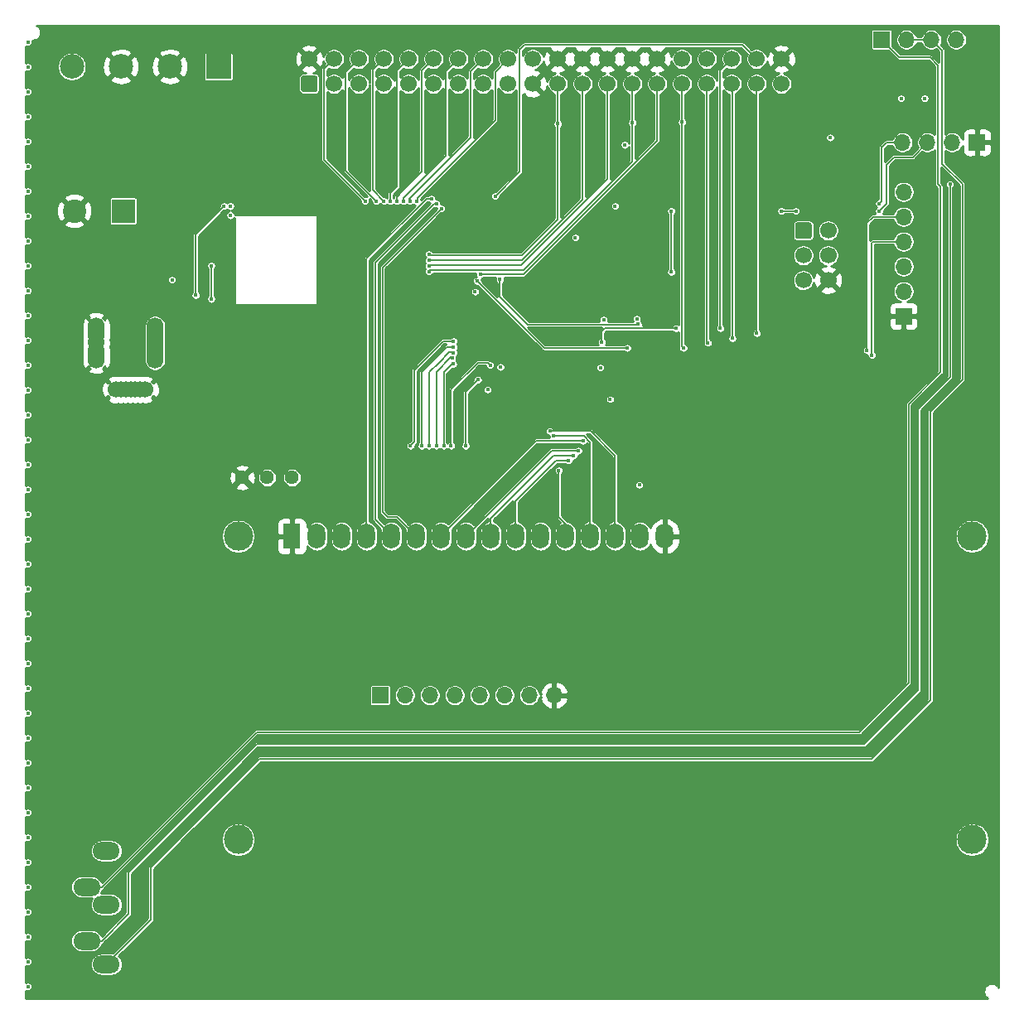
<source format=gbl>
%TF.GenerationSoftware,KiCad,Pcbnew,5.1.10*%
%TF.CreationDate,2021-08-07T13:35:18+02:00*%
%TF.ProjectId,ATAPIMega,41544150-494d-4656-9761-2e6b69636164,rev?*%
%TF.SameCoordinates,Original*%
%TF.FileFunction,Copper,L4,Bot*%
%TF.FilePolarity,Positive*%
%FSLAX46Y46*%
G04 Gerber Fmt 4.6, Leading zero omitted, Abs format (unit mm)*
G04 Created by KiCad (PCBNEW 5.1.10) date 2021-08-07 13:35:18*
%MOMM*%
%LPD*%
G01*
G04 APERTURE LIST*
%TA.AperFunction,ComponentPad*%
%ADD10O,1.700000X1.700000*%
%TD*%
%TA.AperFunction,ComponentPad*%
%ADD11R,1.700000X1.700000*%
%TD*%
%TA.AperFunction,ComponentPad*%
%ADD12O,2.800000X1.800000*%
%TD*%
%TA.AperFunction,ComponentPad*%
%ADD13C,1.700000*%
%TD*%
%TA.AperFunction,ComponentPad*%
%ADD14C,2.400000*%
%TD*%
%TA.AperFunction,ComponentPad*%
%ADD15R,2.400000X2.400000*%
%TD*%
%TA.AperFunction,ComponentPad*%
%ADD16C,2.500000*%
%TD*%
%TA.AperFunction,ComponentPad*%
%ADD17R,2.500000X2.500000*%
%TD*%
%TA.AperFunction,ComponentPad*%
%ADD18C,3.000000*%
%TD*%
%TA.AperFunction,ComponentPad*%
%ADD19O,1.800000X2.600000*%
%TD*%
%TA.AperFunction,ComponentPad*%
%ADD20R,1.800000X2.600000*%
%TD*%
%TA.AperFunction,ComponentPad*%
%ADD21C,1.440000*%
%TD*%
%TA.AperFunction,ViaPad*%
%ADD22C,0.450000*%
%TD*%
%TA.AperFunction,Conductor*%
%ADD23C,0.127000*%
%TD*%
%TA.AperFunction,Conductor*%
%ADD24C,0.254000*%
%TD*%
%TA.AperFunction,Conductor*%
%ADD25C,0.100000*%
%TD*%
G04 APERTURE END LIST*
D10*
%TO.P,J9,4*%
%TO.N,Net-(J8-PadT)*%
X133615628Y-27219876D03*
%TO.P,J9,3*%
%TO.N,Net-(J8-PadS)*%
X131075628Y-27219876D03*
%TO.P,J9,2*%
X128535628Y-27219876D03*
D11*
%TO.P,J9,1*%
%TO.N,Net-(J8-PadR)*%
X125995628Y-27219876D03*
%TD*%
D12*
%TO.P,J8,RN*%
%TO.N,N/C*%
X46761628Y-115611876D03*
%TO.P,J8,TN*%
X46761628Y-110111876D03*
%TO.P,J8,R*%
%TO.N,Net-(J8-PadR)*%
X44761628Y-113811876D03*
%TO.P,J8,T*%
%TO.N,Net-(J8-PadT)*%
X44761628Y-119311876D03*
%TO.P,J8,S*%
%TO.N,Net-(J8-PadS)*%
X46761628Y-121711876D03*
%TD*%
D10*
%TO.P,J7,8*%
%TO.N,GND*%
X92525628Y-94219876D03*
%TO.P,J7,7*%
%TO.N,/BTN_SHUFFLE*%
X89985628Y-94219876D03*
%TO.P,J7,6*%
%TO.N,/BTN_STOP*%
X87445628Y-94219876D03*
%TO.P,J7,5*%
%TO.N,/BTN_NEXT*%
X84905628Y-94219876D03*
%TO.P,J7,4*%
%TO.N,/BTN_FWD*%
X82365628Y-94219876D03*
%TO.P,J7,3*%
%TO.N,/BTN_PLAY*%
X79825628Y-94219876D03*
%TO.P,J7,2*%
%TO.N,/BTN_REW*%
X77285628Y-94219876D03*
D11*
%TO.P,J7,1*%
%TO.N,/BTN_PREV*%
X74745628Y-94219876D03*
%TD*%
D13*
%TO.P,J1,6*%
%TO.N,GND*%
X120535628Y-51799876D03*
%TO.P,J1,4*%
%TO.N,/ISP_MOSI*%
X120535628Y-49259876D03*
%TO.P,J1,2*%
%TO.N,+5V*%
X120535628Y-46719876D03*
%TO.P,J1,5*%
%TO.N,/ISP_RST*%
X117995628Y-51799876D03*
%TO.P,J1,3*%
%TO.N,/ISP_SCK*%
X117995628Y-49259876D03*
%TO.P,J1,1*%
%TO.N,/ISP_MISO*%
%TA.AperFunction,ComponentPad*%
G36*
G01*
X117145628Y-47319876D02*
X117145628Y-46119876D01*
G75*
G02*
X117395628Y-45869876I250000J0D01*
G01*
X118595628Y-45869876D01*
G75*
G02*
X118845628Y-46119876I0J-250000D01*
G01*
X118845628Y-47319876D01*
G75*
G02*
X118595628Y-47569876I-250000J0D01*
G01*
X117395628Y-47569876D01*
G75*
G02*
X117145628Y-47319876I0J250000D01*
G01*
G37*
%TD.AperFunction*%
%TD*%
%TO.P,J6,3*%
%TO.N,GND*%
X47745628Y-62969876D03*
X50745628Y-62969876D03*
X50245628Y-62969876D03*
X48245628Y-62969876D03*
X48745628Y-62969876D03*
X49745628Y-62969876D03*
%TO.P,J6,2*%
X45745628Y-56469876D03*
X45745628Y-59969876D03*
X45745628Y-59469876D03*
X45745628Y-56969876D03*
X45745628Y-58969876D03*
X45745628Y-57469876D03*
%TO.P,J6,1*%
%TO.N,+12V*%
X51745628Y-59969876D03*
X51745628Y-56469876D03*
X51745628Y-59469876D03*
X51745628Y-56969876D03*
X51745628Y-58969876D03*
X51745628Y-57469876D03*
X51745628Y-57969876D03*
X51745628Y-58469876D03*
%TO.P,J6,2*%
%TO.N,GND*%
X45745628Y-58169876D03*
%TO.P,J6,1*%
%TO.N,+12V*%
X51745628Y-58169876D03*
%TO.P,J6,3*%
%TO.N,GND*%
X49245628Y-62969876D03*
%TD*%
D14*
%TO.P,C15,2*%
%TO.N,GND*%
X43495628Y-44719876D03*
D15*
%TO.P,C15,1*%
%TO.N,+12V*%
X48495628Y-44719876D03*
%TD*%
D16*
%TO.P,J5,4*%
%TO.N,+12V*%
X43245628Y-29969876D03*
%TO.P,J5,3*%
%TO.N,GND*%
X48245628Y-29969876D03*
%TO.P,J5,2*%
X53245628Y-29969876D03*
D17*
%TO.P,J5,1*%
%TO.N,+5V*%
X58245628Y-29969876D03*
%TD*%
D10*
%TO.P,J4,4*%
%TO.N,/OLED_SDA*%
X128125628Y-37719876D03*
%TO.P,J4,3*%
%TO.N,/OLED_SCL*%
X130665628Y-37719876D03*
%TO.P,J4,2*%
%TO.N,/OLED_5V*%
X133205628Y-37719876D03*
D11*
%TO.P,J4,1*%
%TO.N,GND*%
X135745628Y-37719876D03*
%TD*%
D10*
%TO.P,J3,6*%
%TO.N,/FTDI_DTR*%
X128245628Y-42769876D03*
%TO.P,J3,5*%
%TO.N,/FTDI_RX*%
X128245628Y-45309876D03*
%TO.P,J3,4*%
%TO.N,/FTDI_TX*%
X128245628Y-47849876D03*
%TO.P,J3,3*%
%TO.N,+5V*%
X128245628Y-50389876D03*
%TO.P,J3,2*%
%TO.N,/FTDI_CTS*%
X128245628Y-52929876D03*
D11*
%TO.P,J3,1*%
%TO.N,GND*%
X128245628Y-55469876D03*
%TD*%
D18*
%TO.P,U2,*%
%TO.N,*%
X135245628Y-77969876D03*
X135245108Y-108970576D03*
X60246528Y-108970576D03*
X60246528Y-77969876D03*
D19*
%TO.P,U2,16*%
%TO.N,GND*%
X103845628Y-77969876D03*
%TO.P,U2,15*%
%TO.N,Net-(R2-Pad1)*%
X101305628Y-77969876D03*
%TO.P,U2,14*%
%TO.N,/LCD_D7*%
X98765628Y-77969876D03*
%TO.P,U2,13*%
%TO.N,/LCD_D6*%
X96225628Y-77969876D03*
%TO.P,U2,12*%
%TO.N,/LCD_D5*%
X93685628Y-77969876D03*
%TO.P,U2,11*%
%TO.N,/LCD_D4*%
X91145628Y-77969876D03*
%TO.P,U2,10*%
%TO.N,/LCD_D3*%
X88605628Y-77969876D03*
%TO.P,U2,9*%
%TO.N,/LCD_D2*%
X86065628Y-77969876D03*
%TO.P,U2,8*%
%TO.N,/LCD_D1*%
X83525628Y-77969876D03*
%TO.P,U2,7*%
%TO.N,/LCD_D0*%
X80985628Y-77969876D03*
%TO.P,U2,6*%
%TO.N,/LCD_E*%
X78445628Y-77969876D03*
%TO.P,U2,5*%
%TO.N,/LCD_RW*%
X75905628Y-77969876D03*
%TO.P,U2,4*%
%TO.N,/LCD_RS*%
X73365628Y-77969876D03*
%TO.P,U2,3*%
%TO.N,Net-(RV1-Pad2)*%
X70825628Y-77969876D03*
%TO.P,U2,2*%
%TO.N,+5V*%
X68285628Y-77969876D03*
D20*
%TO.P,U2,1*%
%TO.N,GND*%
X65745628Y-77969876D03*
%TD*%
D21*
%TO.P,RV1,3*%
%TO.N,GND*%
X60665628Y-71969876D03*
%TO.P,RV1,2*%
%TO.N,Net-(RV1-Pad2)*%
X63205628Y-71969876D03*
%TO.P,RV1,1*%
%TO.N,+5V*%
X65745628Y-71969876D03*
%TD*%
D13*
%TO.P,J2,40*%
%TO.N,GND*%
X115755628Y-29179876D03*
%TO.P,J2,38*%
%TO.N,/CS1*%
X113215628Y-29179876D03*
%TO.P,J2,36*%
%TO.N,/DA2*%
X110675628Y-29179876D03*
%TO.P,J2,34*%
%TO.N,Net-(J2-Pad34)*%
X108135628Y-29179876D03*
%TO.P,J2,32*%
%TO.N,Net-(J2-Pad32)*%
X105595628Y-29179876D03*
%TO.P,J2,30*%
%TO.N,GND*%
X103055628Y-29179876D03*
%TO.P,J2,28*%
X100515628Y-29179876D03*
%TO.P,J2,26*%
X97975628Y-29179876D03*
%TO.P,J2,24*%
X95435628Y-29179876D03*
%TO.P,J2,22*%
X92895628Y-29179876D03*
%TO.P,J2,20*%
%TO.N,Net-(J2-Pad20)*%
X90355628Y-29179876D03*
%TO.P,J2,18*%
%TO.N,Net-(J2-Pad18)*%
X87815628Y-29179876D03*
%TO.P,J2,16*%
%TO.N,Net-(J2-Pad16)*%
X85275628Y-29179876D03*
%TO.P,J2,14*%
%TO.N,Net-(J2-Pad14)*%
X82735628Y-29179876D03*
%TO.P,J2,12*%
%TO.N,Net-(J2-Pad12)*%
X80195628Y-29179876D03*
%TO.P,J2,10*%
%TO.N,Net-(J2-Pad10)*%
X77655628Y-29179876D03*
%TO.P,J2,8*%
%TO.N,Net-(J2-Pad8)*%
X75115628Y-29179876D03*
%TO.P,J2,6*%
%TO.N,Net-(J2-Pad6)*%
X72575628Y-29179876D03*
%TO.P,J2,4*%
%TO.N,Net-(J2-Pad4)*%
X70035628Y-29179876D03*
%TO.P,J2,2*%
%TO.N,GND*%
X67495628Y-29179876D03*
%TO.P,J2,39*%
%TO.N,/ACTIVE*%
X115755628Y-31719876D03*
%TO.P,J2,37*%
%TO.N,Net-(J2-Pad37)*%
X113215628Y-31719876D03*
%TO.P,J2,35*%
%TO.N,Net-(J2-Pad35)*%
X110675628Y-31719876D03*
%TO.P,J2,33*%
%TO.N,Net-(J2-Pad33)*%
X108135628Y-31719876D03*
%TO.P,J2,31*%
%TO.N,/ATA_IRQ*%
X105595628Y-31719876D03*
%TO.P,J2,29*%
%TO.N,/DMA_ACK*%
X103055628Y-31719876D03*
%TO.P,J2,27*%
%TO.N,/ATA_IO_CH_RD*%
X100515628Y-31719876D03*
%TO.P,J2,25*%
%TO.N,Net-(J2-Pad25)*%
X97975628Y-31719876D03*
%TO.P,J2,23*%
%TO.N,Net-(J2-Pad23)*%
X95435628Y-31719876D03*
%TO.P,J2,21*%
%TO.N,/ATA_DMA_RQ*%
X92895628Y-31719876D03*
%TO.P,J2,19*%
%TO.N,GND*%
X90355628Y-31719876D03*
%TO.P,J2,17*%
%TO.N,Net-(J2-Pad17)*%
X87815628Y-31719876D03*
%TO.P,J2,15*%
%TO.N,Net-(J2-Pad15)*%
X85275628Y-31719876D03*
%TO.P,J2,13*%
%TO.N,Net-(J2-Pad13)*%
X82735628Y-31719876D03*
%TO.P,J2,11*%
%TO.N,Net-(J2-Pad11)*%
X80195628Y-31719876D03*
%TO.P,J2,9*%
%TO.N,Net-(J2-Pad9)*%
X77655628Y-31719876D03*
%TO.P,J2,7*%
%TO.N,Net-(J2-Pad7)*%
X75115628Y-31719876D03*
%TO.P,J2,5*%
%TO.N,Net-(J2-Pad5)*%
X72575628Y-31719876D03*
%TO.P,J2,3*%
%TO.N,/ATA_D7*%
X70035628Y-31719876D03*
%TO.P,J2,1*%
%TO.N,/RESET*%
%TA.AperFunction,ComponentPad*%
G36*
G01*
X68095628Y-32569876D02*
X66895628Y-32569876D01*
G75*
G02*
X66645628Y-32319876I0J250000D01*
G01*
X66645628Y-31119876D01*
G75*
G02*
X66895628Y-30869876I250000J0D01*
G01*
X68095628Y-30869876D01*
G75*
G02*
X68345628Y-31119876I0J-250000D01*
G01*
X68345628Y-32319876D01*
G75*
G02*
X68095628Y-32569876I-250000J0D01*
G01*
G37*
%TD.AperFunction*%
%TD*%
D22*
%TO.N,*%
X38745628Y-27469876D03*
X38745628Y-30009876D03*
X38745628Y-32549876D03*
X38745628Y-35089876D03*
X38745628Y-37629876D03*
X38745628Y-40169876D03*
X38745628Y-42709876D03*
X38745628Y-45249876D03*
X38745628Y-47789876D03*
X38745628Y-50329876D03*
X38745628Y-52869876D03*
X38745628Y-55409876D03*
X38745628Y-57949876D03*
X38745628Y-60489876D03*
X38745628Y-63029876D03*
X38745628Y-65569876D03*
X38745628Y-68109876D03*
X38745628Y-70649876D03*
X38745628Y-73189876D03*
X38745628Y-75729876D03*
X38745628Y-78269876D03*
X38745628Y-80809876D03*
X38745628Y-83349876D03*
X38745628Y-85889876D03*
X38745628Y-88429876D03*
X38745628Y-90969876D03*
X38745628Y-93509876D03*
X38745628Y-96049876D03*
X38745628Y-98589876D03*
X38745628Y-101129876D03*
X38745628Y-103669876D03*
X38745628Y-106209876D03*
X38745628Y-108749876D03*
X38745628Y-111289876D03*
X38745628Y-113829876D03*
X38745628Y-116369876D03*
X38745628Y-118909876D03*
X38745628Y-121449876D03*
X38745628Y-123989876D03*
%TO.N,GND*%
X58495628Y-50319876D03*
X59095628Y-53719876D03*
X57545628Y-44219876D03*
X93995628Y-47469876D03*
X84495628Y-53719876D03*
X97745628Y-54969876D03*
X96495628Y-60719876D03*
X87235628Y-62959876D03*
X100995628Y-54719876D03*
X99745628Y-42719876D03*
X93745628Y-41219876D03*
X94495628Y-41219876D03*
X97745628Y-43969876D03*
X100245628Y-46219876D03*
X104995628Y-37969876D03*
X92245628Y-37969876D03*
X69495628Y-37719876D03*
X53495628Y-49839876D03*
X49495628Y-52219876D03*
X45745628Y-54969876D03*
X82995628Y-73719876D03*
X80995628Y-73719876D03*
X78495628Y-73719876D03*
X93995628Y-57469876D03*
X85995628Y-51969876D03*
X137745628Y-25969876D03*
X135245628Y-25969876D03*
X132745628Y-25969876D03*
X130245628Y-25969876D03*
X127745628Y-25969876D03*
X125245628Y-25969876D03*
X122745628Y-25969876D03*
X120245628Y-25969876D03*
X117745628Y-25969876D03*
X115245628Y-25969876D03*
X112745628Y-25969876D03*
X110245628Y-25969876D03*
X107745628Y-25969876D03*
X105245628Y-25969876D03*
X102745628Y-25969876D03*
X100245628Y-25969876D03*
X97745628Y-25969876D03*
X95245628Y-25969876D03*
X92745628Y-25969876D03*
X90245628Y-25969876D03*
X87745628Y-25969876D03*
X85245628Y-25969876D03*
X82745628Y-25969876D03*
X80245628Y-25969876D03*
X77745628Y-25969876D03*
X75245628Y-25969876D03*
X72745628Y-25969876D03*
X70245628Y-25969876D03*
X67745628Y-25969876D03*
X65245628Y-25969876D03*
X62745628Y-25969876D03*
X60245628Y-25969876D03*
X57745628Y-25969876D03*
X55245628Y-25969876D03*
X52745628Y-25969876D03*
X50245628Y-25969876D03*
X47745628Y-25969876D03*
X45245628Y-25969876D03*
X42745628Y-25969876D03*
X40245628Y-25969876D03*
X137745628Y-28509876D03*
X137745628Y-31049876D03*
X137745628Y-33589876D03*
X137745628Y-36129876D03*
X137745628Y-38669876D03*
X137745628Y-41209876D03*
X137745628Y-43749876D03*
X137745628Y-46289876D03*
X137745628Y-48829876D03*
X137745628Y-51369876D03*
X137745628Y-53909876D03*
X137745628Y-56449876D03*
X137745628Y-58989876D03*
X137745628Y-61529876D03*
X137745628Y-64069876D03*
X137745628Y-66609876D03*
X137745628Y-69149876D03*
X137745628Y-71689876D03*
X137745628Y-74229876D03*
X137745628Y-76769876D03*
X137745628Y-79309876D03*
X137745628Y-81849876D03*
X137745628Y-84389876D03*
X137745628Y-86929876D03*
X137745628Y-89469876D03*
X137745628Y-92009876D03*
X137745628Y-94549876D03*
X137745628Y-97089876D03*
X137745628Y-99629876D03*
X137745628Y-102169876D03*
X137745628Y-104709876D03*
X137745628Y-107249876D03*
X137745628Y-109789876D03*
X137745628Y-112329876D03*
X137745628Y-114869876D03*
X137745628Y-117409876D03*
X137745628Y-119949876D03*
X137745628Y-122489876D03*
X135245628Y-125029876D03*
X132745628Y-125029876D03*
X130245628Y-125029876D03*
X127745628Y-125029876D03*
X125245628Y-125029876D03*
X122745628Y-125029876D03*
X120245628Y-125029876D03*
X117745628Y-125029876D03*
X115245628Y-125029876D03*
X112745628Y-125029876D03*
X110245628Y-125029876D03*
X107745628Y-125029876D03*
X105245628Y-125029876D03*
X102745628Y-125029876D03*
X100245628Y-125029876D03*
X97745628Y-125029876D03*
X95245628Y-125029876D03*
X92745628Y-125029876D03*
X90245628Y-125029876D03*
X87745628Y-125029876D03*
X85245628Y-125029876D03*
X82745628Y-125029876D03*
X80245628Y-125029876D03*
X77745628Y-125029876D03*
X75245628Y-125029876D03*
X72745628Y-125029876D03*
X70245628Y-125029876D03*
X67745628Y-125029876D03*
X65245628Y-125029876D03*
X62745628Y-125029876D03*
X60245628Y-125029876D03*
X57745628Y-125029876D03*
X55245628Y-125029876D03*
X52745628Y-125029876D03*
X50245628Y-125029876D03*
X47745628Y-125029876D03*
X45245628Y-125029876D03*
X42745628Y-125029876D03*
X40245628Y-125029876D03*
X135245628Y-125029876D03*
X132745628Y-125029876D03*
X130245628Y-125029876D03*
X127745628Y-125029876D03*
X125245628Y-125029876D03*
X122745628Y-125029876D03*
X120245628Y-125029876D03*
X117745628Y-125029876D03*
X115245628Y-125029876D03*
X112745628Y-125029876D03*
X110245628Y-125029876D03*
X107745628Y-125029876D03*
X105245628Y-125029876D03*
X102745628Y-125029876D03*
X100245628Y-125029876D03*
X97745628Y-125029876D03*
X95245628Y-125029876D03*
X92745628Y-125029876D03*
X90245628Y-125029876D03*
X87745628Y-125029876D03*
X85245628Y-125029876D03*
X82745628Y-125029876D03*
X80245628Y-125029876D03*
X77745628Y-125029876D03*
X75245628Y-125029876D03*
X72745628Y-125029876D03*
X70245628Y-125029876D03*
X67745628Y-125029876D03*
X65245628Y-125029876D03*
X62745628Y-125029876D03*
X60245628Y-125029876D03*
X57745628Y-125029876D03*
X55245628Y-125029876D03*
X52745628Y-125029876D03*
X50245628Y-125029876D03*
X47745628Y-125029876D03*
X45245628Y-125029876D03*
X42745628Y-125029876D03*
X40245628Y-125029876D03*
X58495628Y-47219876D03*
X57220628Y-47994876D03*
X54745628Y-47969876D03*
X53495628Y-47969876D03*
X58295628Y-47919876D03*
X57390628Y-47364876D03*
X71745628Y-36469876D03*
X73245628Y-36469876D03*
X74495628Y-36469876D03*
X75745628Y-36469876D03*
X78495628Y-36469876D03*
X79495628Y-36469876D03*
X80995628Y-36469876D03*
X81995628Y-36469876D03*
X83495628Y-36469876D03*
X84495628Y-36469876D03*
X86245628Y-36469876D03*
X86995628Y-36469876D03*
X88495628Y-36469876D03*
X89745628Y-36469876D03*
X76225628Y-73705876D03*
X87795628Y-60669876D03*
X97195628Y-63969876D03*
X86095628Y-73769876D03*
%TO.N,/CS1*%
X86495628Y-43219876D03*
%TO.N,/DA2*%
X104995628Y-56719876D03*
X109495628Y-56719876D03*
X97395628Y-58119876D03*
%TO.N,/CS0*%
X86995628Y-51719876D03*
X101095628Y-56304376D03*
%TO.N,/IRQ*%
X99995628Y-58719876D03*
X84671372Y-51894132D03*
%TO.N,/DMA_ACK*%
X84995628Y-51216385D03*
%TO.N,/ISP_RST*%
X104495628Y-50969876D03*
X104495628Y-44719876D03*
%TO.N,+5V*%
X55895628Y-53319876D03*
X58795628Y-44219876D03*
X59445628Y-45169876D03*
X59445628Y-44219876D03*
X94700980Y-47448451D03*
X84451897Y-52971024D03*
X97245628Y-60719876D03*
X85745628Y-62969876D03*
X100995628Y-55719876D03*
X127995628Y-33219876D03*
X120745628Y-37219876D03*
X98245628Y-63969876D03*
X98745628Y-44219876D03*
X99745628Y-37969876D03*
X101245628Y-72719876D03*
X130395628Y-33219876D03*
X97595628Y-55819876D03*
X87045628Y-60669876D03*
%TO.N,/OLED_SDA*%
X125745628Y-43969876D03*
%TO.N,/OLED_SCL*%
X115745628Y-44719876D03*
X117245628Y-44719876D03*
X125745628Y-44719876D03*
%TO.N,/LCD_D0*%
X95490796Y-68224708D03*
%TO.N,/LCD_D1*%
X95001128Y-69219876D03*
%TO.N,/LCD_D2*%
X94501128Y-69719876D03*
%TO.N,/LCD_D3*%
X94001128Y-70219876D03*
%TO.N,/LCD_D5*%
X92995628Y-71219876D03*
%TO.N,/LCD_D6*%
X92495628Y-67719876D03*
%TO.N,/LCD_D7*%
X92105128Y-67219876D03*
%TO.N,/LCD_E*%
X80995628Y-44469876D03*
%TO.N,/LCD_RW*%
X80495628Y-43969876D03*
%TO.N,/LCD_RS*%
X79995628Y-43469876D03*
%TO.N,/FTDI_RX*%
X124495628Y-58969876D03*
%TO.N,/FTDI_TX*%
X124995628Y-59469876D03*
%TO.N,/BTN_SHUFFLE*%
X84745628Y-61969876D03*
X83495628Y-68719876D03*
%TO.N,/BTN_PREV*%
X82245628Y-58019876D03*
X77845628Y-68719876D03*
%TO.N,/BTN_REW*%
X78995628Y-68719876D03*
X82245628Y-58638867D03*
%TO.N,/BTN_PLAY*%
X79745628Y-68719876D03*
X82245628Y-59215870D03*
%TO.N,/BTN_FWD*%
X80495628Y-68719876D03*
X82101559Y-59774596D03*
%TO.N,/BTN_NEXT*%
X81245628Y-68719876D03*
X82209224Y-60341464D03*
%TO.N,/BTN_STOP*%
X85995628Y-60469876D03*
X81995628Y-68719876D03*
%TO.N,+12V*%
X53495628Y-51739876D03*
%TO.N,Net-(C14-Pad2)*%
X57495628Y-53719876D03*
X57495628Y-50319876D03*
%TO.N,Net-(J2-Pad18)*%
X78495628Y-43719876D03*
%TO.N,Net-(J2-Pad16)*%
X77795628Y-43719876D03*
%TO.N,Net-(J2-Pad14)*%
X77145628Y-43719876D03*
%TO.N,Net-(J2-Pad12)*%
X76445628Y-43719876D03*
%TO.N,Net-(J2-Pad10)*%
X75795628Y-43719876D03*
%TO.N,Net-(J2-Pad8)*%
X75145628Y-43719876D03*
%TO.N,Net-(J2-Pad6)*%
X74345628Y-43719876D03*
%TO.N,Net-(J2-Pad4)*%
X73220628Y-43694876D03*
%TO.N,Net-(J2-Pad37)*%
X113245628Y-57219876D03*
%TO.N,Net-(J2-Pad35)*%
X110745628Y-57719876D03*
%TO.N,Net-(J2-Pad33)*%
X108245628Y-58219876D03*
%TO.N,Net-(J2-Pad25)*%
X79745628Y-50346879D03*
%TO.N,Net-(J2-Pad23)*%
X79745628Y-49769876D03*
%TO.N,/ATA_IRQ*%
X105745628Y-58719876D03*
X105595628Y-35619876D03*
%TO.N,/ATA_IO_CH_RD*%
X100515628Y-35699876D03*
X79745628Y-50923882D03*
%TO.N,/ATA_DMA_RQ*%
X92895628Y-35819876D03*
X79745628Y-49119876D03*
%TO.N,Net-(J8-PadT)*%
X132995628Y-41969876D03*
%TD*%
D23*
%TO.N,GND*%
X58495628Y-53119876D02*
X59095628Y-53719876D01*
X58495628Y-50319876D02*
X58495628Y-53119876D01*
%TO.N,/CS1*%
X111755628Y-27719876D02*
X113215628Y-29179876D01*
X89495628Y-27719876D02*
X111755628Y-27719876D01*
X88995628Y-28219876D02*
X89495628Y-27719876D01*
X88995628Y-40719876D02*
X88995628Y-28219876D01*
X86495628Y-43219876D02*
X88995628Y-40719876D01*
%TO.N,/DA2*%
X99137806Y-56719876D02*
X104995628Y-56719876D01*
X110675628Y-29179876D02*
X109495628Y-30359876D01*
X109495628Y-30359876D02*
X109495628Y-56719876D01*
X97395628Y-58119876D02*
X97395628Y-57069876D01*
X97745628Y-56719876D02*
X99137806Y-56719876D01*
X97395628Y-57069876D02*
X97745628Y-56719876D01*
%TO.N,/CS0*%
X99995628Y-56329376D02*
X89855128Y-56329376D01*
X86995628Y-53469876D02*
X86995628Y-51719876D01*
X89855128Y-56329376D02*
X86995628Y-53469876D01*
X101070628Y-56329376D02*
X101095628Y-56304376D01*
X99995628Y-56329376D02*
X101070628Y-56329376D01*
%TO.N,/IRQ*%
X91497116Y-58719876D02*
X99995628Y-58719876D01*
X84671372Y-51894132D02*
X91497116Y-58719876D01*
X84495628Y-51718388D02*
X84671372Y-51894132D01*
%TO.N,/DMA_ACK*%
X103055628Y-31719876D02*
X103055628Y-37519100D01*
X103055628Y-37519100D02*
X89383343Y-51191385D01*
X85020628Y-51191385D02*
X84995628Y-51216385D01*
X89383343Y-51191385D02*
X85020628Y-51191385D01*
%TO.N,/ISP_RST*%
X104495628Y-50969876D02*
X104495628Y-44719876D01*
%TO.N,+5V*%
X55895628Y-47119876D02*
X58795628Y-44219876D01*
X55895628Y-53319876D02*
X55895628Y-47119876D01*
%TO.N,/OLED_SDA*%
X125745628Y-43969876D02*
X125995628Y-43719876D01*
X125995628Y-43719876D02*
X125995628Y-38219876D01*
X126495628Y-37719876D02*
X128125628Y-37719876D01*
X125995628Y-38219876D02*
X126495628Y-37719876D01*
%TO.N,/OLED_SCL*%
X130665628Y-37719876D02*
X129165628Y-39219876D01*
X127245628Y-39219876D02*
X126995628Y-39469876D01*
X129165628Y-39219876D02*
X127245628Y-39219876D01*
X126995628Y-39469876D02*
X126745628Y-39719876D01*
X126745628Y-39719876D02*
X126495628Y-39969876D01*
X126495628Y-39969876D02*
X126495628Y-43797818D01*
X126495628Y-43969876D02*
X125745628Y-44719876D01*
X126495628Y-43797818D02*
X126495628Y-43969876D01*
X115745628Y-44719876D02*
X117245628Y-44719876D01*
%TO.N,/LCD_D0*%
X95495628Y-68219876D02*
X90667686Y-68219876D01*
X80985628Y-77901934D02*
X84456657Y-74430905D01*
X80985628Y-77969876D02*
X80985628Y-77901934D01*
X84456657Y-74430905D02*
X82995628Y-75891934D01*
X90667686Y-68219876D02*
X84456657Y-74430905D01*
%TO.N,/LCD_D1*%
X92275628Y-69219876D02*
X84260628Y-77234876D01*
X94995628Y-69219876D02*
X92275628Y-69219876D01*
X83525628Y-77969876D02*
X84260628Y-77234876D01*
%TO.N,/LCD_D2*%
X94495628Y-69719876D02*
X92495628Y-69719876D01*
X86065628Y-76149876D02*
X86065628Y-77969876D01*
X92495628Y-69719876D02*
X86065628Y-76149876D01*
%TO.N,/LCD_D3*%
X88605628Y-77969876D02*
X88605628Y-76859876D01*
X92745628Y-70219876D02*
X93995628Y-70219876D01*
X88605628Y-74359876D02*
X92745628Y-70219876D01*
X88605628Y-77969876D02*
X88605628Y-74359876D01*
%TO.N,/LCD_D5*%
X93685628Y-77969876D02*
X93685628Y-76659876D01*
X93685628Y-76659876D02*
X92995628Y-75969876D01*
X92995628Y-75969876D02*
X92995628Y-71219876D01*
%TO.N,/LCD_D6*%
X96225628Y-68371934D02*
X95573570Y-67719876D01*
X96225628Y-77969876D02*
X96225628Y-68371934D01*
X95573570Y-67719876D02*
X92495628Y-67719876D01*
%TO.N,/LCD_D7*%
X92105128Y-67219876D02*
X96245628Y-67219876D01*
X98765628Y-69739876D02*
X98765628Y-77969876D01*
X96245628Y-67219876D02*
X98765628Y-69739876D01*
%TO.N,/LCD_E*%
X78445628Y-77969876D02*
X76445628Y-75969876D01*
X76445628Y-75969876D02*
X75745628Y-75969876D01*
X75745628Y-75969876D02*
X75495628Y-75969876D01*
X75495628Y-75969876D02*
X74995628Y-75469876D01*
X74995628Y-75469876D02*
X74995628Y-50469876D01*
X74995628Y-50469876D02*
X80995628Y-44469876D01*
%TO.N,/LCD_RW*%
X75905628Y-77969876D02*
X75905628Y-77879876D01*
X75905628Y-77879876D02*
X74245628Y-76219876D01*
X74245628Y-76219876D02*
X74245628Y-49969876D01*
X80245628Y-43969876D02*
X80495628Y-43969876D01*
X74245628Y-49969876D02*
X80245628Y-43969876D01*
%TO.N,/LCD_RS*%
X73365628Y-77969876D02*
X73365628Y-50349876D01*
X79485628Y-43469876D02*
X73365628Y-49589876D01*
X79995628Y-43469876D02*
X79485628Y-43469876D01*
X73365628Y-50349876D02*
X73365628Y-49589876D01*
%TO.N,/FTDI_RX*%
X128245628Y-45309876D02*
X125155628Y-45309876D01*
X125155628Y-45309876D02*
X124495628Y-45969876D01*
X124495628Y-45969876D02*
X124495628Y-58969876D01*
%TO.N,/FTDI_TX*%
X128245628Y-47849876D02*
X125125628Y-47849876D01*
X124995628Y-47979876D02*
X124995628Y-59469876D01*
X125125628Y-47849876D02*
X124995628Y-47979876D01*
%TO.N,/BTN_SHUFFLE*%
X84745628Y-61969876D02*
X83745628Y-62969876D01*
X83745628Y-62969876D02*
X83495628Y-63219876D01*
X83495628Y-65719876D02*
X83495628Y-68719876D01*
X83495628Y-63219876D02*
X83495628Y-65719876D01*
X83495628Y-65719876D02*
X83495628Y-65969876D01*
%TO.N,/BTN_PREV*%
X81103640Y-58111864D02*
X78245628Y-60969876D01*
X81195628Y-58019876D02*
X81103640Y-58111864D01*
X82245628Y-58019876D02*
X81195628Y-58019876D01*
X78245628Y-68319876D02*
X77845628Y-68719876D01*
X78245628Y-68219876D02*
X78245628Y-68319876D01*
X78245628Y-60969876D02*
X78245628Y-68219876D01*
%TO.N,/BTN_REW*%
X78995628Y-61219876D02*
X78995628Y-68719876D01*
X81576637Y-58638867D02*
X78995628Y-61219876D01*
X82245628Y-58638867D02*
X81576637Y-58638867D01*
%TO.N,/BTN_PLAY*%
X82245628Y-59165870D02*
X81799634Y-59165870D01*
X81799634Y-59165870D02*
X80745628Y-60219876D01*
X80745628Y-60219876D02*
X79745628Y-61219876D01*
X79745628Y-61219876D02*
X79745628Y-65969876D01*
X79745628Y-65969876D02*
X79745628Y-68719876D01*
%TO.N,/BTN_FWD*%
X81962786Y-59692873D02*
X80495628Y-61160031D01*
X80495628Y-65969876D02*
X80495628Y-68719876D01*
X82245628Y-59692873D02*
X81962786Y-59692873D01*
X80495628Y-61160031D02*
X80495628Y-65969876D01*
%TO.N,/BTN_NEXT*%
X82245628Y-60219876D02*
X81245628Y-61219876D01*
X81245628Y-61219876D02*
X81245628Y-65969876D01*
X81245628Y-65969876D02*
X81245628Y-68719876D01*
%TO.N,/BTN_STOP*%
X85995628Y-60469876D02*
X85745628Y-60219876D01*
X85745628Y-60219876D02*
X84745628Y-60219876D01*
X84745628Y-60219876D02*
X81995628Y-62969876D01*
X81995628Y-65719876D02*
X81995628Y-68719876D01*
X81995628Y-62969876D02*
X81995628Y-65719876D01*
X81995628Y-65719876D02*
X81995628Y-65969876D01*
%TO.N,Net-(C14-Pad2)*%
X57495628Y-53719876D02*
X57495628Y-50319876D01*
%TO.N,Net-(J2-Pad18)*%
X86495628Y-30499876D02*
X87815628Y-29179876D01*
X86495628Y-35469876D02*
X86495628Y-30499876D01*
X78595628Y-43619876D02*
X78495628Y-43719876D01*
X78595628Y-43369876D02*
X78595628Y-43619876D01*
X78595628Y-43369876D02*
X86495628Y-35469876D01*
%TO.N,Net-(J2-Pad16)*%
X77795628Y-43519876D02*
X77795628Y-43719876D01*
X77745628Y-43469876D02*
X77795628Y-43519876D01*
X83995628Y-37219876D02*
X77745628Y-43469876D01*
X83995628Y-30459876D02*
X83995628Y-37219876D01*
X85275628Y-29179876D02*
X83995628Y-30459876D01*
%TO.N,Net-(J2-Pad14)*%
X77145628Y-43401678D02*
X77145628Y-43719876D01*
X81495628Y-39051678D02*
X77145628Y-43401678D01*
X81495628Y-30419876D02*
X81495628Y-39051678D01*
X82735628Y-29179876D02*
X81495628Y-30419876D01*
%TO.N,Net-(J2-Pad12)*%
X78995628Y-30379876D02*
X78995628Y-40719876D01*
X80195628Y-29179876D02*
X78995628Y-30379876D01*
X76445628Y-43269876D02*
X77170628Y-42544876D01*
X76445628Y-43719876D02*
X76445628Y-43269876D01*
X77170628Y-42544876D02*
X76441622Y-43273882D01*
X78995628Y-40719876D02*
X77170628Y-42544876D01*
%TO.N,Net-(J2-Pad10)*%
X76495628Y-30339876D02*
X77655628Y-29179876D01*
X76495628Y-42219876D02*
X76495628Y-30339876D01*
X75795628Y-42919876D02*
X76495628Y-42219876D01*
X75795628Y-43719876D02*
X75795628Y-42919876D01*
%TO.N,Net-(J2-Pad8)*%
X73995628Y-30299876D02*
X75115628Y-29179876D01*
X73995628Y-42344898D02*
X73995628Y-30299876D01*
X73995628Y-42569876D02*
X75145628Y-43719876D01*
X73995628Y-42344898D02*
X73995628Y-42569876D01*
%TO.N,Net-(J2-Pad6)*%
X71245628Y-30509876D02*
X72575628Y-29179876D01*
X71245628Y-40619876D02*
X71245628Y-30509876D01*
X74345628Y-43719876D02*
X71245628Y-40619876D01*
%TO.N,Net-(J2-Pad4)*%
X68995127Y-30220377D02*
X70035628Y-29179876D01*
X68995127Y-39469375D02*
X68995127Y-30220377D01*
X73220628Y-43694876D02*
X68995127Y-39469375D01*
%TO.N,Net-(J2-Pad37)*%
X113245628Y-31749876D02*
X113215628Y-31719876D01*
X113245628Y-57219876D02*
X113245628Y-31749876D01*
%TO.N,Net-(J2-Pad35)*%
X110745628Y-31789876D02*
X110675628Y-31719876D01*
X110745628Y-57719876D02*
X110745628Y-31789876D01*
%TO.N,Net-(J2-Pad33)*%
X108135628Y-58109876D02*
X108245628Y-58219876D01*
X108135628Y-31719876D02*
X108135628Y-58109876D01*
%TO.N,Net-(J2-Pad25)*%
X79745628Y-50273882D02*
X89191622Y-50273882D01*
X97975628Y-41489876D02*
X97975628Y-31719876D01*
X89191622Y-50273882D02*
X97975628Y-41489876D01*
X79745628Y-50273882D02*
X79745628Y-50346879D01*
%TO.N,Net-(J2-Pad23)*%
X95435628Y-31719876D02*
X95435628Y-43529876D01*
X89218625Y-49746879D02*
X79745628Y-49746879D01*
X95435628Y-43529876D02*
X89218625Y-49746879D01*
X79745628Y-49746879D02*
X79745628Y-49769876D01*
%TO.N,/ATA_IRQ*%
X105595628Y-58569876D02*
X105745628Y-58719876D01*
X105595628Y-35619876D02*
X105595628Y-58569876D01*
X105595628Y-31719876D02*
X105595628Y-35619876D01*
%TO.N,/ATA_IO_CH_RD*%
X89414619Y-50800885D02*
X79745628Y-50800885D01*
X100515628Y-39699876D02*
X89414619Y-50800885D01*
X100515628Y-35699876D02*
X100515628Y-39699876D01*
X100515628Y-31719876D02*
X100515628Y-35699876D01*
X79745628Y-50800885D02*
X79745628Y-50923882D01*
%TO.N,/ATA_DMA_RQ*%
X79745628Y-49219876D02*
X89245628Y-49219876D01*
X89245628Y-49219876D02*
X92895628Y-45569876D01*
X92895628Y-35819876D02*
X92895628Y-31719876D01*
X92895628Y-45569876D02*
X92895628Y-35819876D01*
X79745628Y-49219876D02*
X79745628Y-49119876D01*
%TO.N,Net-(J8-PadR)*%
X127795628Y-29019876D02*
X125995628Y-27219876D01*
X130945628Y-29019876D02*
X127795628Y-29019876D01*
X131745628Y-29819876D02*
X130945628Y-29019876D01*
X131745628Y-41969876D02*
X131745628Y-29819876D01*
X128745628Y-64469876D02*
X131995628Y-61219876D01*
X128745628Y-92969876D02*
X128745628Y-64469876D01*
X123745628Y-97969876D02*
X128745628Y-92969876D01*
X62130628Y-97969876D02*
X123745628Y-97969876D01*
X46288628Y-113811876D02*
X62130628Y-97969876D01*
X131995628Y-42219876D02*
X131745628Y-41969876D01*
X131995628Y-61219876D02*
X131995628Y-42219876D01*
X44761628Y-113811876D02*
X46288628Y-113811876D01*
%TO.N,Net-(J8-PadT)*%
X129745628Y-93719876D02*
X129745628Y-64969876D01*
X129745628Y-64969876D02*
X132995628Y-61719876D01*
X132995628Y-61719876D02*
X132995628Y-41969876D01*
X124245628Y-99219876D02*
X129745628Y-93719876D01*
X46288628Y-119311876D02*
X49047628Y-116552876D01*
X44761628Y-119311876D02*
X46288628Y-119311876D01*
X49047628Y-112313876D02*
X62141628Y-99219876D01*
X49047628Y-116552876D02*
X49047628Y-112313876D01*
X62141628Y-99219876D02*
X124245628Y-99219876D01*
%TO.N,Net-(J8-PadS)*%
X131075628Y-27219876D02*
X128535628Y-27219876D01*
X130995628Y-94719876D02*
X130995628Y-65219876D01*
X124995628Y-100719876D02*
X130995628Y-94719876D01*
X130995628Y-65219876D02*
X134245628Y-61969876D01*
X134245628Y-61969876D02*
X134245628Y-41969876D01*
X132165127Y-28309375D02*
X132165127Y-39889375D01*
X132165127Y-39889375D02*
X134245628Y-41969876D01*
X131075628Y-27219876D02*
X132165127Y-28309375D01*
X62673628Y-100719876D02*
X62419628Y-100719876D01*
X62495628Y-100719876D02*
X62673628Y-100719876D01*
X62673628Y-100719876D02*
X124995628Y-100719876D01*
X62419628Y-100719876D02*
X51333628Y-111805876D01*
X51333628Y-117139876D02*
X46761628Y-121711876D01*
X51333628Y-111805876D02*
X51333628Y-117139876D01*
%TD*%
D24*
%TO.N,GND*%
X137966628Y-124054969D02*
X137890331Y-123940782D01*
X137774722Y-123825173D01*
X137638780Y-123734340D01*
X137487730Y-123671772D01*
X137327376Y-123639876D01*
X137163880Y-123639876D01*
X137003526Y-123671772D01*
X136852476Y-123734340D01*
X136716534Y-123825173D01*
X136600925Y-123940782D01*
X136510092Y-124076724D01*
X136447524Y-124227774D01*
X136415628Y-124388128D01*
X136415628Y-124551624D01*
X136447524Y-124711978D01*
X136510092Y-124863028D01*
X136600925Y-124998970D01*
X136716534Y-125114579D01*
X136830721Y-125190876D01*
X38524628Y-125190876D01*
X38524628Y-124416802D01*
X38605909Y-124450469D01*
X38698451Y-124468876D01*
X38792805Y-124468876D01*
X38885347Y-124450469D01*
X38972520Y-124414361D01*
X39050973Y-124361940D01*
X39117692Y-124295221D01*
X39170113Y-124216768D01*
X39206221Y-124129595D01*
X39224628Y-124037053D01*
X39224628Y-123942699D01*
X39206221Y-123850157D01*
X39170113Y-123762984D01*
X39117692Y-123684531D01*
X39050973Y-123617812D01*
X38972520Y-123565391D01*
X38885347Y-123529283D01*
X38792805Y-123510876D01*
X38698451Y-123510876D01*
X38605909Y-123529283D01*
X38524628Y-123562950D01*
X38524628Y-121876802D01*
X38605909Y-121910469D01*
X38698451Y-121928876D01*
X38792805Y-121928876D01*
X38885347Y-121910469D01*
X38972520Y-121874361D01*
X39050973Y-121821940D01*
X39117692Y-121755221D01*
X39170113Y-121676768D01*
X39206221Y-121589595D01*
X39224628Y-121497053D01*
X39224628Y-121402699D01*
X39206221Y-121310157D01*
X39170113Y-121222984D01*
X39117692Y-121144531D01*
X39050973Y-121077812D01*
X38972520Y-121025391D01*
X38885347Y-120989283D01*
X38792805Y-120970876D01*
X38698451Y-120970876D01*
X38605909Y-120989283D01*
X38524628Y-121022950D01*
X38524628Y-119336802D01*
X38605909Y-119370469D01*
X38698451Y-119388876D01*
X38792805Y-119388876D01*
X38885347Y-119370469D01*
X38972520Y-119334361D01*
X39006170Y-119311876D01*
X43102045Y-119311876D01*
X43124326Y-119538099D01*
X43190313Y-119755629D01*
X43297470Y-119956106D01*
X43441679Y-120131825D01*
X43617398Y-120276034D01*
X43817875Y-120383191D01*
X44035405Y-120449178D01*
X44204943Y-120465876D01*
X45318313Y-120465876D01*
X45487851Y-120449178D01*
X45705381Y-120383191D01*
X45905858Y-120276034D01*
X46081577Y-120131825D01*
X46225786Y-119956106D01*
X46332943Y-119755629D01*
X46374841Y-119617510D01*
X46410718Y-119606627D01*
X46465875Y-119577145D01*
X46514221Y-119537469D01*
X46524170Y-119525346D01*
X49261105Y-116788412D01*
X49273221Y-116778469D01*
X49312897Y-116730123D01*
X49342379Y-116674966D01*
X49360534Y-116615117D01*
X49365128Y-116568472D01*
X49365128Y-116568470D01*
X49366664Y-116552877D01*
X49365128Y-116537284D01*
X49365128Y-112445388D01*
X62273141Y-99537376D01*
X124230032Y-99537376D01*
X124245628Y-99538912D01*
X124261224Y-99537376D01*
X124307869Y-99532782D01*
X124367718Y-99514627D01*
X124422875Y-99485145D01*
X124471221Y-99445469D01*
X124481170Y-99433346D01*
X129959105Y-93955412D01*
X129971221Y-93945469D01*
X130010897Y-93897123D01*
X130040379Y-93841966D01*
X130058534Y-93782117D01*
X130063128Y-93735472D01*
X130063128Y-93735471D01*
X130064664Y-93719876D01*
X130063128Y-93704280D01*
X130063128Y-65101388D01*
X133209105Y-61955412D01*
X133221221Y-61945469D01*
X133260897Y-61897123D01*
X133290379Y-61841966D01*
X133308534Y-61782117D01*
X133313128Y-61735472D01*
X133313128Y-61735471D01*
X133314664Y-61719877D01*
X133313128Y-61704281D01*
X133313128Y-42329785D01*
X133367692Y-42275221D01*
X133420113Y-42196768D01*
X133456221Y-42109595D01*
X133474628Y-42017053D01*
X133474628Y-41922699D01*
X133456221Y-41830157D01*
X133420113Y-41742984D01*
X133367692Y-41664531D01*
X133300973Y-41597812D01*
X133222520Y-41545391D01*
X133135347Y-41509283D01*
X133042805Y-41490876D01*
X132948451Y-41490876D01*
X132855909Y-41509283D01*
X132768736Y-41545391D01*
X132690283Y-41597812D01*
X132623564Y-41664531D01*
X132571143Y-41742984D01*
X132535035Y-41830157D01*
X132516628Y-41922699D01*
X132516628Y-42017053D01*
X132535035Y-42109595D01*
X132571143Y-42196768D01*
X132623564Y-42275221D01*
X132678129Y-42329786D01*
X132678128Y-61588363D01*
X129532153Y-64734339D01*
X129520036Y-64744283D01*
X129480360Y-64792629D01*
X129464601Y-64822112D01*
X129450877Y-64847787D01*
X129432722Y-64907636D01*
X129426592Y-64969876D01*
X129428129Y-64985482D01*
X129428128Y-93588363D01*
X124114116Y-98902376D01*
X62157220Y-98902376D01*
X62141627Y-98900840D01*
X62126034Y-98902376D01*
X62126032Y-98902376D01*
X62079387Y-98906970D01*
X62019538Y-98925125D01*
X61964381Y-98954607D01*
X61916035Y-98994283D01*
X61906093Y-99006398D01*
X48834153Y-112078339D01*
X48822036Y-112088283D01*
X48782360Y-112136629D01*
X48766601Y-112166112D01*
X48752877Y-112191787D01*
X48734722Y-112251636D01*
X48728592Y-112313876D01*
X48730129Y-112329482D01*
X48730128Y-116421363D01*
X46315675Y-118835817D01*
X46225786Y-118667646D01*
X46081577Y-118491927D01*
X45905858Y-118347718D01*
X45705381Y-118240561D01*
X45487851Y-118174574D01*
X45318313Y-118157876D01*
X44204943Y-118157876D01*
X44035405Y-118174574D01*
X43817875Y-118240561D01*
X43617398Y-118347718D01*
X43441679Y-118491927D01*
X43297470Y-118667646D01*
X43190313Y-118868123D01*
X43124326Y-119085653D01*
X43102045Y-119311876D01*
X39006170Y-119311876D01*
X39050973Y-119281940D01*
X39117692Y-119215221D01*
X39170113Y-119136768D01*
X39206221Y-119049595D01*
X39224628Y-118957053D01*
X39224628Y-118862699D01*
X39206221Y-118770157D01*
X39170113Y-118682984D01*
X39117692Y-118604531D01*
X39050973Y-118537812D01*
X38972520Y-118485391D01*
X38885347Y-118449283D01*
X38792805Y-118430876D01*
X38698451Y-118430876D01*
X38605909Y-118449283D01*
X38524628Y-118482950D01*
X38524628Y-116796802D01*
X38605909Y-116830469D01*
X38698451Y-116848876D01*
X38792805Y-116848876D01*
X38885347Y-116830469D01*
X38972520Y-116794361D01*
X39050973Y-116741940D01*
X39117692Y-116675221D01*
X39170113Y-116596768D01*
X39206221Y-116509595D01*
X39224628Y-116417053D01*
X39224628Y-116322699D01*
X39206221Y-116230157D01*
X39170113Y-116142984D01*
X39117692Y-116064531D01*
X39050973Y-115997812D01*
X38972520Y-115945391D01*
X38885347Y-115909283D01*
X38792805Y-115890876D01*
X38698451Y-115890876D01*
X38605909Y-115909283D01*
X38524628Y-115942950D01*
X38524628Y-114256802D01*
X38605909Y-114290469D01*
X38698451Y-114308876D01*
X38792805Y-114308876D01*
X38885347Y-114290469D01*
X38972520Y-114254361D01*
X39050973Y-114201940D01*
X39117692Y-114135221D01*
X39170113Y-114056768D01*
X39206221Y-113969595D01*
X39224628Y-113877053D01*
X39224628Y-113811876D01*
X43102045Y-113811876D01*
X43124326Y-114038099D01*
X43190313Y-114255629D01*
X43297470Y-114456106D01*
X43441679Y-114631825D01*
X43617398Y-114776034D01*
X43817875Y-114883191D01*
X44035405Y-114949178D01*
X44204943Y-114965876D01*
X45298923Y-114965876D01*
X45297470Y-114967646D01*
X45190313Y-115168123D01*
X45124326Y-115385653D01*
X45102045Y-115611876D01*
X45124326Y-115838099D01*
X45190313Y-116055629D01*
X45297470Y-116256106D01*
X45441679Y-116431825D01*
X45617398Y-116576034D01*
X45817875Y-116683191D01*
X46035405Y-116749178D01*
X46204943Y-116765876D01*
X47318313Y-116765876D01*
X47487851Y-116749178D01*
X47705381Y-116683191D01*
X47905858Y-116576034D01*
X48081577Y-116431825D01*
X48225786Y-116256106D01*
X48332943Y-116055629D01*
X48398930Y-115838099D01*
X48421211Y-115611876D01*
X48398930Y-115385653D01*
X48332943Y-115168123D01*
X48225786Y-114967646D01*
X48081577Y-114791927D01*
X47905858Y-114647718D01*
X47705381Y-114540561D01*
X47487851Y-114474574D01*
X47318313Y-114457876D01*
X46224333Y-114457876D01*
X46225786Y-114456106D01*
X46332943Y-114255629D01*
X46374841Y-114117510D01*
X46410718Y-114106627D01*
X46465875Y-114077145D01*
X46514221Y-114037469D01*
X46524170Y-114025346D01*
X62262141Y-98287376D01*
X123730032Y-98287376D01*
X123745628Y-98288912D01*
X123761224Y-98287376D01*
X123807869Y-98282782D01*
X123867718Y-98264627D01*
X123922875Y-98235145D01*
X123971221Y-98195469D01*
X123981170Y-98183346D01*
X128959105Y-93205412D01*
X128971221Y-93195469D01*
X129010897Y-93147123D01*
X129040379Y-93091966D01*
X129058534Y-93032117D01*
X129063128Y-92985472D01*
X129063128Y-92985471D01*
X129064664Y-92969876D01*
X129063128Y-92954280D01*
X129063128Y-64601388D01*
X132209107Y-61455410D01*
X132221221Y-61445469D01*
X132260897Y-61397123D01*
X132290379Y-61341966D01*
X132306473Y-61288912D01*
X132308534Y-61282118D01*
X132314664Y-61219877D01*
X132313128Y-61204280D01*
X132313128Y-42235468D01*
X132314664Y-42219875D01*
X132311067Y-42183354D01*
X132308534Y-42157635D01*
X132290379Y-42097786D01*
X132260897Y-42042629D01*
X132221221Y-41994283D01*
X132209103Y-41984338D01*
X132063128Y-41838364D01*
X132063128Y-40236388D01*
X133928129Y-42101390D01*
X133928128Y-61838363D01*
X130782153Y-64984339D01*
X130770036Y-64994283D01*
X130730360Y-65042629D01*
X130714601Y-65072112D01*
X130700877Y-65097787D01*
X130682722Y-65157636D01*
X130676592Y-65219876D01*
X130678129Y-65235482D01*
X130678128Y-94588363D01*
X124864116Y-100402376D01*
X62435224Y-100402376D01*
X62419628Y-100400840D01*
X62404032Y-100402376D01*
X62357387Y-100406970D01*
X62297538Y-100425125D01*
X62242381Y-100454607D01*
X62194035Y-100494283D01*
X62184093Y-100506398D01*
X51120158Y-111570334D01*
X51108035Y-111580283D01*
X51068359Y-111628630D01*
X51038878Y-111683786D01*
X51038877Y-111683787D01*
X51020722Y-111743636D01*
X51014592Y-111805876D01*
X51016128Y-111821472D01*
X51016129Y-117008362D01*
X47453319Y-120571173D01*
X47318313Y-120557876D01*
X46204943Y-120557876D01*
X46035405Y-120574574D01*
X45817875Y-120640561D01*
X45617398Y-120747718D01*
X45441679Y-120891927D01*
X45297470Y-121067646D01*
X45190313Y-121268123D01*
X45124326Y-121485653D01*
X45102045Y-121711876D01*
X45124326Y-121938099D01*
X45190313Y-122155629D01*
X45297470Y-122356106D01*
X45441679Y-122531825D01*
X45617398Y-122676034D01*
X45817875Y-122783191D01*
X46035405Y-122849178D01*
X46204943Y-122865876D01*
X47318313Y-122865876D01*
X47487851Y-122849178D01*
X47705381Y-122783191D01*
X47905858Y-122676034D01*
X48081577Y-122531825D01*
X48225786Y-122356106D01*
X48332943Y-122155629D01*
X48398930Y-121938099D01*
X48421211Y-121711876D01*
X48398930Y-121485653D01*
X48332943Y-121268123D01*
X48225786Y-121067646D01*
X48081577Y-120891927D01*
X48053572Y-120868944D01*
X51547104Y-117375413D01*
X51559221Y-117365469D01*
X51598897Y-117317123D01*
X51628379Y-117261966D01*
X51646534Y-117202117D01*
X51651128Y-117155472D01*
X51651128Y-117155470D01*
X51652664Y-117139877D01*
X51651128Y-117124284D01*
X51651128Y-111937388D01*
X54790694Y-108797822D01*
X58492528Y-108797822D01*
X58492528Y-109143330D01*
X58559933Y-109482199D01*
X58692153Y-109801407D01*
X58884107Y-110088686D01*
X59128418Y-110332997D01*
X59415697Y-110524951D01*
X59734905Y-110657171D01*
X60073774Y-110724576D01*
X60419282Y-110724576D01*
X60758151Y-110657171D01*
X61077359Y-110524951D01*
X61364638Y-110332997D01*
X61608949Y-110088686D01*
X61800903Y-109801407D01*
X61933123Y-109482199D01*
X62000528Y-109143330D01*
X62000528Y-108797822D01*
X133491108Y-108797822D01*
X133491108Y-109143330D01*
X133558513Y-109482199D01*
X133690733Y-109801407D01*
X133882687Y-110088686D01*
X134126998Y-110332997D01*
X134414277Y-110524951D01*
X134733485Y-110657171D01*
X135072354Y-110724576D01*
X135417862Y-110724576D01*
X135756731Y-110657171D01*
X136075939Y-110524951D01*
X136363218Y-110332997D01*
X136607529Y-110088686D01*
X136799483Y-109801407D01*
X136931703Y-109482199D01*
X136999108Y-109143330D01*
X136999108Y-108797822D01*
X136931703Y-108458953D01*
X136799483Y-108139745D01*
X136607529Y-107852466D01*
X136363218Y-107608155D01*
X136075939Y-107416201D01*
X135756731Y-107283981D01*
X135417862Y-107216576D01*
X135072354Y-107216576D01*
X134733485Y-107283981D01*
X134414277Y-107416201D01*
X134126998Y-107608155D01*
X133882687Y-107852466D01*
X133690733Y-108139745D01*
X133558513Y-108458953D01*
X133491108Y-108797822D01*
X62000528Y-108797822D01*
X61933123Y-108458953D01*
X61800903Y-108139745D01*
X61608949Y-107852466D01*
X61364638Y-107608155D01*
X61077359Y-107416201D01*
X60758151Y-107283981D01*
X60419282Y-107216576D01*
X60073774Y-107216576D01*
X59734905Y-107283981D01*
X59415697Y-107416201D01*
X59128418Y-107608155D01*
X58884107Y-107852466D01*
X58692153Y-108139745D01*
X58559933Y-108458953D01*
X58492528Y-108797822D01*
X54790694Y-108797822D01*
X62551141Y-101037376D01*
X124980032Y-101037376D01*
X124995628Y-101038912D01*
X125011224Y-101037376D01*
X125057869Y-101032782D01*
X125117718Y-101014627D01*
X125172875Y-100985145D01*
X125221221Y-100945469D01*
X125231170Y-100933346D01*
X131209105Y-94955412D01*
X131221221Y-94945469D01*
X131260897Y-94897123D01*
X131290379Y-94841966D01*
X131308534Y-94782117D01*
X131313128Y-94735472D01*
X131313128Y-94735470D01*
X131314664Y-94719877D01*
X131313128Y-94704284D01*
X131313128Y-77797122D01*
X133491628Y-77797122D01*
X133491628Y-78142630D01*
X133559033Y-78481499D01*
X133691253Y-78800707D01*
X133883207Y-79087986D01*
X134127518Y-79332297D01*
X134414797Y-79524251D01*
X134734005Y-79656471D01*
X135072874Y-79723876D01*
X135418382Y-79723876D01*
X135757251Y-79656471D01*
X136076459Y-79524251D01*
X136363738Y-79332297D01*
X136608049Y-79087986D01*
X136800003Y-78800707D01*
X136932223Y-78481499D01*
X136999628Y-78142630D01*
X136999628Y-77797122D01*
X136932223Y-77458253D01*
X136800003Y-77139045D01*
X136608049Y-76851766D01*
X136363738Y-76607455D01*
X136076459Y-76415501D01*
X135757251Y-76283281D01*
X135418382Y-76215876D01*
X135072874Y-76215876D01*
X134734005Y-76283281D01*
X134414797Y-76415501D01*
X134127518Y-76607455D01*
X133883207Y-76851766D01*
X133691253Y-77139045D01*
X133559033Y-77458253D01*
X133491628Y-77797122D01*
X131313128Y-77797122D01*
X131313128Y-65351388D01*
X134459105Y-62205412D01*
X134471221Y-62195469D01*
X134510897Y-62147123D01*
X134540379Y-62091966D01*
X134556473Y-62038912D01*
X134558534Y-62032118D01*
X134564664Y-61969877D01*
X134563128Y-61954281D01*
X134563128Y-41985471D01*
X134564664Y-41969876D01*
X134558534Y-41907635D01*
X134540379Y-41847786D01*
X134510897Y-41792629D01*
X134504330Y-41784627D01*
X134471221Y-41744283D01*
X134459104Y-41734339D01*
X132482627Y-39757863D01*
X132482627Y-38558167D01*
X132501869Y-38577409D01*
X132682688Y-38698228D01*
X132883603Y-38781450D01*
X133096893Y-38823876D01*
X133314363Y-38823876D01*
X133527653Y-38781450D01*
X133728568Y-38698228D01*
X133909387Y-38577409D01*
X134063161Y-38423635D01*
X134183980Y-38242816D01*
X134260340Y-38058467D01*
X134257556Y-38569876D01*
X134269816Y-38694358D01*
X134306126Y-38814056D01*
X134365091Y-38924370D01*
X134444443Y-39021061D01*
X134541134Y-39100413D01*
X134651448Y-39159378D01*
X134771146Y-39195688D01*
X134895628Y-39207948D01*
X135459878Y-39204876D01*
X135618628Y-39046126D01*
X135618628Y-37846876D01*
X135872628Y-37846876D01*
X135872628Y-39046126D01*
X136031378Y-39204876D01*
X136595628Y-39207948D01*
X136720110Y-39195688D01*
X136839808Y-39159378D01*
X136950122Y-39100413D01*
X137046813Y-39021061D01*
X137126165Y-38924370D01*
X137185130Y-38814056D01*
X137221440Y-38694358D01*
X137233700Y-38569876D01*
X137230628Y-38005626D01*
X137071878Y-37846876D01*
X135872628Y-37846876D01*
X135618628Y-37846876D01*
X135598628Y-37846876D01*
X135598628Y-37592876D01*
X135618628Y-37592876D01*
X135618628Y-36393626D01*
X135872628Y-36393626D01*
X135872628Y-37592876D01*
X137071878Y-37592876D01*
X137230628Y-37434126D01*
X137233700Y-36869876D01*
X137221440Y-36745394D01*
X137185130Y-36625696D01*
X137126165Y-36515382D01*
X137046813Y-36418691D01*
X136950122Y-36339339D01*
X136839808Y-36280374D01*
X136720110Y-36244064D01*
X136595628Y-36231804D01*
X136031378Y-36234876D01*
X135872628Y-36393626D01*
X135618628Y-36393626D01*
X135459878Y-36234876D01*
X134895628Y-36231804D01*
X134771146Y-36244064D01*
X134651448Y-36280374D01*
X134541134Y-36339339D01*
X134444443Y-36418691D01*
X134365091Y-36515382D01*
X134306126Y-36625696D01*
X134269816Y-36745394D01*
X134257556Y-36869876D01*
X134260340Y-37381285D01*
X134183980Y-37196936D01*
X134063161Y-37016117D01*
X133909387Y-36862343D01*
X133728568Y-36741524D01*
X133527653Y-36658302D01*
X133314363Y-36615876D01*
X133096893Y-36615876D01*
X132883603Y-36658302D01*
X132682688Y-36741524D01*
X132501869Y-36862343D01*
X132482627Y-36881585D01*
X132482627Y-28324967D01*
X132484163Y-28309374D01*
X132481478Y-28282116D01*
X132478033Y-28247134D01*
X132459878Y-28187285D01*
X132430396Y-28132128D01*
X132390720Y-28083782D01*
X132378604Y-28073839D01*
X132051417Y-27746652D01*
X132053980Y-27742816D01*
X132137202Y-27541901D01*
X132179628Y-27328611D01*
X132179628Y-27111141D01*
X132511628Y-27111141D01*
X132511628Y-27328611D01*
X132554054Y-27541901D01*
X132637276Y-27742816D01*
X132758095Y-27923635D01*
X132911869Y-28077409D01*
X133092688Y-28198228D01*
X133293603Y-28281450D01*
X133506893Y-28323876D01*
X133724363Y-28323876D01*
X133937653Y-28281450D01*
X134138568Y-28198228D01*
X134319387Y-28077409D01*
X134473161Y-27923635D01*
X134593980Y-27742816D01*
X134677202Y-27541901D01*
X134719628Y-27328611D01*
X134719628Y-27111141D01*
X134677202Y-26897851D01*
X134593980Y-26696936D01*
X134473161Y-26516117D01*
X134319387Y-26362343D01*
X134138568Y-26241524D01*
X133937653Y-26158302D01*
X133724363Y-26115876D01*
X133506893Y-26115876D01*
X133293603Y-26158302D01*
X133092688Y-26241524D01*
X132911869Y-26362343D01*
X132758095Y-26516117D01*
X132637276Y-26696936D01*
X132554054Y-26897851D01*
X132511628Y-27111141D01*
X132179628Y-27111141D01*
X132137202Y-26897851D01*
X132053980Y-26696936D01*
X131933161Y-26516117D01*
X131779387Y-26362343D01*
X131598568Y-26241524D01*
X131397653Y-26158302D01*
X131184363Y-26115876D01*
X130966893Y-26115876D01*
X130753603Y-26158302D01*
X130552688Y-26241524D01*
X130371869Y-26362343D01*
X130218095Y-26516117D01*
X130097276Y-26696936D01*
X130014054Y-26897851D01*
X130013154Y-26902376D01*
X129598102Y-26902376D01*
X129597202Y-26897851D01*
X129513980Y-26696936D01*
X129393161Y-26516117D01*
X129239387Y-26362343D01*
X129058568Y-26241524D01*
X128857653Y-26158302D01*
X128644363Y-26115876D01*
X128426893Y-26115876D01*
X128213603Y-26158302D01*
X128012688Y-26241524D01*
X127831869Y-26362343D01*
X127678095Y-26516117D01*
X127557276Y-26696936D01*
X127474054Y-26897851D01*
X127431628Y-27111141D01*
X127431628Y-27328611D01*
X127474054Y-27541901D01*
X127557276Y-27742816D01*
X127678095Y-27923635D01*
X127831869Y-28077409D01*
X128012688Y-28198228D01*
X128213603Y-28281450D01*
X128426893Y-28323876D01*
X128644363Y-28323876D01*
X128857653Y-28281450D01*
X129058568Y-28198228D01*
X129239387Y-28077409D01*
X129393161Y-27923635D01*
X129513980Y-27742816D01*
X129597202Y-27541901D01*
X129598102Y-27537376D01*
X130013154Y-27537376D01*
X130014054Y-27541901D01*
X130097276Y-27742816D01*
X130218095Y-27923635D01*
X130371869Y-28077409D01*
X130552688Y-28198228D01*
X130753603Y-28281450D01*
X130966893Y-28323876D01*
X131184363Y-28323876D01*
X131397653Y-28281450D01*
X131598568Y-28198228D01*
X131602404Y-28195665D01*
X131847627Y-28440888D01*
X131847627Y-29472862D01*
X131181170Y-28806406D01*
X131171221Y-28794283D01*
X131122875Y-28754607D01*
X131067718Y-28725125D01*
X131007869Y-28706970D01*
X130961224Y-28702376D01*
X130945628Y-28700840D01*
X130930032Y-28702376D01*
X127927141Y-28702376D01*
X127100856Y-27876092D01*
X127100856Y-26369876D01*
X127095952Y-26320083D01*
X127081428Y-26272204D01*
X127057842Y-26228079D01*
X127026101Y-26189403D01*
X126987425Y-26157662D01*
X126943300Y-26134076D01*
X126895421Y-26119552D01*
X126845628Y-26114648D01*
X125145628Y-26114648D01*
X125095835Y-26119552D01*
X125047956Y-26134076D01*
X125003831Y-26157662D01*
X124965155Y-26189403D01*
X124933414Y-26228079D01*
X124909828Y-26272204D01*
X124895304Y-26320083D01*
X124890400Y-26369876D01*
X124890400Y-28069876D01*
X124895304Y-28119669D01*
X124909828Y-28167548D01*
X124933414Y-28211673D01*
X124965155Y-28250349D01*
X125003831Y-28282090D01*
X125047956Y-28305676D01*
X125095835Y-28320200D01*
X125145628Y-28325104D01*
X126651844Y-28325104D01*
X127560091Y-29233352D01*
X127570035Y-29245469D01*
X127618381Y-29285145D01*
X127673538Y-29314627D01*
X127733387Y-29332782D01*
X127780032Y-29337376D01*
X127780034Y-29337376D01*
X127795627Y-29338912D01*
X127811220Y-29337376D01*
X130814116Y-29337376D01*
X131428129Y-29951390D01*
X131428128Y-36921084D01*
X131369387Y-36862343D01*
X131188568Y-36741524D01*
X130987653Y-36658302D01*
X130774363Y-36615876D01*
X130556893Y-36615876D01*
X130343603Y-36658302D01*
X130142688Y-36741524D01*
X129961869Y-36862343D01*
X129808095Y-37016117D01*
X129687276Y-37196936D01*
X129604054Y-37397851D01*
X129561628Y-37611141D01*
X129561628Y-37828611D01*
X129604054Y-38041901D01*
X129687276Y-38242816D01*
X129689839Y-38246652D01*
X129034116Y-38902376D01*
X127261220Y-38902376D01*
X127245627Y-38900840D01*
X127230034Y-38902376D01*
X127230032Y-38902376D01*
X127183387Y-38906970D01*
X127123538Y-38925125D01*
X127068381Y-38954607D01*
X127020035Y-38994283D01*
X127010093Y-39006398D01*
X126782154Y-39234338D01*
X126782149Y-39234342D01*
X126532154Y-39484338D01*
X126532149Y-39484342D01*
X126313128Y-39703364D01*
X126313128Y-38351388D01*
X126627141Y-38037376D01*
X127063154Y-38037376D01*
X127064054Y-38041901D01*
X127147276Y-38242816D01*
X127268095Y-38423635D01*
X127421869Y-38577409D01*
X127602688Y-38698228D01*
X127803603Y-38781450D01*
X128016893Y-38823876D01*
X128234363Y-38823876D01*
X128447653Y-38781450D01*
X128648568Y-38698228D01*
X128829387Y-38577409D01*
X128983161Y-38423635D01*
X129103980Y-38242816D01*
X129187202Y-38041901D01*
X129229628Y-37828611D01*
X129229628Y-37611141D01*
X129187202Y-37397851D01*
X129103980Y-37196936D01*
X128983161Y-37016117D01*
X128829387Y-36862343D01*
X128648568Y-36741524D01*
X128447653Y-36658302D01*
X128234363Y-36615876D01*
X128016893Y-36615876D01*
X127803603Y-36658302D01*
X127602688Y-36741524D01*
X127421869Y-36862343D01*
X127268095Y-37016117D01*
X127147276Y-37196936D01*
X127064054Y-37397851D01*
X127063154Y-37402376D01*
X126511224Y-37402376D01*
X126495628Y-37400840D01*
X126480032Y-37402376D01*
X126433387Y-37406970D01*
X126373538Y-37425125D01*
X126318381Y-37454607D01*
X126270035Y-37494283D01*
X126260091Y-37506400D01*
X125782153Y-37984339D01*
X125770036Y-37994283D01*
X125730360Y-38042629D01*
X125724089Y-38054361D01*
X125700877Y-38097787D01*
X125682722Y-38157636D01*
X125676592Y-38219876D01*
X125678129Y-38235482D01*
X125678128Y-43494918D01*
X125605909Y-43509283D01*
X125518736Y-43545391D01*
X125440283Y-43597812D01*
X125373564Y-43664531D01*
X125321143Y-43742984D01*
X125285035Y-43830157D01*
X125266628Y-43922699D01*
X125266628Y-44017053D01*
X125285035Y-44109595D01*
X125321143Y-44196768D01*
X125373564Y-44275221D01*
X125440283Y-44341940D01*
X125444677Y-44344876D01*
X125440283Y-44347812D01*
X125373564Y-44414531D01*
X125321143Y-44492984D01*
X125285035Y-44580157D01*
X125266628Y-44672699D01*
X125266628Y-44767053D01*
X125285035Y-44859595D01*
X125321143Y-44946768D01*
X125351618Y-44992376D01*
X125171224Y-44992376D01*
X125155628Y-44990840D01*
X125140032Y-44992376D01*
X125093387Y-44996970D01*
X125033538Y-45015125D01*
X124978381Y-45044607D01*
X124930035Y-45084283D01*
X124920091Y-45096400D01*
X124282158Y-45734334D01*
X124270035Y-45744283D01*
X124230359Y-45792630D01*
X124205474Y-45839186D01*
X124200877Y-45847787D01*
X124182722Y-45907636D01*
X124176592Y-45969876D01*
X124178128Y-45985472D01*
X124178129Y-58609966D01*
X124123564Y-58664531D01*
X124071143Y-58742984D01*
X124035035Y-58830157D01*
X124016628Y-58922699D01*
X124016628Y-59017053D01*
X124035035Y-59109595D01*
X124071143Y-59196768D01*
X124123564Y-59275221D01*
X124190283Y-59341940D01*
X124268736Y-59394361D01*
X124355909Y-59430469D01*
X124448451Y-59448876D01*
X124516628Y-59448876D01*
X124516628Y-59517053D01*
X124535035Y-59609595D01*
X124571143Y-59696768D01*
X124623564Y-59775221D01*
X124690283Y-59841940D01*
X124768736Y-59894361D01*
X124855909Y-59930469D01*
X124948451Y-59948876D01*
X125042805Y-59948876D01*
X125135347Y-59930469D01*
X125222520Y-59894361D01*
X125300973Y-59841940D01*
X125367692Y-59775221D01*
X125420113Y-59696768D01*
X125456221Y-59609595D01*
X125474628Y-59517053D01*
X125474628Y-59422699D01*
X125456221Y-59330157D01*
X125420113Y-59242984D01*
X125367692Y-59164531D01*
X125313128Y-59109967D01*
X125313128Y-56319876D01*
X126757556Y-56319876D01*
X126769816Y-56444358D01*
X126806126Y-56564056D01*
X126865091Y-56674370D01*
X126944443Y-56771061D01*
X127041134Y-56850413D01*
X127151448Y-56909378D01*
X127271146Y-56945688D01*
X127395628Y-56957948D01*
X127959878Y-56954876D01*
X128118628Y-56796126D01*
X128118628Y-55596876D01*
X128372628Y-55596876D01*
X128372628Y-56796126D01*
X128531378Y-56954876D01*
X129095628Y-56957948D01*
X129220110Y-56945688D01*
X129339808Y-56909378D01*
X129450122Y-56850413D01*
X129546813Y-56771061D01*
X129626165Y-56674370D01*
X129685130Y-56564056D01*
X129721440Y-56444358D01*
X129733700Y-56319876D01*
X129730628Y-55755626D01*
X129571878Y-55596876D01*
X128372628Y-55596876D01*
X128118628Y-55596876D01*
X126919378Y-55596876D01*
X126760628Y-55755626D01*
X126757556Y-56319876D01*
X125313128Y-56319876D01*
X125313128Y-54619876D01*
X126757556Y-54619876D01*
X126760628Y-55184126D01*
X126919378Y-55342876D01*
X128118628Y-55342876D01*
X128118628Y-55322876D01*
X128372628Y-55322876D01*
X128372628Y-55342876D01*
X129571878Y-55342876D01*
X129730628Y-55184126D01*
X129733700Y-54619876D01*
X129721440Y-54495394D01*
X129685130Y-54375696D01*
X129626165Y-54265382D01*
X129546813Y-54168691D01*
X129450122Y-54089339D01*
X129339808Y-54030374D01*
X129220110Y-53994064D01*
X129095628Y-53981804D01*
X128584219Y-53984588D01*
X128768568Y-53908228D01*
X128949387Y-53787409D01*
X129103161Y-53633635D01*
X129223980Y-53452816D01*
X129307202Y-53251901D01*
X129349628Y-53038611D01*
X129349628Y-52821141D01*
X129307202Y-52607851D01*
X129223980Y-52406936D01*
X129103161Y-52226117D01*
X128949387Y-52072343D01*
X128768568Y-51951524D01*
X128567653Y-51868302D01*
X128354363Y-51825876D01*
X128136893Y-51825876D01*
X127923603Y-51868302D01*
X127722688Y-51951524D01*
X127541869Y-52072343D01*
X127388095Y-52226117D01*
X127267276Y-52406936D01*
X127184054Y-52607851D01*
X127141628Y-52821141D01*
X127141628Y-53038611D01*
X127184054Y-53251901D01*
X127267276Y-53452816D01*
X127388095Y-53633635D01*
X127541869Y-53787409D01*
X127722688Y-53908228D01*
X127907037Y-53984588D01*
X127395628Y-53981804D01*
X127271146Y-53994064D01*
X127151448Y-54030374D01*
X127041134Y-54089339D01*
X126944443Y-54168691D01*
X126865091Y-54265382D01*
X126806126Y-54375696D01*
X126769816Y-54495394D01*
X126757556Y-54619876D01*
X125313128Y-54619876D01*
X125313128Y-50281141D01*
X127141628Y-50281141D01*
X127141628Y-50498611D01*
X127184054Y-50711901D01*
X127267276Y-50912816D01*
X127388095Y-51093635D01*
X127541869Y-51247409D01*
X127722688Y-51368228D01*
X127923603Y-51451450D01*
X128136893Y-51493876D01*
X128354363Y-51493876D01*
X128567653Y-51451450D01*
X128768568Y-51368228D01*
X128949387Y-51247409D01*
X129103161Y-51093635D01*
X129223980Y-50912816D01*
X129307202Y-50711901D01*
X129349628Y-50498611D01*
X129349628Y-50281141D01*
X129307202Y-50067851D01*
X129223980Y-49866936D01*
X129103161Y-49686117D01*
X128949387Y-49532343D01*
X128768568Y-49411524D01*
X128567653Y-49328302D01*
X128354363Y-49285876D01*
X128136893Y-49285876D01*
X127923603Y-49328302D01*
X127722688Y-49411524D01*
X127541869Y-49532343D01*
X127388095Y-49686117D01*
X127267276Y-49866936D01*
X127184054Y-50067851D01*
X127141628Y-50281141D01*
X125313128Y-50281141D01*
X125313128Y-48167376D01*
X127183154Y-48167376D01*
X127184054Y-48171901D01*
X127267276Y-48372816D01*
X127388095Y-48553635D01*
X127541869Y-48707409D01*
X127722688Y-48828228D01*
X127923603Y-48911450D01*
X128136893Y-48953876D01*
X128354363Y-48953876D01*
X128567653Y-48911450D01*
X128768568Y-48828228D01*
X128949387Y-48707409D01*
X129103161Y-48553635D01*
X129223980Y-48372816D01*
X129307202Y-48171901D01*
X129349628Y-47958611D01*
X129349628Y-47741141D01*
X129307202Y-47527851D01*
X129223980Y-47326936D01*
X129103161Y-47146117D01*
X128949387Y-46992343D01*
X128768568Y-46871524D01*
X128567653Y-46788302D01*
X128354363Y-46745876D01*
X128136893Y-46745876D01*
X127923603Y-46788302D01*
X127722688Y-46871524D01*
X127541869Y-46992343D01*
X127388095Y-47146117D01*
X127267276Y-47326936D01*
X127184054Y-47527851D01*
X127183154Y-47532376D01*
X125141224Y-47532376D01*
X125125628Y-47530840D01*
X125110032Y-47532376D01*
X125063387Y-47536970D01*
X125003538Y-47555125D01*
X124948381Y-47584607D01*
X124900035Y-47624283D01*
X124890086Y-47636406D01*
X124813128Y-47713364D01*
X124813128Y-46101388D01*
X125287141Y-45627376D01*
X127183154Y-45627376D01*
X127184054Y-45631901D01*
X127267276Y-45832816D01*
X127388095Y-46013635D01*
X127541869Y-46167409D01*
X127722688Y-46288228D01*
X127923603Y-46371450D01*
X128136893Y-46413876D01*
X128354363Y-46413876D01*
X128567653Y-46371450D01*
X128768568Y-46288228D01*
X128949387Y-46167409D01*
X129103161Y-46013635D01*
X129223980Y-45832816D01*
X129307202Y-45631901D01*
X129349628Y-45418611D01*
X129349628Y-45201141D01*
X129307202Y-44987851D01*
X129223980Y-44786936D01*
X129103161Y-44606117D01*
X128949387Y-44452343D01*
X128768568Y-44331524D01*
X128567653Y-44248302D01*
X128354363Y-44205876D01*
X128136893Y-44205876D01*
X127923603Y-44248302D01*
X127722688Y-44331524D01*
X127541869Y-44452343D01*
X127388095Y-44606117D01*
X127267276Y-44786936D01*
X127184054Y-44987851D01*
X127183154Y-44992376D01*
X126139638Y-44992376D01*
X126170113Y-44946768D01*
X126206221Y-44859595D01*
X126224628Y-44767053D01*
X126224628Y-44689888D01*
X126709104Y-44205413D01*
X126721221Y-44195469D01*
X126760897Y-44147123D01*
X126790379Y-44091966D01*
X126808534Y-44032116D01*
X126813128Y-43985471D01*
X126813128Y-43985470D01*
X126814664Y-43969877D01*
X126813128Y-43954284D01*
X126813128Y-42661141D01*
X127141628Y-42661141D01*
X127141628Y-42878611D01*
X127184054Y-43091901D01*
X127267276Y-43292816D01*
X127388095Y-43473635D01*
X127541869Y-43627409D01*
X127722688Y-43748228D01*
X127923603Y-43831450D01*
X128136893Y-43873876D01*
X128354363Y-43873876D01*
X128567653Y-43831450D01*
X128768568Y-43748228D01*
X128949387Y-43627409D01*
X129103161Y-43473635D01*
X129223980Y-43292816D01*
X129307202Y-43091901D01*
X129349628Y-42878611D01*
X129349628Y-42661141D01*
X129307202Y-42447851D01*
X129223980Y-42246936D01*
X129103161Y-42066117D01*
X128949387Y-41912343D01*
X128768568Y-41791524D01*
X128567653Y-41708302D01*
X128354363Y-41665876D01*
X128136893Y-41665876D01*
X127923603Y-41708302D01*
X127722688Y-41791524D01*
X127541869Y-41912343D01*
X127388095Y-42066117D01*
X127267276Y-42246936D01*
X127184054Y-42447851D01*
X127141628Y-42661141D01*
X126813128Y-42661141D01*
X126813128Y-40101388D01*
X126981162Y-39933355D01*
X126981166Y-39933350D01*
X127231162Y-39683355D01*
X127231166Y-39683350D01*
X127377141Y-39537376D01*
X129150032Y-39537376D01*
X129165628Y-39538912D01*
X129181224Y-39537376D01*
X129227869Y-39532782D01*
X129287718Y-39514627D01*
X129342875Y-39485145D01*
X129391221Y-39445469D01*
X129401170Y-39433346D01*
X130138852Y-38695665D01*
X130142688Y-38698228D01*
X130343603Y-38781450D01*
X130556893Y-38823876D01*
X130774363Y-38823876D01*
X130987653Y-38781450D01*
X131188568Y-38698228D01*
X131369387Y-38577409D01*
X131428128Y-38518668D01*
X131428128Y-41954280D01*
X131426592Y-41969876D01*
X131428128Y-41985471D01*
X131432722Y-42032116D01*
X131450877Y-42091965D01*
X131480359Y-42147122D01*
X131520035Y-42195469D01*
X131532157Y-42205417D01*
X131678129Y-42351390D01*
X131678128Y-61088363D01*
X128532153Y-64234339D01*
X128520036Y-64244283D01*
X128480360Y-64292629D01*
X128465305Y-64320795D01*
X128450877Y-64347787D01*
X128432722Y-64407636D01*
X128426592Y-64469876D01*
X128428129Y-64485482D01*
X128428128Y-92838363D01*
X123614116Y-97652376D01*
X62146220Y-97652376D01*
X62130627Y-97650840D01*
X62115034Y-97652376D01*
X62115032Y-97652376D01*
X62068387Y-97656970D01*
X62008538Y-97675125D01*
X61953381Y-97704607D01*
X61905035Y-97744283D01*
X61895093Y-97756398D01*
X46315675Y-113335817D01*
X46225786Y-113167646D01*
X46081577Y-112991927D01*
X45905858Y-112847718D01*
X45705381Y-112740561D01*
X45487851Y-112674574D01*
X45318313Y-112657876D01*
X44204943Y-112657876D01*
X44035405Y-112674574D01*
X43817875Y-112740561D01*
X43617398Y-112847718D01*
X43441679Y-112991927D01*
X43297470Y-113167646D01*
X43190313Y-113368123D01*
X43124326Y-113585653D01*
X43102045Y-113811876D01*
X39224628Y-113811876D01*
X39224628Y-113782699D01*
X39206221Y-113690157D01*
X39170113Y-113602984D01*
X39117692Y-113524531D01*
X39050973Y-113457812D01*
X38972520Y-113405391D01*
X38885347Y-113369283D01*
X38792805Y-113350876D01*
X38698451Y-113350876D01*
X38605909Y-113369283D01*
X38524628Y-113402950D01*
X38524628Y-111716802D01*
X38605909Y-111750469D01*
X38698451Y-111768876D01*
X38792805Y-111768876D01*
X38885347Y-111750469D01*
X38972520Y-111714361D01*
X39050973Y-111661940D01*
X39117692Y-111595221D01*
X39170113Y-111516768D01*
X39206221Y-111429595D01*
X39224628Y-111337053D01*
X39224628Y-111242699D01*
X39206221Y-111150157D01*
X39170113Y-111062984D01*
X39117692Y-110984531D01*
X39050973Y-110917812D01*
X38972520Y-110865391D01*
X38885347Y-110829283D01*
X38792805Y-110810876D01*
X38698451Y-110810876D01*
X38605909Y-110829283D01*
X38524628Y-110862950D01*
X38524628Y-110111876D01*
X45102045Y-110111876D01*
X45124326Y-110338099D01*
X45190313Y-110555629D01*
X45297470Y-110756106D01*
X45441679Y-110931825D01*
X45617398Y-111076034D01*
X45817875Y-111183191D01*
X46035405Y-111249178D01*
X46204943Y-111265876D01*
X47318313Y-111265876D01*
X47487851Y-111249178D01*
X47705381Y-111183191D01*
X47905858Y-111076034D01*
X48081577Y-110931825D01*
X48225786Y-110756106D01*
X48332943Y-110555629D01*
X48398930Y-110338099D01*
X48421211Y-110111876D01*
X48398930Y-109885653D01*
X48332943Y-109668123D01*
X48225786Y-109467646D01*
X48081577Y-109291927D01*
X47905858Y-109147718D01*
X47705381Y-109040561D01*
X47487851Y-108974574D01*
X47318313Y-108957876D01*
X46204943Y-108957876D01*
X46035405Y-108974574D01*
X45817875Y-109040561D01*
X45617398Y-109147718D01*
X45441679Y-109291927D01*
X45297470Y-109467646D01*
X45190313Y-109668123D01*
X45124326Y-109885653D01*
X45102045Y-110111876D01*
X38524628Y-110111876D01*
X38524628Y-109176802D01*
X38605909Y-109210469D01*
X38698451Y-109228876D01*
X38792805Y-109228876D01*
X38885347Y-109210469D01*
X38972520Y-109174361D01*
X39050973Y-109121940D01*
X39117692Y-109055221D01*
X39170113Y-108976768D01*
X39206221Y-108889595D01*
X39224628Y-108797053D01*
X39224628Y-108702699D01*
X39206221Y-108610157D01*
X39170113Y-108522984D01*
X39117692Y-108444531D01*
X39050973Y-108377812D01*
X38972520Y-108325391D01*
X38885347Y-108289283D01*
X38792805Y-108270876D01*
X38698451Y-108270876D01*
X38605909Y-108289283D01*
X38524628Y-108322950D01*
X38524628Y-106636802D01*
X38605909Y-106670469D01*
X38698451Y-106688876D01*
X38792805Y-106688876D01*
X38885347Y-106670469D01*
X38972520Y-106634361D01*
X39050973Y-106581940D01*
X39117692Y-106515221D01*
X39170113Y-106436768D01*
X39206221Y-106349595D01*
X39224628Y-106257053D01*
X39224628Y-106162699D01*
X39206221Y-106070157D01*
X39170113Y-105982984D01*
X39117692Y-105904531D01*
X39050973Y-105837812D01*
X38972520Y-105785391D01*
X38885347Y-105749283D01*
X38792805Y-105730876D01*
X38698451Y-105730876D01*
X38605909Y-105749283D01*
X38524628Y-105782950D01*
X38524628Y-104096802D01*
X38605909Y-104130469D01*
X38698451Y-104148876D01*
X38792805Y-104148876D01*
X38885347Y-104130469D01*
X38972520Y-104094361D01*
X39050973Y-104041940D01*
X39117692Y-103975221D01*
X39170113Y-103896768D01*
X39206221Y-103809595D01*
X39224628Y-103717053D01*
X39224628Y-103622699D01*
X39206221Y-103530157D01*
X39170113Y-103442984D01*
X39117692Y-103364531D01*
X39050973Y-103297812D01*
X38972520Y-103245391D01*
X38885347Y-103209283D01*
X38792805Y-103190876D01*
X38698451Y-103190876D01*
X38605909Y-103209283D01*
X38524628Y-103242950D01*
X38524628Y-101556802D01*
X38605909Y-101590469D01*
X38698451Y-101608876D01*
X38792805Y-101608876D01*
X38885347Y-101590469D01*
X38972520Y-101554361D01*
X39050973Y-101501940D01*
X39117692Y-101435221D01*
X39170113Y-101356768D01*
X39206221Y-101269595D01*
X39224628Y-101177053D01*
X39224628Y-101082699D01*
X39206221Y-100990157D01*
X39170113Y-100902984D01*
X39117692Y-100824531D01*
X39050973Y-100757812D01*
X38972520Y-100705391D01*
X38885347Y-100669283D01*
X38792805Y-100650876D01*
X38698451Y-100650876D01*
X38605909Y-100669283D01*
X38524628Y-100702950D01*
X38524628Y-99016802D01*
X38605909Y-99050469D01*
X38698451Y-99068876D01*
X38792805Y-99068876D01*
X38885347Y-99050469D01*
X38972520Y-99014361D01*
X39050973Y-98961940D01*
X39117692Y-98895221D01*
X39170113Y-98816768D01*
X39206221Y-98729595D01*
X39224628Y-98637053D01*
X39224628Y-98542699D01*
X39206221Y-98450157D01*
X39170113Y-98362984D01*
X39117692Y-98284531D01*
X39050973Y-98217812D01*
X38972520Y-98165391D01*
X38885347Y-98129283D01*
X38792805Y-98110876D01*
X38698451Y-98110876D01*
X38605909Y-98129283D01*
X38524628Y-98162950D01*
X38524628Y-96476802D01*
X38605909Y-96510469D01*
X38698451Y-96528876D01*
X38792805Y-96528876D01*
X38885347Y-96510469D01*
X38972520Y-96474361D01*
X39050973Y-96421940D01*
X39117692Y-96355221D01*
X39170113Y-96276768D01*
X39206221Y-96189595D01*
X39224628Y-96097053D01*
X39224628Y-96002699D01*
X39206221Y-95910157D01*
X39170113Y-95822984D01*
X39117692Y-95744531D01*
X39050973Y-95677812D01*
X38972520Y-95625391D01*
X38885347Y-95589283D01*
X38792805Y-95570876D01*
X38698451Y-95570876D01*
X38605909Y-95589283D01*
X38524628Y-95622950D01*
X38524628Y-93936802D01*
X38605909Y-93970469D01*
X38698451Y-93988876D01*
X38792805Y-93988876D01*
X38885347Y-93970469D01*
X38972520Y-93934361D01*
X39050973Y-93881940D01*
X39117692Y-93815221D01*
X39170113Y-93736768D01*
X39206221Y-93649595D01*
X39224628Y-93557053D01*
X39224628Y-93462699D01*
X39206221Y-93370157D01*
X39206105Y-93369876D01*
X73640400Y-93369876D01*
X73640400Y-95069876D01*
X73645304Y-95119669D01*
X73659828Y-95167548D01*
X73683414Y-95211673D01*
X73715155Y-95250349D01*
X73753831Y-95282090D01*
X73797956Y-95305676D01*
X73845835Y-95320200D01*
X73895628Y-95325104D01*
X75595628Y-95325104D01*
X75645421Y-95320200D01*
X75693300Y-95305676D01*
X75737425Y-95282090D01*
X75776101Y-95250349D01*
X75807842Y-95211673D01*
X75831428Y-95167548D01*
X75845952Y-95119669D01*
X75850856Y-95069876D01*
X75850856Y-94111141D01*
X76181628Y-94111141D01*
X76181628Y-94328611D01*
X76224054Y-94541901D01*
X76307276Y-94742816D01*
X76428095Y-94923635D01*
X76581869Y-95077409D01*
X76762688Y-95198228D01*
X76963603Y-95281450D01*
X77176893Y-95323876D01*
X77394363Y-95323876D01*
X77607653Y-95281450D01*
X77808568Y-95198228D01*
X77989387Y-95077409D01*
X78143161Y-94923635D01*
X78263980Y-94742816D01*
X78347202Y-94541901D01*
X78389628Y-94328611D01*
X78389628Y-94111141D01*
X78721628Y-94111141D01*
X78721628Y-94328611D01*
X78764054Y-94541901D01*
X78847276Y-94742816D01*
X78968095Y-94923635D01*
X79121869Y-95077409D01*
X79302688Y-95198228D01*
X79503603Y-95281450D01*
X79716893Y-95323876D01*
X79934363Y-95323876D01*
X80147653Y-95281450D01*
X80348568Y-95198228D01*
X80529387Y-95077409D01*
X80683161Y-94923635D01*
X80803980Y-94742816D01*
X80887202Y-94541901D01*
X80929628Y-94328611D01*
X80929628Y-94111141D01*
X81261628Y-94111141D01*
X81261628Y-94328611D01*
X81304054Y-94541901D01*
X81387276Y-94742816D01*
X81508095Y-94923635D01*
X81661869Y-95077409D01*
X81842688Y-95198228D01*
X82043603Y-95281450D01*
X82256893Y-95323876D01*
X82474363Y-95323876D01*
X82687653Y-95281450D01*
X82888568Y-95198228D01*
X83069387Y-95077409D01*
X83223161Y-94923635D01*
X83343980Y-94742816D01*
X83427202Y-94541901D01*
X83469628Y-94328611D01*
X83469628Y-94111141D01*
X83801628Y-94111141D01*
X83801628Y-94328611D01*
X83844054Y-94541901D01*
X83927276Y-94742816D01*
X84048095Y-94923635D01*
X84201869Y-95077409D01*
X84382688Y-95198228D01*
X84583603Y-95281450D01*
X84796893Y-95323876D01*
X85014363Y-95323876D01*
X85227653Y-95281450D01*
X85428568Y-95198228D01*
X85609387Y-95077409D01*
X85763161Y-94923635D01*
X85883980Y-94742816D01*
X85967202Y-94541901D01*
X86009628Y-94328611D01*
X86009628Y-94111141D01*
X86341628Y-94111141D01*
X86341628Y-94328611D01*
X86384054Y-94541901D01*
X86467276Y-94742816D01*
X86588095Y-94923635D01*
X86741869Y-95077409D01*
X86922688Y-95198228D01*
X87123603Y-95281450D01*
X87336893Y-95323876D01*
X87554363Y-95323876D01*
X87767653Y-95281450D01*
X87968568Y-95198228D01*
X88149387Y-95077409D01*
X88303161Y-94923635D01*
X88423980Y-94742816D01*
X88507202Y-94541901D01*
X88549628Y-94328611D01*
X88549628Y-94111141D01*
X88881628Y-94111141D01*
X88881628Y-94328611D01*
X88924054Y-94541901D01*
X89007276Y-94742816D01*
X89128095Y-94923635D01*
X89281869Y-95077409D01*
X89462688Y-95198228D01*
X89663603Y-95281450D01*
X89876893Y-95323876D01*
X90094363Y-95323876D01*
X90307653Y-95281450D01*
X90508568Y-95198228D01*
X90689387Y-95077409D01*
X90843161Y-94923635D01*
X90963980Y-94742816D01*
X91047202Y-94541901D01*
X91085994Y-94346878D01*
X91204813Y-94346878D01*
X91084147Y-94576767D01*
X91181471Y-94851128D01*
X91330450Y-95101231D01*
X91525359Y-95317464D01*
X91758708Y-95491517D01*
X92021529Y-95616701D01*
X92168738Y-95661352D01*
X92398628Y-95540031D01*
X92398628Y-94346876D01*
X92652628Y-94346876D01*
X92652628Y-95540031D01*
X92882518Y-95661352D01*
X93029727Y-95616701D01*
X93292548Y-95491517D01*
X93525897Y-95317464D01*
X93720806Y-95101231D01*
X93869785Y-94851128D01*
X93967109Y-94576767D01*
X93846442Y-94346876D01*
X92652628Y-94346876D01*
X92398628Y-94346876D01*
X92378628Y-94346876D01*
X92378628Y-94092876D01*
X92398628Y-94092876D01*
X92398628Y-92899721D01*
X92652628Y-92899721D01*
X92652628Y-94092876D01*
X93846442Y-94092876D01*
X93967109Y-93862985D01*
X93869785Y-93588624D01*
X93720806Y-93338521D01*
X93525897Y-93122288D01*
X93292548Y-92948235D01*
X93029727Y-92823051D01*
X92882518Y-92778400D01*
X92652628Y-92899721D01*
X92398628Y-92899721D01*
X92168738Y-92778400D01*
X92021529Y-92823051D01*
X91758708Y-92948235D01*
X91525359Y-93122288D01*
X91330450Y-93338521D01*
X91181471Y-93588624D01*
X91084147Y-93862985D01*
X91204813Y-94092874D01*
X91085994Y-94092874D01*
X91047202Y-93897851D01*
X90963980Y-93696936D01*
X90843161Y-93516117D01*
X90689387Y-93362343D01*
X90508568Y-93241524D01*
X90307653Y-93158302D01*
X90094363Y-93115876D01*
X89876893Y-93115876D01*
X89663603Y-93158302D01*
X89462688Y-93241524D01*
X89281869Y-93362343D01*
X89128095Y-93516117D01*
X89007276Y-93696936D01*
X88924054Y-93897851D01*
X88881628Y-94111141D01*
X88549628Y-94111141D01*
X88507202Y-93897851D01*
X88423980Y-93696936D01*
X88303161Y-93516117D01*
X88149387Y-93362343D01*
X87968568Y-93241524D01*
X87767653Y-93158302D01*
X87554363Y-93115876D01*
X87336893Y-93115876D01*
X87123603Y-93158302D01*
X86922688Y-93241524D01*
X86741869Y-93362343D01*
X86588095Y-93516117D01*
X86467276Y-93696936D01*
X86384054Y-93897851D01*
X86341628Y-94111141D01*
X86009628Y-94111141D01*
X85967202Y-93897851D01*
X85883980Y-93696936D01*
X85763161Y-93516117D01*
X85609387Y-93362343D01*
X85428568Y-93241524D01*
X85227653Y-93158302D01*
X85014363Y-93115876D01*
X84796893Y-93115876D01*
X84583603Y-93158302D01*
X84382688Y-93241524D01*
X84201869Y-93362343D01*
X84048095Y-93516117D01*
X83927276Y-93696936D01*
X83844054Y-93897851D01*
X83801628Y-94111141D01*
X83469628Y-94111141D01*
X83427202Y-93897851D01*
X83343980Y-93696936D01*
X83223161Y-93516117D01*
X83069387Y-93362343D01*
X82888568Y-93241524D01*
X82687653Y-93158302D01*
X82474363Y-93115876D01*
X82256893Y-93115876D01*
X82043603Y-93158302D01*
X81842688Y-93241524D01*
X81661869Y-93362343D01*
X81508095Y-93516117D01*
X81387276Y-93696936D01*
X81304054Y-93897851D01*
X81261628Y-94111141D01*
X80929628Y-94111141D01*
X80887202Y-93897851D01*
X80803980Y-93696936D01*
X80683161Y-93516117D01*
X80529387Y-93362343D01*
X80348568Y-93241524D01*
X80147653Y-93158302D01*
X79934363Y-93115876D01*
X79716893Y-93115876D01*
X79503603Y-93158302D01*
X79302688Y-93241524D01*
X79121869Y-93362343D01*
X78968095Y-93516117D01*
X78847276Y-93696936D01*
X78764054Y-93897851D01*
X78721628Y-94111141D01*
X78389628Y-94111141D01*
X78347202Y-93897851D01*
X78263980Y-93696936D01*
X78143161Y-93516117D01*
X77989387Y-93362343D01*
X77808568Y-93241524D01*
X77607653Y-93158302D01*
X77394363Y-93115876D01*
X77176893Y-93115876D01*
X76963603Y-93158302D01*
X76762688Y-93241524D01*
X76581869Y-93362343D01*
X76428095Y-93516117D01*
X76307276Y-93696936D01*
X76224054Y-93897851D01*
X76181628Y-94111141D01*
X75850856Y-94111141D01*
X75850856Y-93369876D01*
X75845952Y-93320083D01*
X75831428Y-93272204D01*
X75807842Y-93228079D01*
X75776101Y-93189403D01*
X75737425Y-93157662D01*
X75693300Y-93134076D01*
X75645421Y-93119552D01*
X75595628Y-93114648D01*
X73895628Y-93114648D01*
X73845835Y-93119552D01*
X73797956Y-93134076D01*
X73753831Y-93157662D01*
X73715155Y-93189403D01*
X73683414Y-93228079D01*
X73659828Y-93272204D01*
X73645304Y-93320083D01*
X73640400Y-93369876D01*
X39206105Y-93369876D01*
X39170113Y-93282984D01*
X39117692Y-93204531D01*
X39050973Y-93137812D01*
X38972520Y-93085391D01*
X38885347Y-93049283D01*
X38792805Y-93030876D01*
X38698451Y-93030876D01*
X38605909Y-93049283D01*
X38524628Y-93082950D01*
X38524628Y-91396802D01*
X38605909Y-91430469D01*
X38698451Y-91448876D01*
X38792805Y-91448876D01*
X38885347Y-91430469D01*
X38972520Y-91394361D01*
X39050973Y-91341940D01*
X39117692Y-91275221D01*
X39170113Y-91196768D01*
X39206221Y-91109595D01*
X39224628Y-91017053D01*
X39224628Y-90922699D01*
X39206221Y-90830157D01*
X39170113Y-90742984D01*
X39117692Y-90664531D01*
X39050973Y-90597812D01*
X38972520Y-90545391D01*
X38885347Y-90509283D01*
X38792805Y-90490876D01*
X38698451Y-90490876D01*
X38605909Y-90509283D01*
X38524628Y-90542950D01*
X38524628Y-88856802D01*
X38605909Y-88890469D01*
X38698451Y-88908876D01*
X38792805Y-88908876D01*
X38885347Y-88890469D01*
X38972520Y-88854361D01*
X39050973Y-88801940D01*
X39117692Y-88735221D01*
X39170113Y-88656768D01*
X39206221Y-88569595D01*
X39224628Y-88477053D01*
X39224628Y-88382699D01*
X39206221Y-88290157D01*
X39170113Y-88202984D01*
X39117692Y-88124531D01*
X39050973Y-88057812D01*
X38972520Y-88005391D01*
X38885347Y-87969283D01*
X38792805Y-87950876D01*
X38698451Y-87950876D01*
X38605909Y-87969283D01*
X38524628Y-88002950D01*
X38524628Y-86316802D01*
X38605909Y-86350469D01*
X38698451Y-86368876D01*
X38792805Y-86368876D01*
X38885347Y-86350469D01*
X38972520Y-86314361D01*
X39050973Y-86261940D01*
X39117692Y-86195221D01*
X39170113Y-86116768D01*
X39206221Y-86029595D01*
X39224628Y-85937053D01*
X39224628Y-85842699D01*
X39206221Y-85750157D01*
X39170113Y-85662984D01*
X39117692Y-85584531D01*
X39050973Y-85517812D01*
X38972520Y-85465391D01*
X38885347Y-85429283D01*
X38792805Y-85410876D01*
X38698451Y-85410876D01*
X38605909Y-85429283D01*
X38524628Y-85462950D01*
X38524628Y-83776802D01*
X38605909Y-83810469D01*
X38698451Y-83828876D01*
X38792805Y-83828876D01*
X38885347Y-83810469D01*
X38972520Y-83774361D01*
X39050973Y-83721940D01*
X39117692Y-83655221D01*
X39170113Y-83576768D01*
X39206221Y-83489595D01*
X39224628Y-83397053D01*
X39224628Y-83302699D01*
X39206221Y-83210157D01*
X39170113Y-83122984D01*
X39117692Y-83044531D01*
X39050973Y-82977812D01*
X38972520Y-82925391D01*
X38885347Y-82889283D01*
X38792805Y-82870876D01*
X38698451Y-82870876D01*
X38605909Y-82889283D01*
X38524628Y-82922950D01*
X38524628Y-81236802D01*
X38605909Y-81270469D01*
X38698451Y-81288876D01*
X38792805Y-81288876D01*
X38885347Y-81270469D01*
X38972520Y-81234361D01*
X39050973Y-81181940D01*
X39117692Y-81115221D01*
X39170113Y-81036768D01*
X39206221Y-80949595D01*
X39224628Y-80857053D01*
X39224628Y-80762699D01*
X39206221Y-80670157D01*
X39170113Y-80582984D01*
X39117692Y-80504531D01*
X39050973Y-80437812D01*
X38972520Y-80385391D01*
X38885347Y-80349283D01*
X38792805Y-80330876D01*
X38698451Y-80330876D01*
X38605909Y-80349283D01*
X38524628Y-80382950D01*
X38524628Y-78696802D01*
X38605909Y-78730469D01*
X38698451Y-78748876D01*
X38792805Y-78748876D01*
X38885347Y-78730469D01*
X38972520Y-78694361D01*
X39050973Y-78641940D01*
X39117692Y-78575221D01*
X39170113Y-78496768D01*
X39206221Y-78409595D01*
X39224628Y-78317053D01*
X39224628Y-78222699D01*
X39206221Y-78130157D01*
X39170113Y-78042984D01*
X39117692Y-77964531D01*
X39050973Y-77897812D01*
X38972520Y-77845391D01*
X38885347Y-77809283D01*
X38824208Y-77797122D01*
X58492528Y-77797122D01*
X58492528Y-78142630D01*
X58559933Y-78481499D01*
X58692153Y-78800707D01*
X58884107Y-79087986D01*
X59128418Y-79332297D01*
X59415697Y-79524251D01*
X59734905Y-79656471D01*
X60073774Y-79723876D01*
X60419282Y-79723876D01*
X60758151Y-79656471D01*
X61077359Y-79524251D01*
X61364638Y-79332297D01*
X61427059Y-79269876D01*
X64207556Y-79269876D01*
X64219816Y-79394358D01*
X64256126Y-79514056D01*
X64315091Y-79624370D01*
X64394443Y-79721061D01*
X64491134Y-79800413D01*
X64601448Y-79859378D01*
X64721146Y-79895688D01*
X64845628Y-79907948D01*
X65459878Y-79904876D01*
X65618628Y-79746126D01*
X65618628Y-78096876D01*
X64369378Y-78096876D01*
X64210628Y-78255626D01*
X64207556Y-79269876D01*
X61427059Y-79269876D01*
X61608949Y-79087986D01*
X61800903Y-78800707D01*
X61933123Y-78481499D01*
X62000528Y-78142630D01*
X62000528Y-77797122D01*
X61933123Y-77458253D01*
X61800903Y-77139045D01*
X61608949Y-76851766D01*
X61427059Y-76669876D01*
X64207556Y-76669876D01*
X64210628Y-77684126D01*
X64369378Y-77842876D01*
X65618628Y-77842876D01*
X65618628Y-76193626D01*
X65872628Y-76193626D01*
X65872628Y-77842876D01*
X65892628Y-77842876D01*
X65892628Y-78096876D01*
X65872628Y-78096876D01*
X65872628Y-79746126D01*
X66031378Y-79904876D01*
X66645628Y-79907948D01*
X66770110Y-79895688D01*
X66889808Y-79859378D01*
X67000122Y-79800413D01*
X67096813Y-79721061D01*
X67176165Y-79624370D01*
X67235130Y-79514056D01*
X67271440Y-79394358D01*
X67283700Y-79269876D01*
X67282706Y-78941582D01*
X67321471Y-79014106D01*
X67465680Y-79189825D01*
X67641399Y-79334034D01*
X67841876Y-79441191D01*
X68059406Y-79507178D01*
X68285628Y-79529459D01*
X68511851Y-79507178D01*
X68729381Y-79441191D01*
X68929858Y-79334034D01*
X69105577Y-79189825D01*
X69249786Y-79014106D01*
X69356943Y-78813629D01*
X69422930Y-78596098D01*
X69439628Y-78426560D01*
X69439628Y-77513192D01*
X69671628Y-77513192D01*
X69671628Y-78426561D01*
X69688326Y-78596099D01*
X69754313Y-78813629D01*
X69861471Y-79014106D01*
X70005680Y-79189825D01*
X70181399Y-79334034D01*
X70381876Y-79441191D01*
X70599406Y-79507178D01*
X70825628Y-79529459D01*
X71051851Y-79507178D01*
X71269381Y-79441191D01*
X71469858Y-79334034D01*
X71645577Y-79189825D01*
X71789786Y-79014106D01*
X71896943Y-78813629D01*
X71962930Y-78596098D01*
X71979628Y-78426560D01*
X71979628Y-77513191D01*
X71962930Y-77343653D01*
X71896943Y-77126123D01*
X71789786Y-76925646D01*
X71645577Y-76749927D01*
X71469857Y-76605718D01*
X71269380Y-76498561D01*
X71051850Y-76432574D01*
X70825628Y-76410293D01*
X70599405Y-76432574D01*
X70381875Y-76498561D01*
X70181398Y-76605718D01*
X70005679Y-76749927D01*
X69861470Y-76925647D01*
X69754313Y-77126124D01*
X69688326Y-77343654D01*
X69671628Y-77513192D01*
X69439628Y-77513192D01*
X69439628Y-77513191D01*
X69422930Y-77343653D01*
X69356943Y-77126123D01*
X69249786Y-76925646D01*
X69105577Y-76749927D01*
X68929857Y-76605718D01*
X68729380Y-76498561D01*
X68511850Y-76432574D01*
X68285628Y-76410293D01*
X68059405Y-76432574D01*
X67841875Y-76498561D01*
X67641398Y-76605718D01*
X67465679Y-76749927D01*
X67321470Y-76925647D01*
X67282706Y-76998170D01*
X67283700Y-76669876D01*
X67271440Y-76545394D01*
X67235130Y-76425696D01*
X67176165Y-76315382D01*
X67096813Y-76218691D01*
X67000122Y-76139339D01*
X66889808Y-76080374D01*
X66770110Y-76044064D01*
X66645628Y-76031804D01*
X66031378Y-76034876D01*
X65872628Y-76193626D01*
X65618628Y-76193626D01*
X65459878Y-76034876D01*
X64845628Y-76031804D01*
X64721146Y-76044064D01*
X64601448Y-76080374D01*
X64491134Y-76139339D01*
X64394443Y-76218691D01*
X64315091Y-76315382D01*
X64256126Y-76425696D01*
X64219816Y-76545394D01*
X64207556Y-76669876D01*
X61427059Y-76669876D01*
X61364638Y-76607455D01*
X61077359Y-76415501D01*
X60758151Y-76283281D01*
X60419282Y-76215876D01*
X60073774Y-76215876D01*
X59734905Y-76283281D01*
X59415697Y-76415501D01*
X59128418Y-76607455D01*
X58884107Y-76851766D01*
X58692153Y-77139045D01*
X58559933Y-77458253D01*
X58492528Y-77797122D01*
X38824208Y-77797122D01*
X38792805Y-77790876D01*
X38698451Y-77790876D01*
X38605909Y-77809283D01*
X38524628Y-77842950D01*
X38524628Y-76156802D01*
X38605909Y-76190469D01*
X38698451Y-76208876D01*
X38792805Y-76208876D01*
X38885347Y-76190469D01*
X38972520Y-76154361D01*
X39050973Y-76101940D01*
X39117692Y-76035221D01*
X39170113Y-75956768D01*
X39206221Y-75869595D01*
X39224628Y-75777053D01*
X39224628Y-75682699D01*
X39206221Y-75590157D01*
X39170113Y-75502984D01*
X39117692Y-75424531D01*
X39050973Y-75357812D01*
X38972520Y-75305391D01*
X38885347Y-75269283D01*
X38792805Y-75250876D01*
X38698451Y-75250876D01*
X38605909Y-75269283D01*
X38524628Y-75302950D01*
X38524628Y-73616802D01*
X38605909Y-73650469D01*
X38698451Y-73668876D01*
X38792805Y-73668876D01*
X38885347Y-73650469D01*
X38972520Y-73614361D01*
X39050973Y-73561940D01*
X39117692Y-73495221D01*
X39170113Y-73416768D01*
X39206221Y-73329595D01*
X39224628Y-73237053D01*
X39224628Y-73142699D01*
X39206221Y-73050157D01*
X39170113Y-72962984D01*
X39131661Y-72905436D01*
X59909673Y-72905436D01*
X59971560Y-73141244D01*
X60213418Y-73254142D01*
X60472655Y-73317687D01*
X60739308Y-73329437D01*
X61003129Y-73288939D01*
X61253981Y-73197751D01*
X61359696Y-73141244D01*
X61421583Y-72905436D01*
X60665628Y-72149481D01*
X59909673Y-72905436D01*
X39131661Y-72905436D01*
X39117692Y-72884531D01*
X39050973Y-72817812D01*
X38972520Y-72765391D01*
X38885347Y-72729283D01*
X38792805Y-72710876D01*
X38698451Y-72710876D01*
X38605909Y-72729283D01*
X38524628Y-72762950D01*
X38524628Y-72043556D01*
X59306067Y-72043556D01*
X59346565Y-72307377D01*
X59437753Y-72558229D01*
X59494260Y-72663944D01*
X59730068Y-72725831D01*
X60486023Y-71969876D01*
X60845233Y-71969876D01*
X61601188Y-72725831D01*
X61836996Y-72663944D01*
X61949894Y-72422086D01*
X62013439Y-72162849D01*
X62025189Y-71896196D01*
X62021774Y-71873945D01*
X62231628Y-71873945D01*
X62231628Y-72065807D01*
X62269058Y-72253981D01*
X62342480Y-72431238D01*
X62449073Y-72590765D01*
X62584739Y-72726431D01*
X62744266Y-72833024D01*
X62921523Y-72906446D01*
X63109697Y-72943876D01*
X63301559Y-72943876D01*
X63489733Y-72906446D01*
X63666990Y-72833024D01*
X63826517Y-72726431D01*
X63962183Y-72590765D01*
X64068776Y-72431238D01*
X64142198Y-72253981D01*
X64179628Y-72065807D01*
X64179628Y-71873945D01*
X64771628Y-71873945D01*
X64771628Y-72065807D01*
X64809058Y-72253981D01*
X64882480Y-72431238D01*
X64989073Y-72590765D01*
X65124739Y-72726431D01*
X65284266Y-72833024D01*
X65461523Y-72906446D01*
X65649697Y-72943876D01*
X65841559Y-72943876D01*
X66029733Y-72906446D01*
X66206990Y-72833024D01*
X66366517Y-72726431D01*
X66502183Y-72590765D01*
X66608776Y-72431238D01*
X66682198Y-72253981D01*
X66719628Y-72065807D01*
X66719628Y-71873945D01*
X66682198Y-71685771D01*
X66608776Y-71508514D01*
X66502183Y-71348987D01*
X66366517Y-71213321D01*
X66206990Y-71106728D01*
X66029733Y-71033306D01*
X65841559Y-70995876D01*
X65649697Y-70995876D01*
X65461523Y-71033306D01*
X65284266Y-71106728D01*
X65124739Y-71213321D01*
X64989073Y-71348987D01*
X64882480Y-71508514D01*
X64809058Y-71685771D01*
X64771628Y-71873945D01*
X64179628Y-71873945D01*
X64142198Y-71685771D01*
X64068776Y-71508514D01*
X63962183Y-71348987D01*
X63826517Y-71213321D01*
X63666990Y-71106728D01*
X63489733Y-71033306D01*
X63301559Y-70995876D01*
X63109697Y-70995876D01*
X62921523Y-71033306D01*
X62744266Y-71106728D01*
X62584739Y-71213321D01*
X62449073Y-71348987D01*
X62342480Y-71508514D01*
X62269058Y-71685771D01*
X62231628Y-71873945D01*
X62021774Y-71873945D01*
X61984691Y-71632375D01*
X61893503Y-71381523D01*
X61836996Y-71275808D01*
X61601188Y-71213921D01*
X60845233Y-71969876D01*
X60486023Y-71969876D01*
X59730068Y-71213921D01*
X59494260Y-71275808D01*
X59381362Y-71517666D01*
X59317817Y-71776903D01*
X59306067Y-72043556D01*
X38524628Y-72043556D01*
X38524628Y-71076802D01*
X38605909Y-71110469D01*
X38698451Y-71128876D01*
X38792805Y-71128876D01*
X38885347Y-71110469D01*
X38972520Y-71074361D01*
X39032451Y-71034316D01*
X59909673Y-71034316D01*
X60665628Y-71790271D01*
X61421583Y-71034316D01*
X61359696Y-70798508D01*
X61117838Y-70685610D01*
X60858601Y-70622065D01*
X60591948Y-70610315D01*
X60328127Y-70650813D01*
X60077275Y-70742001D01*
X59971560Y-70798508D01*
X59909673Y-71034316D01*
X39032451Y-71034316D01*
X39050973Y-71021940D01*
X39117692Y-70955221D01*
X39170113Y-70876768D01*
X39206221Y-70789595D01*
X39224628Y-70697053D01*
X39224628Y-70602699D01*
X39206221Y-70510157D01*
X39170113Y-70422984D01*
X39117692Y-70344531D01*
X39050973Y-70277812D01*
X38972520Y-70225391D01*
X38885347Y-70189283D01*
X38792805Y-70170876D01*
X38698451Y-70170876D01*
X38605909Y-70189283D01*
X38524628Y-70222950D01*
X38524628Y-68536802D01*
X38605909Y-68570469D01*
X38698451Y-68588876D01*
X38792805Y-68588876D01*
X38885347Y-68570469D01*
X38972520Y-68534361D01*
X39050973Y-68481940D01*
X39117692Y-68415221D01*
X39170113Y-68336768D01*
X39206221Y-68249595D01*
X39224628Y-68157053D01*
X39224628Y-68062699D01*
X39206221Y-67970157D01*
X39170113Y-67882984D01*
X39117692Y-67804531D01*
X39050973Y-67737812D01*
X38972520Y-67685391D01*
X38885347Y-67649283D01*
X38792805Y-67630876D01*
X38698451Y-67630876D01*
X38605909Y-67649283D01*
X38524628Y-67682950D01*
X38524628Y-65996802D01*
X38605909Y-66030469D01*
X38698451Y-66048876D01*
X38792805Y-66048876D01*
X38885347Y-66030469D01*
X38972520Y-65994361D01*
X39050973Y-65941940D01*
X39117692Y-65875221D01*
X39170113Y-65796768D01*
X39206221Y-65709595D01*
X39224628Y-65617053D01*
X39224628Y-65522699D01*
X39206221Y-65430157D01*
X39170113Y-65342984D01*
X39117692Y-65264531D01*
X39050973Y-65197812D01*
X38972520Y-65145391D01*
X38885347Y-65109283D01*
X38792805Y-65090876D01*
X38698451Y-65090876D01*
X38605909Y-65109283D01*
X38524628Y-65142950D01*
X38524628Y-63456802D01*
X38605909Y-63490469D01*
X38698451Y-63508876D01*
X38792805Y-63508876D01*
X38885347Y-63490469D01*
X38972520Y-63454361D01*
X39050973Y-63401940D01*
X39117692Y-63335221D01*
X39170113Y-63256768D01*
X39206221Y-63169595D01*
X39224628Y-63077053D01*
X39224628Y-63038407D01*
X46255017Y-63038407D01*
X46297029Y-63327895D01*
X46394709Y-63603623D01*
X46468156Y-63741033D01*
X46717231Y-63818668D01*
X46907795Y-63628104D01*
X46968156Y-63741033D01*
X47109896Y-63785213D01*
X46896836Y-63998273D01*
X46974471Y-64247348D01*
X47238511Y-64373247D01*
X47522039Y-64445215D01*
X47814159Y-64460487D01*
X47984700Y-64435737D01*
X48022039Y-64445215D01*
X48314159Y-64460487D01*
X48484700Y-64435737D01*
X48522039Y-64445215D01*
X48814159Y-64460487D01*
X48984700Y-64435737D01*
X49022039Y-64445215D01*
X49314159Y-64460487D01*
X49484700Y-64435737D01*
X49522039Y-64445215D01*
X49814159Y-64460487D01*
X49984700Y-64435737D01*
X50022039Y-64445215D01*
X50314159Y-64460487D01*
X50484700Y-64435737D01*
X50522039Y-64445215D01*
X50814159Y-64460487D01*
X51103647Y-64418475D01*
X51379375Y-64320795D01*
X51516785Y-64247348D01*
X51594420Y-63998273D01*
X51381360Y-63785213D01*
X51523100Y-63741033D01*
X51579050Y-63623693D01*
X51774025Y-63818668D01*
X52023100Y-63741033D01*
X52148999Y-63476993D01*
X52220967Y-63193465D01*
X52236239Y-62901345D01*
X52194227Y-62611857D01*
X52096547Y-62336129D01*
X52023100Y-62198719D01*
X51774025Y-62121084D01*
X51583461Y-62311648D01*
X51523100Y-62198719D01*
X51381360Y-62154539D01*
X51594420Y-61941479D01*
X51516785Y-61692404D01*
X51252745Y-61566505D01*
X50969217Y-61494537D01*
X50677097Y-61479265D01*
X50506556Y-61504015D01*
X50469217Y-61494537D01*
X50177097Y-61479265D01*
X50006556Y-61504015D01*
X49969217Y-61494537D01*
X49677097Y-61479265D01*
X49506556Y-61504015D01*
X49469217Y-61494537D01*
X49177097Y-61479265D01*
X49006556Y-61504015D01*
X48969217Y-61494537D01*
X48677097Y-61479265D01*
X48506556Y-61504015D01*
X48469217Y-61494537D01*
X48177097Y-61479265D01*
X48006556Y-61504015D01*
X47969217Y-61494537D01*
X47677097Y-61479265D01*
X47387609Y-61521277D01*
X47111881Y-61618957D01*
X46974471Y-61692404D01*
X46896836Y-61941479D01*
X47109896Y-62154539D01*
X46968156Y-62198719D01*
X46912206Y-62316059D01*
X46717231Y-62121084D01*
X46468156Y-62198719D01*
X46342257Y-62462759D01*
X46270289Y-62746287D01*
X46255017Y-63038407D01*
X39224628Y-63038407D01*
X39224628Y-62982699D01*
X39206221Y-62890157D01*
X39170113Y-62802984D01*
X39117692Y-62724531D01*
X39050973Y-62657812D01*
X38972520Y-62605391D01*
X38885347Y-62569283D01*
X38792805Y-62550876D01*
X38698451Y-62550876D01*
X38605909Y-62569283D01*
X38524628Y-62602950D01*
X38524628Y-60916802D01*
X38605909Y-60950469D01*
X38698451Y-60968876D01*
X38792805Y-60968876D01*
X38885347Y-60950469D01*
X38972520Y-60914361D01*
X39050973Y-60861940D01*
X39117692Y-60795221D01*
X39170113Y-60716768D01*
X39206221Y-60629595D01*
X39224628Y-60537053D01*
X39224628Y-60442699D01*
X39206221Y-60350157D01*
X39170113Y-60262984D01*
X39117692Y-60184531D01*
X39050973Y-60117812D01*
X38972520Y-60065391D01*
X38885347Y-60029283D01*
X38792805Y-60010876D01*
X38698451Y-60010876D01*
X38605909Y-60029283D01*
X38524628Y-60062950D01*
X38524628Y-58376802D01*
X38605909Y-58410469D01*
X38698451Y-58428876D01*
X38792805Y-58428876D01*
X38885347Y-58410469D01*
X38972520Y-58374361D01*
X39050973Y-58321940D01*
X39117692Y-58255221D01*
X39170113Y-58176768D01*
X39206221Y-58089595D01*
X39224628Y-57997053D01*
X39224628Y-57902699D01*
X39206221Y-57810157D01*
X39170113Y-57722984D01*
X39117692Y-57644531D01*
X39050973Y-57577812D01*
X38972520Y-57525391D01*
X38885347Y-57489283D01*
X38792805Y-57470876D01*
X38698451Y-57470876D01*
X38605909Y-57489283D01*
X38524628Y-57522950D01*
X38524628Y-56538407D01*
X44255017Y-56538407D01*
X44279767Y-56708948D01*
X44270289Y-56746287D01*
X44255017Y-57038407D01*
X44279767Y-57208948D01*
X44270289Y-57246287D01*
X44255017Y-57538407D01*
X44297029Y-57827895D01*
X44298958Y-57833341D01*
X44270289Y-57946287D01*
X44255017Y-58238407D01*
X44297029Y-58527895D01*
X44313746Y-58575083D01*
X44270289Y-58746287D01*
X44255017Y-59038407D01*
X44279767Y-59208948D01*
X44270289Y-59246287D01*
X44255017Y-59538407D01*
X44279767Y-59708948D01*
X44270289Y-59746287D01*
X44255017Y-60038407D01*
X44297029Y-60327895D01*
X44394709Y-60603623D01*
X44468156Y-60741033D01*
X44717231Y-60818668D01*
X44930291Y-60605608D01*
X44974471Y-60747348D01*
X45091811Y-60803298D01*
X44896836Y-60998273D01*
X44974471Y-61247348D01*
X45238511Y-61373247D01*
X45522039Y-61445215D01*
X45814159Y-61460487D01*
X46103647Y-61418475D01*
X46379375Y-61320795D01*
X46516785Y-61247348D01*
X46594420Y-60998273D01*
X46403856Y-60807709D01*
X46516785Y-60747348D01*
X46560965Y-60605608D01*
X46774025Y-60818668D01*
X47023100Y-60741033D01*
X47148999Y-60476993D01*
X47220967Y-60193465D01*
X47236239Y-59901345D01*
X47211489Y-59730804D01*
X47220967Y-59693465D01*
X47236239Y-59401345D01*
X47211489Y-59230804D01*
X47220967Y-59193465D01*
X47236239Y-58901345D01*
X47194227Y-58611857D01*
X47177510Y-58564669D01*
X47220967Y-58393465D01*
X47236239Y-58101345D01*
X47194227Y-57811857D01*
X47192298Y-57806411D01*
X47220967Y-57693465D01*
X47236239Y-57401345D01*
X47211489Y-57230804D01*
X47220967Y-57193465D01*
X47236239Y-56901345D01*
X47211489Y-56730804D01*
X47220967Y-56693465D01*
X47236239Y-56401345D01*
X47230405Y-56361141D01*
X50641628Y-56361141D01*
X50641628Y-56578611D01*
X50669727Y-56719876D01*
X50641628Y-56861141D01*
X50641628Y-57078611D01*
X50669727Y-57219876D01*
X50641628Y-57361141D01*
X50641628Y-57578611D01*
X50669727Y-57719876D01*
X50641628Y-57861141D01*
X50641628Y-58278611D01*
X50649836Y-58319876D01*
X50641628Y-58361141D01*
X50641628Y-58578611D01*
X50669727Y-58719876D01*
X50641628Y-58861141D01*
X50641628Y-59078611D01*
X50669727Y-59219876D01*
X50641628Y-59361141D01*
X50641628Y-59578611D01*
X50669727Y-59719876D01*
X50641628Y-59861141D01*
X50641628Y-60078611D01*
X50684054Y-60291901D01*
X50767276Y-60492816D01*
X50888095Y-60673635D01*
X51041869Y-60827409D01*
X51222688Y-60948228D01*
X51423603Y-61031450D01*
X51636893Y-61073876D01*
X51854363Y-61073876D01*
X52067653Y-61031450D01*
X52268568Y-60948228D01*
X52449387Y-60827409D01*
X52603161Y-60673635D01*
X52723980Y-60492816D01*
X52807202Y-60291901D01*
X52849628Y-60078611D01*
X52849628Y-59861141D01*
X52821529Y-59719876D01*
X52849628Y-59578611D01*
X52849628Y-59361141D01*
X52821529Y-59219876D01*
X52849628Y-59078611D01*
X52849628Y-58861141D01*
X52821529Y-58719876D01*
X52849628Y-58578611D01*
X52849628Y-58361141D01*
X52841420Y-58319876D01*
X52849628Y-58278611D01*
X52849628Y-57861141D01*
X52821529Y-57719876D01*
X52849628Y-57578611D01*
X52849628Y-57361141D01*
X52821529Y-57219876D01*
X52849628Y-57078611D01*
X52849628Y-56861141D01*
X52821529Y-56719876D01*
X52849628Y-56578611D01*
X52849628Y-56361141D01*
X52807202Y-56147851D01*
X52723980Y-55946936D01*
X52603161Y-55766117D01*
X52449387Y-55612343D01*
X52268568Y-55491524D01*
X52067653Y-55408302D01*
X51854363Y-55365876D01*
X51636893Y-55365876D01*
X51423603Y-55408302D01*
X51222688Y-55491524D01*
X51041869Y-55612343D01*
X50888095Y-55766117D01*
X50767276Y-55946936D01*
X50684054Y-56147851D01*
X50641628Y-56361141D01*
X47230405Y-56361141D01*
X47194227Y-56111857D01*
X47096547Y-55836129D01*
X47023100Y-55698719D01*
X46774025Y-55621084D01*
X46560965Y-55834144D01*
X46516785Y-55692404D01*
X46399445Y-55636454D01*
X46594420Y-55441479D01*
X46516785Y-55192404D01*
X46252745Y-55066505D01*
X45969217Y-54994537D01*
X45677097Y-54979265D01*
X45387609Y-55021277D01*
X45111881Y-55118957D01*
X44974471Y-55192404D01*
X44896836Y-55441479D01*
X45087400Y-55632043D01*
X44974471Y-55692404D01*
X44930291Y-55834144D01*
X44717231Y-55621084D01*
X44468156Y-55698719D01*
X44342257Y-55962759D01*
X44270289Y-56246287D01*
X44255017Y-56538407D01*
X38524628Y-56538407D01*
X38524628Y-55836802D01*
X38605909Y-55870469D01*
X38698451Y-55888876D01*
X38792805Y-55888876D01*
X38885347Y-55870469D01*
X38972520Y-55834361D01*
X39050973Y-55781940D01*
X39117692Y-55715221D01*
X39170113Y-55636768D01*
X39206221Y-55549595D01*
X39224628Y-55457053D01*
X39224628Y-55362699D01*
X39206221Y-55270157D01*
X39170113Y-55182984D01*
X39117692Y-55104531D01*
X39050973Y-55037812D01*
X38972520Y-54985391D01*
X38885347Y-54949283D01*
X38792805Y-54930876D01*
X38698451Y-54930876D01*
X38605909Y-54949283D01*
X38524628Y-54982950D01*
X38524628Y-53296802D01*
X38605909Y-53330469D01*
X38698451Y-53348876D01*
X38792805Y-53348876D01*
X38885347Y-53330469D01*
X38972520Y-53294361D01*
X39004939Y-53272699D01*
X55416628Y-53272699D01*
X55416628Y-53367053D01*
X55435035Y-53459595D01*
X55471143Y-53546768D01*
X55523564Y-53625221D01*
X55590283Y-53691940D01*
X55668736Y-53744361D01*
X55755909Y-53780469D01*
X55848451Y-53798876D01*
X55942805Y-53798876D01*
X56035347Y-53780469D01*
X56122520Y-53744361D01*
X56200973Y-53691940D01*
X56267692Y-53625221D01*
X56320113Y-53546768D01*
X56356221Y-53459595D01*
X56374628Y-53367053D01*
X56374628Y-53272699D01*
X56356221Y-53180157D01*
X56320113Y-53092984D01*
X56267692Y-53014531D01*
X56213128Y-52959967D01*
X56213128Y-50272699D01*
X57016628Y-50272699D01*
X57016628Y-50367053D01*
X57035035Y-50459595D01*
X57071143Y-50546768D01*
X57123564Y-50625221D01*
X57178129Y-50679786D01*
X57178128Y-53359967D01*
X57123564Y-53414531D01*
X57071143Y-53492984D01*
X57035035Y-53580157D01*
X57016628Y-53672699D01*
X57016628Y-53767053D01*
X57035035Y-53859595D01*
X57071143Y-53946768D01*
X57123564Y-54025221D01*
X57190283Y-54091940D01*
X57268736Y-54144361D01*
X57355909Y-54180469D01*
X57448451Y-54198876D01*
X57542805Y-54198876D01*
X57635347Y-54180469D01*
X57722520Y-54144361D01*
X57800973Y-54091940D01*
X57867692Y-54025221D01*
X57920113Y-53946768D01*
X57956221Y-53859595D01*
X57974628Y-53767053D01*
X57974628Y-53672699D01*
X57956221Y-53580157D01*
X57920113Y-53492984D01*
X57867692Y-53414531D01*
X57813128Y-53359967D01*
X57813128Y-50679785D01*
X57867692Y-50625221D01*
X57920113Y-50546768D01*
X57956221Y-50459595D01*
X57974628Y-50367053D01*
X57974628Y-50272699D01*
X57956221Y-50180157D01*
X57920113Y-50092984D01*
X57867692Y-50014531D01*
X57800973Y-49947812D01*
X57722520Y-49895391D01*
X57635347Y-49859283D01*
X57542805Y-49840876D01*
X57448451Y-49840876D01*
X57355909Y-49859283D01*
X57268736Y-49895391D01*
X57190283Y-49947812D01*
X57123564Y-50014531D01*
X57071143Y-50092984D01*
X57035035Y-50180157D01*
X57016628Y-50272699D01*
X56213128Y-50272699D01*
X56213128Y-47251388D01*
X58765641Y-44698876D01*
X58842805Y-44698876D01*
X58935347Y-44680469D01*
X59022520Y-44644361D01*
X59100973Y-44591940D01*
X59120628Y-44572285D01*
X59140283Y-44591940D01*
X59218736Y-44644361D01*
X59305909Y-44680469D01*
X59378341Y-44694876D01*
X59305909Y-44709283D01*
X59218736Y-44745391D01*
X59140283Y-44797812D01*
X59073564Y-44864531D01*
X59021143Y-44942984D01*
X58985035Y-45030157D01*
X58966628Y-45122699D01*
X58966628Y-45217053D01*
X58985035Y-45309595D01*
X59021143Y-45396768D01*
X59073564Y-45475221D01*
X59140283Y-45541940D01*
X59218736Y-45594361D01*
X59305909Y-45630469D01*
X59398451Y-45648876D01*
X59492805Y-45648876D01*
X59585347Y-45630469D01*
X59672520Y-45594361D01*
X59750973Y-45541940D01*
X59817692Y-45475221D01*
X59868628Y-45398990D01*
X59868628Y-54219876D01*
X59871068Y-54244652D01*
X59878295Y-54268477D01*
X59890031Y-54290433D01*
X59905825Y-54309679D01*
X59925071Y-54325473D01*
X59947027Y-54337209D01*
X59970852Y-54344436D01*
X59995628Y-54346876D01*
X68245628Y-54346876D01*
X68270404Y-54344436D01*
X68294229Y-54337209D01*
X68316185Y-54325473D01*
X68335431Y-54309679D01*
X68351225Y-54290433D01*
X68362961Y-54268477D01*
X68370188Y-54244652D01*
X68372628Y-54219876D01*
X68372628Y-45219876D01*
X68370188Y-45195100D01*
X68362961Y-45171275D01*
X68351225Y-45149319D01*
X68335431Y-45130073D01*
X68316185Y-45114279D01*
X68294229Y-45102543D01*
X68270404Y-45095316D01*
X68245628Y-45092876D01*
X59995628Y-45092876D01*
X59970852Y-45095316D01*
X59947027Y-45102543D01*
X59925071Y-45114279D01*
X59923250Y-45115773D01*
X59906221Y-45030157D01*
X59870113Y-44942984D01*
X59817692Y-44864531D01*
X59750973Y-44797812D01*
X59672520Y-44745391D01*
X59585347Y-44709283D01*
X59512915Y-44694876D01*
X59585347Y-44680469D01*
X59672520Y-44644361D01*
X59750973Y-44591940D01*
X59817692Y-44525221D01*
X59870113Y-44446768D01*
X59906221Y-44359595D01*
X59924628Y-44267053D01*
X59924628Y-44172699D01*
X59906221Y-44080157D01*
X59870113Y-43992984D01*
X59817692Y-43914531D01*
X59750973Y-43847812D01*
X59672520Y-43795391D01*
X59585347Y-43759283D01*
X59492805Y-43740876D01*
X59398451Y-43740876D01*
X59305909Y-43759283D01*
X59218736Y-43795391D01*
X59140283Y-43847812D01*
X59120628Y-43867467D01*
X59100973Y-43847812D01*
X59022520Y-43795391D01*
X58935347Y-43759283D01*
X58842805Y-43740876D01*
X58748451Y-43740876D01*
X58655909Y-43759283D01*
X58568736Y-43795391D01*
X58490283Y-43847812D01*
X58423564Y-43914531D01*
X58371143Y-43992984D01*
X58335035Y-44080157D01*
X58316628Y-44172699D01*
X58316628Y-44249863D01*
X55682153Y-46884339D01*
X55670036Y-46894283D01*
X55630360Y-46942629D01*
X55616023Y-46969451D01*
X55600877Y-46997787D01*
X55582722Y-47057636D01*
X55576592Y-47119876D01*
X55578129Y-47135482D01*
X55578128Y-52959967D01*
X55523564Y-53014531D01*
X55471143Y-53092984D01*
X55435035Y-53180157D01*
X55416628Y-53272699D01*
X39004939Y-53272699D01*
X39050973Y-53241940D01*
X39117692Y-53175221D01*
X39170113Y-53096768D01*
X39206221Y-53009595D01*
X39224628Y-52917053D01*
X39224628Y-52822699D01*
X39206221Y-52730157D01*
X39170113Y-52642984D01*
X39117692Y-52564531D01*
X39050973Y-52497812D01*
X38972520Y-52445391D01*
X38885347Y-52409283D01*
X38792805Y-52390876D01*
X38698451Y-52390876D01*
X38605909Y-52409283D01*
X38524628Y-52442950D01*
X38524628Y-51692699D01*
X53016628Y-51692699D01*
X53016628Y-51787053D01*
X53035035Y-51879595D01*
X53071143Y-51966768D01*
X53123564Y-52045221D01*
X53190283Y-52111940D01*
X53268736Y-52164361D01*
X53355909Y-52200469D01*
X53448451Y-52218876D01*
X53542805Y-52218876D01*
X53635347Y-52200469D01*
X53722520Y-52164361D01*
X53800973Y-52111940D01*
X53867692Y-52045221D01*
X53920113Y-51966768D01*
X53956221Y-51879595D01*
X53974628Y-51787053D01*
X53974628Y-51692699D01*
X53956221Y-51600157D01*
X53920113Y-51512984D01*
X53867692Y-51434531D01*
X53800973Y-51367812D01*
X53722520Y-51315391D01*
X53635347Y-51279283D01*
X53542805Y-51260876D01*
X53448451Y-51260876D01*
X53355909Y-51279283D01*
X53268736Y-51315391D01*
X53190283Y-51367812D01*
X53123564Y-51434531D01*
X53071143Y-51512984D01*
X53035035Y-51600157D01*
X53016628Y-51692699D01*
X38524628Y-51692699D01*
X38524628Y-50756802D01*
X38605909Y-50790469D01*
X38698451Y-50808876D01*
X38792805Y-50808876D01*
X38885347Y-50790469D01*
X38972520Y-50754361D01*
X39050973Y-50701940D01*
X39117692Y-50635221D01*
X39170113Y-50556768D01*
X39206221Y-50469595D01*
X39224628Y-50377053D01*
X39224628Y-50282699D01*
X39206221Y-50190157D01*
X39170113Y-50102984D01*
X39117692Y-50024531D01*
X39050973Y-49957812D01*
X38972520Y-49905391D01*
X38885347Y-49869283D01*
X38792805Y-49850876D01*
X38698451Y-49850876D01*
X38605909Y-49869283D01*
X38524628Y-49902950D01*
X38524628Y-48216802D01*
X38605909Y-48250469D01*
X38698451Y-48268876D01*
X38792805Y-48268876D01*
X38885347Y-48250469D01*
X38972520Y-48214361D01*
X39050973Y-48161940D01*
X39117692Y-48095221D01*
X39170113Y-48016768D01*
X39206221Y-47929595D01*
X39224628Y-47837053D01*
X39224628Y-47742699D01*
X39206221Y-47650157D01*
X39170113Y-47562984D01*
X39117692Y-47484531D01*
X39050973Y-47417812D01*
X38972520Y-47365391D01*
X38885347Y-47329283D01*
X38792805Y-47310876D01*
X38698451Y-47310876D01*
X38605909Y-47329283D01*
X38524628Y-47362950D01*
X38524628Y-45997856D01*
X42397254Y-45997856D01*
X42517142Y-46282712D01*
X42840838Y-46443575D01*
X43189697Y-46538198D01*
X43550312Y-46562943D01*
X43908826Y-46516861D01*
X44251461Y-46401722D01*
X44474114Y-46282712D01*
X44594002Y-45997856D01*
X43495628Y-44899481D01*
X42397254Y-45997856D01*
X38524628Y-45997856D01*
X38524628Y-45676802D01*
X38605909Y-45710469D01*
X38698451Y-45728876D01*
X38792805Y-45728876D01*
X38885347Y-45710469D01*
X38972520Y-45674361D01*
X39050973Y-45621940D01*
X39117692Y-45555221D01*
X39170113Y-45476768D01*
X39206221Y-45389595D01*
X39224628Y-45297053D01*
X39224628Y-45202699D01*
X39206221Y-45110157D01*
X39170113Y-45022984D01*
X39117692Y-44944531D01*
X39050973Y-44877812D01*
X38972520Y-44825391D01*
X38885347Y-44789283D01*
X38811327Y-44774560D01*
X41652561Y-44774560D01*
X41698643Y-45133074D01*
X41813782Y-45475709D01*
X41932792Y-45698362D01*
X42217648Y-45818250D01*
X43316023Y-44719876D01*
X43675233Y-44719876D01*
X44773608Y-45818250D01*
X45058464Y-45698362D01*
X45219327Y-45374666D01*
X45313950Y-45025807D01*
X45338695Y-44665192D01*
X45292613Y-44306678D01*
X45177474Y-43964043D01*
X45058464Y-43741390D01*
X44773608Y-43621502D01*
X43675233Y-44719876D01*
X43316023Y-44719876D01*
X42217648Y-43621502D01*
X41932792Y-43741390D01*
X41771929Y-44065086D01*
X41677306Y-44413945D01*
X41652561Y-44774560D01*
X38811327Y-44774560D01*
X38792805Y-44770876D01*
X38698451Y-44770876D01*
X38605909Y-44789283D01*
X38524628Y-44822950D01*
X38524628Y-43441896D01*
X42397254Y-43441896D01*
X43495628Y-44540271D01*
X44516022Y-43519876D01*
X47040400Y-43519876D01*
X47040400Y-45919876D01*
X47045304Y-45969669D01*
X47059828Y-46017548D01*
X47083414Y-46061673D01*
X47115155Y-46100349D01*
X47153831Y-46132090D01*
X47197956Y-46155676D01*
X47245835Y-46170200D01*
X47295628Y-46175104D01*
X49695628Y-46175104D01*
X49745421Y-46170200D01*
X49793300Y-46155676D01*
X49837425Y-46132090D01*
X49876101Y-46100349D01*
X49907842Y-46061673D01*
X49931428Y-46017548D01*
X49945952Y-45969669D01*
X49950856Y-45919876D01*
X49950856Y-43519876D01*
X49945952Y-43470083D01*
X49931428Y-43422204D01*
X49907842Y-43378079D01*
X49876101Y-43339403D01*
X49837425Y-43307662D01*
X49793300Y-43284076D01*
X49745421Y-43269552D01*
X49695628Y-43264648D01*
X47295628Y-43264648D01*
X47245835Y-43269552D01*
X47197956Y-43284076D01*
X47153831Y-43307662D01*
X47115155Y-43339403D01*
X47083414Y-43378079D01*
X47059828Y-43422204D01*
X47045304Y-43470083D01*
X47040400Y-43519876D01*
X44516022Y-43519876D01*
X44594002Y-43441896D01*
X44474114Y-43157040D01*
X44150418Y-42996177D01*
X43801559Y-42901554D01*
X43440944Y-42876809D01*
X43082430Y-42922891D01*
X42739795Y-43038030D01*
X42517142Y-43157040D01*
X42397254Y-43441896D01*
X38524628Y-43441896D01*
X38524628Y-43136802D01*
X38605909Y-43170469D01*
X38698451Y-43188876D01*
X38792805Y-43188876D01*
X38885347Y-43170469D01*
X38972520Y-43134361D01*
X39050973Y-43081940D01*
X39117692Y-43015221D01*
X39170113Y-42936768D01*
X39206221Y-42849595D01*
X39224628Y-42757053D01*
X39224628Y-42662699D01*
X39206221Y-42570157D01*
X39170113Y-42482984D01*
X39117692Y-42404531D01*
X39050973Y-42337812D01*
X38972520Y-42285391D01*
X38885347Y-42249283D01*
X38792805Y-42230876D01*
X38698451Y-42230876D01*
X38605909Y-42249283D01*
X38524628Y-42282950D01*
X38524628Y-40596802D01*
X38605909Y-40630469D01*
X38698451Y-40648876D01*
X38792805Y-40648876D01*
X38885347Y-40630469D01*
X38972520Y-40594361D01*
X39050973Y-40541940D01*
X39117692Y-40475221D01*
X39170113Y-40396768D01*
X39206221Y-40309595D01*
X39224628Y-40217053D01*
X39224628Y-40122699D01*
X39206221Y-40030157D01*
X39170113Y-39942984D01*
X39117692Y-39864531D01*
X39050973Y-39797812D01*
X38972520Y-39745391D01*
X38885347Y-39709283D01*
X38792805Y-39690876D01*
X38698451Y-39690876D01*
X38605909Y-39709283D01*
X38524628Y-39742950D01*
X38524628Y-38056802D01*
X38605909Y-38090469D01*
X38698451Y-38108876D01*
X38792805Y-38108876D01*
X38885347Y-38090469D01*
X38972520Y-38054361D01*
X39050973Y-38001940D01*
X39117692Y-37935221D01*
X39170113Y-37856768D01*
X39206221Y-37769595D01*
X39224628Y-37677053D01*
X39224628Y-37582699D01*
X39206221Y-37490157D01*
X39170113Y-37402984D01*
X39117692Y-37324531D01*
X39050973Y-37257812D01*
X38972520Y-37205391D01*
X38885347Y-37169283D01*
X38792805Y-37150876D01*
X38698451Y-37150876D01*
X38605909Y-37169283D01*
X38524628Y-37202950D01*
X38524628Y-35516802D01*
X38605909Y-35550469D01*
X38698451Y-35568876D01*
X38792805Y-35568876D01*
X38885347Y-35550469D01*
X38972520Y-35514361D01*
X39050973Y-35461940D01*
X39117692Y-35395221D01*
X39170113Y-35316768D01*
X39206221Y-35229595D01*
X39224628Y-35137053D01*
X39224628Y-35042699D01*
X39206221Y-34950157D01*
X39170113Y-34862984D01*
X39117692Y-34784531D01*
X39050973Y-34717812D01*
X38972520Y-34665391D01*
X38885347Y-34629283D01*
X38792805Y-34610876D01*
X38698451Y-34610876D01*
X38605909Y-34629283D01*
X38524628Y-34662950D01*
X38524628Y-32976802D01*
X38605909Y-33010469D01*
X38698451Y-33028876D01*
X38792805Y-33028876D01*
X38885347Y-33010469D01*
X38972520Y-32974361D01*
X39050973Y-32921940D01*
X39117692Y-32855221D01*
X39170113Y-32776768D01*
X39206221Y-32689595D01*
X39224628Y-32597053D01*
X39224628Y-32502699D01*
X39206221Y-32410157D01*
X39170113Y-32322984D01*
X39117692Y-32244531D01*
X39050973Y-32177812D01*
X38972520Y-32125391D01*
X38885347Y-32089283D01*
X38792805Y-32070876D01*
X38698451Y-32070876D01*
X38605909Y-32089283D01*
X38524628Y-32122950D01*
X38524628Y-30436802D01*
X38605909Y-30470469D01*
X38698451Y-30488876D01*
X38792805Y-30488876D01*
X38885347Y-30470469D01*
X38972520Y-30434361D01*
X39050973Y-30381940D01*
X39117692Y-30315221D01*
X39170113Y-30236768D01*
X39206221Y-30149595D01*
X39224628Y-30057053D01*
X39224628Y-29962699D01*
X39206221Y-29870157D01*
X39186169Y-29821745D01*
X41741628Y-29821745D01*
X41741628Y-30118007D01*
X41799426Y-30408577D01*
X41912801Y-30682287D01*
X42077395Y-30928620D01*
X42286884Y-31138109D01*
X42533217Y-31302703D01*
X42806927Y-31416078D01*
X43097497Y-31473876D01*
X43393759Y-31473876D01*
X43684329Y-31416078D01*
X43958039Y-31302703D01*
X43986806Y-31283481D01*
X47111628Y-31283481D01*
X47237542Y-31573453D01*
X47569754Y-31739309D01*
X47927940Y-31837166D01*
X48298334Y-31863265D01*
X48666703Y-31816601D01*
X49018890Y-31698970D01*
X49253714Y-31573453D01*
X49379628Y-31283481D01*
X52111628Y-31283481D01*
X52237542Y-31573453D01*
X52569754Y-31739309D01*
X52927940Y-31837166D01*
X53298334Y-31863265D01*
X53666703Y-31816601D01*
X54018890Y-31698970D01*
X54253714Y-31573453D01*
X54379628Y-31283481D01*
X53245628Y-30149481D01*
X52111628Y-31283481D01*
X49379628Y-31283481D01*
X48245628Y-30149481D01*
X47111628Y-31283481D01*
X43986806Y-31283481D01*
X44204372Y-31138109D01*
X44413861Y-30928620D01*
X44578455Y-30682287D01*
X44691830Y-30408577D01*
X44749628Y-30118007D01*
X44749628Y-30022582D01*
X46352239Y-30022582D01*
X46398903Y-30390951D01*
X46516534Y-30743138D01*
X46642051Y-30977962D01*
X46932023Y-31103876D01*
X48066023Y-29969876D01*
X48425233Y-29969876D01*
X49559233Y-31103876D01*
X49849205Y-30977962D01*
X50015061Y-30645750D01*
X50112918Y-30287564D01*
X50131589Y-30022582D01*
X51352239Y-30022582D01*
X51398903Y-30390951D01*
X51516534Y-30743138D01*
X51642051Y-30977962D01*
X51932023Y-31103876D01*
X53066023Y-29969876D01*
X53425233Y-29969876D01*
X54559233Y-31103876D01*
X54849205Y-30977962D01*
X55015061Y-30645750D01*
X55112918Y-30287564D01*
X55139017Y-29917170D01*
X55092353Y-29548801D01*
X54974722Y-29196614D01*
X54849205Y-28961790D01*
X54559233Y-28835876D01*
X53425233Y-29969876D01*
X53066023Y-29969876D01*
X51932023Y-28835876D01*
X51642051Y-28961790D01*
X51476195Y-29294002D01*
X51378338Y-29652188D01*
X51352239Y-30022582D01*
X50131589Y-30022582D01*
X50139017Y-29917170D01*
X50092353Y-29548801D01*
X49974722Y-29196614D01*
X49849205Y-28961790D01*
X49559233Y-28835876D01*
X48425233Y-29969876D01*
X48066023Y-29969876D01*
X46932023Y-28835876D01*
X46642051Y-28961790D01*
X46476195Y-29294002D01*
X46378338Y-29652188D01*
X46352239Y-30022582D01*
X44749628Y-30022582D01*
X44749628Y-29821745D01*
X44691830Y-29531175D01*
X44578455Y-29257465D01*
X44413861Y-29011132D01*
X44204372Y-28801643D01*
X43986807Y-28656271D01*
X47111628Y-28656271D01*
X48245628Y-29790271D01*
X49379628Y-28656271D01*
X52111628Y-28656271D01*
X53245628Y-29790271D01*
X54316023Y-28719876D01*
X56740400Y-28719876D01*
X56740400Y-31219876D01*
X56745304Y-31269669D01*
X56759828Y-31317548D01*
X56783414Y-31361673D01*
X56815155Y-31400349D01*
X56853831Y-31432090D01*
X56897956Y-31455676D01*
X56945835Y-31470200D01*
X56995628Y-31475104D01*
X59495628Y-31475104D01*
X59545421Y-31470200D01*
X59593300Y-31455676D01*
X59637425Y-31432090D01*
X59676101Y-31400349D01*
X59707842Y-31361673D01*
X59731428Y-31317548D01*
X59745952Y-31269669D01*
X59750856Y-31219876D01*
X59750856Y-31119876D01*
X66390400Y-31119876D01*
X66390400Y-32319876D01*
X66400108Y-32418441D01*
X66428858Y-32513218D01*
X66475546Y-32600566D01*
X66538378Y-32677126D01*
X66614938Y-32739958D01*
X66702286Y-32786646D01*
X66797063Y-32815396D01*
X66895628Y-32825104D01*
X68095628Y-32825104D01*
X68194193Y-32815396D01*
X68288970Y-32786646D01*
X68376318Y-32739958D01*
X68452878Y-32677126D01*
X68515710Y-32600566D01*
X68562398Y-32513218D01*
X68591148Y-32418441D01*
X68600856Y-32319876D01*
X68600856Y-31119876D01*
X68591148Y-31021311D01*
X68562398Y-30926534D01*
X68515710Y-30839186D01*
X68452878Y-30762626D01*
X68376318Y-30699794D01*
X68288970Y-30653106D01*
X68194193Y-30624356D01*
X68095628Y-30614648D01*
X67892677Y-30614648D01*
X68129375Y-30530795D01*
X68266785Y-30457348D01*
X68344420Y-30208273D01*
X67495628Y-29359481D01*
X66646836Y-30208273D01*
X66724471Y-30457348D01*
X66988511Y-30583247D01*
X67112220Y-30614648D01*
X66895628Y-30614648D01*
X66797063Y-30624356D01*
X66702286Y-30653106D01*
X66614938Y-30699794D01*
X66538378Y-30762626D01*
X66475546Y-30839186D01*
X66428858Y-30926534D01*
X66400108Y-31021311D01*
X66390400Y-31119876D01*
X59750856Y-31119876D01*
X59750856Y-29248407D01*
X66005017Y-29248407D01*
X66047029Y-29537895D01*
X66144709Y-29813623D01*
X66218156Y-29951033D01*
X66467231Y-30028668D01*
X67316023Y-29179876D01*
X67675233Y-29179876D01*
X68524025Y-30028668D01*
X68773100Y-29951033D01*
X68898999Y-29686993D01*
X68961720Y-29439894D01*
X68974054Y-29501901D01*
X69057276Y-29702816D01*
X69059839Y-29706652D01*
X68781652Y-29984840D01*
X68769535Y-29994784D01*
X68729859Y-30043130D01*
X68717116Y-30066970D01*
X68700376Y-30098288D01*
X68682221Y-30158137D01*
X68676091Y-30220377D01*
X68677628Y-30235983D01*
X68677627Y-39453779D01*
X68676091Y-39469375D01*
X68677627Y-39484970D01*
X68682221Y-39531615D01*
X68700376Y-39591464D01*
X68729858Y-39646621D01*
X68769534Y-39694968D01*
X68781657Y-39704917D01*
X72741628Y-43664889D01*
X72741628Y-43742053D01*
X72760035Y-43834595D01*
X72796143Y-43921768D01*
X72848564Y-44000221D01*
X72915283Y-44066940D01*
X72993736Y-44119361D01*
X73080909Y-44155469D01*
X73173451Y-44173876D01*
X73267805Y-44173876D01*
X73360347Y-44155469D01*
X73447520Y-44119361D01*
X73525973Y-44066940D01*
X73592692Y-44000221D01*
X73645113Y-43921768D01*
X73681221Y-43834595D01*
X73699628Y-43742053D01*
X73699628Y-43647699D01*
X73681221Y-43555157D01*
X73645389Y-43468650D01*
X73866628Y-43689889D01*
X73866628Y-43767053D01*
X73885035Y-43859595D01*
X73921143Y-43946768D01*
X73973564Y-44025221D01*
X74040283Y-44091940D01*
X74118736Y-44144361D01*
X74205909Y-44180469D01*
X74298451Y-44198876D01*
X74392805Y-44198876D01*
X74485347Y-44180469D01*
X74572520Y-44144361D01*
X74650973Y-44091940D01*
X74717692Y-44025221D01*
X74745628Y-43983412D01*
X74773564Y-44025221D01*
X74840283Y-44091940D01*
X74918736Y-44144361D01*
X75005909Y-44180469D01*
X75098451Y-44198876D01*
X75192805Y-44198876D01*
X75285347Y-44180469D01*
X75372520Y-44144361D01*
X75450973Y-44091940D01*
X75470628Y-44072285D01*
X75490283Y-44091940D01*
X75568736Y-44144361D01*
X75655909Y-44180469D01*
X75748451Y-44198876D01*
X75842805Y-44198876D01*
X75935347Y-44180469D01*
X76022520Y-44144361D01*
X76100973Y-44091940D01*
X76120628Y-44072285D01*
X76140283Y-44091940D01*
X76218736Y-44144361D01*
X76305909Y-44180469D01*
X76398451Y-44198876D01*
X76492805Y-44198876D01*
X76585347Y-44180469D01*
X76672520Y-44144361D01*
X76750973Y-44091940D01*
X76795628Y-44047285D01*
X76840283Y-44091940D01*
X76918736Y-44144361D01*
X77005909Y-44180469D01*
X77098451Y-44198876D01*
X77192805Y-44198876D01*
X77285347Y-44180469D01*
X77372520Y-44144361D01*
X77450973Y-44091940D01*
X77470628Y-44072285D01*
X77490283Y-44091940D01*
X77568736Y-44144361D01*
X77655909Y-44180469D01*
X77748451Y-44198876D01*
X77842805Y-44198876D01*
X77935347Y-44180469D01*
X78022520Y-44144361D01*
X78100973Y-44091940D01*
X78145628Y-44047285D01*
X78190283Y-44091940D01*
X78268736Y-44144361D01*
X78334776Y-44171715D01*
X73152153Y-49354339D01*
X73140036Y-49364283D01*
X73100360Y-49412629D01*
X73084601Y-49442112D01*
X73070877Y-49467787D01*
X73052722Y-49527636D01*
X73046592Y-49589876D01*
X73048129Y-49605481D01*
X73048128Y-50365471D01*
X73048129Y-50365481D01*
X73048128Y-76460263D01*
X72921875Y-76498561D01*
X72721398Y-76605718D01*
X72545679Y-76749927D01*
X72401470Y-76925647D01*
X72294313Y-77126124D01*
X72228326Y-77343654D01*
X72211628Y-77513192D01*
X72211628Y-78426561D01*
X72228326Y-78596099D01*
X72294313Y-78813629D01*
X72401471Y-79014106D01*
X72545680Y-79189825D01*
X72721399Y-79334034D01*
X72921876Y-79441191D01*
X73139406Y-79507178D01*
X73365628Y-79529459D01*
X73591851Y-79507178D01*
X73809381Y-79441191D01*
X74009858Y-79334034D01*
X74185577Y-79189825D01*
X74329786Y-79014106D01*
X74436943Y-78813629D01*
X74502930Y-78596098D01*
X74519628Y-78426560D01*
X74519628Y-77513191D01*
X74502930Y-77343653D01*
X74436943Y-77126123D01*
X74329786Y-76925646D01*
X74185577Y-76749927D01*
X74009857Y-76605718D01*
X73809380Y-76498561D01*
X73683128Y-76460263D01*
X73683128Y-49721388D01*
X79617141Y-43787376D01*
X79635719Y-43787376D01*
X79690283Y-43841940D01*
X79768736Y-43894361D01*
X79841847Y-43924644D01*
X74032153Y-49734339D01*
X74020036Y-49744283D01*
X73980360Y-49792629D01*
X73968152Y-49815468D01*
X73950877Y-49847787D01*
X73932722Y-49907636D01*
X73926592Y-49969876D01*
X73928129Y-49985482D01*
X73928128Y-76204280D01*
X73926592Y-76219876D01*
X73928128Y-76235471D01*
X73932722Y-76282116D01*
X73950877Y-76341965D01*
X73980359Y-76397122D01*
X74020035Y-76445469D01*
X74032158Y-76455418D01*
X74803719Y-77226979D01*
X74768326Y-77343654D01*
X74751628Y-77513192D01*
X74751628Y-78426561D01*
X74768326Y-78596099D01*
X74834313Y-78813629D01*
X74941471Y-79014106D01*
X75085680Y-79189825D01*
X75261399Y-79334034D01*
X75461876Y-79441191D01*
X75679406Y-79507178D01*
X75905628Y-79529459D01*
X76131851Y-79507178D01*
X76349381Y-79441191D01*
X76549858Y-79334034D01*
X76725577Y-79189825D01*
X76869786Y-79014106D01*
X76976943Y-78813629D01*
X77042930Y-78596098D01*
X77059628Y-78426560D01*
X77059628Y-77513191D01*
X77042930Y-77343653D01*
X76976943Y-77126123D01*
X76869786Y-76925646D01*
X76725577Y-76749927D01*
X76549857Y-76605718D01*
X76349380Y-76498561D01*
X76131850Y-76432574D01*
X75905628Y-76410293D01*
X75679405Y-76432574D01*
X75461875Y-76498561D01*
X75261398Y-76605718D01*
X75162031Y-76687267D01*
X74563128Y-76088364D01*
X74563128Y-50101388D01*
X80269740Y-44394777D01*
X80355909Y-44430469D01*
X80448451Y-44448876D01*
X80516628Y-44448876D01*
X80516628Y-44499863D01*
X74782153Y-50234339D01*
X74770036Y-50244283D01*
X74730360Y-50292629D01*
X74721468Y-50309265D01*
X74700877Y-50347787D01*
X74682722Y-50407636D01*
X74676592Y-50469876D01*
X74678129Y-50485482D01*
X74678128Y-75454280D01*
X74676592Y-75469876D01*
X74678128Y-75485471D01*
X74682722Y-75532116D01*
X74700877Y-75591965D01*
X74730359Y-75647122D01*
X74770035Y-75695469D01*
X74782158Y-75705418D01*
X75260091Y-76183352D01*
X75270035Y-76195469D01*
X75303599Y-76223014D01*
X75318381Y-76235145D01*
X75373538Y-76264627D01*
X75433387Y-76282782D01*
X75495628Y-76288912D01*
X75511224Y-76287376D01*
X76314116Y-76287376D01*
X77322772Y-77296032D01*
X77308326Y-77343654D01*
X77291628Y-77513192D01*
X77291628Y-78426561D01*
X77308326Y-78596099D01*
X77374313Y-78813629D01*
X77481471Y-79014106D01*
X77625680Y-79189825D01*
X77801399Y-79334034D01*
X78001876Y-79441191D01*
X78219406Y-79507178D01*
X78445628Y-79529459D01*
X78671851Y-79507178D01*
X78889381Y-79441191D01*
X79089858Y-79334034D01*
X79265577Y-79189825D01*
X79409786Y-79014106D01*
X79516943Y-78813629D01*
X79582930Y-78596098D01*
X79599628Y-78426560D01*
X79599628Y-77513192D01*
X79831628Y-77513192D01*
X79831628Y-78426561D01*
X79848326Y-78596099D01*
X79914313Y-78813629D01*
X80021471Y-79014106D01*
X80165680Y-79189825D01*
X80341399Y-79334034D01*
X80541876Y-79441191D01*
X80759406Y-79507178D01*
X80985628Y-79529459D01*
X81211851Y-79507178D01*
X81429381Y-79441191D01*
X81629858Y-79334034D01*
X81805577Y-79189825D01*
X81949786Y-79014106D01*
X82056943Y-78813629D01*
X82122930Y-78596098D01*
X82139628Y-78426560D01*
X82139628Y-77513192D01*
X82371628Y-77513192D01*
X82371628Y-78426561D01*
X82388326Y-78596099D01*
X82454313Y-78813629D01*
X82561471Y-79014106D01*
X82705680Y-79189825D01*
X82881399Y-79334034D01*
X83081876Y-79441191D01*
X83299406Y-79507178D01*
X83525628Y-79529459D01*
X83751851Y-79507178D01*
X83969381Y-79441191D01*
X84169858Y-79334034D01*
X84345577Y-79189825D01*
X84489786Y-79014106D01*
X84596943Y-78813629D01*
X84662930Y-78596098D01*
X84679628Y-78426560D01*
X84679628Y-77513191D01*
X84662930Y-77343653D01*
X84648484Y-77296032D01*
X85748128Y-76196388D01*
X85748128Y-76460263D01*
X85621875Y-76498561D01*
X85421398Y-76605718D01*
X85245679Y-76749927D01*
X85101470Y-76925647D01*
X84994313Y-77126124D01*
X84928326Y-77343654D01*
X84911628Y-77513192D01*
X84911628Y-78426561D01*
X84928326Y-78596099D01*
X84994313Y-78813629D01*
X85101471Y-79014106D01*
X85245680Y-79189825D01*
X85421399Y-79334034D01*
X85621876Y-79441191D01*
X85839406Y-79507178D01*
X86065628Y-79529459D01*
X86291851Y-79507178D01*
X86509381Y-79441191D01*
X86709858Y-79334034D01*
X86885577Y-79189825D01*
X87029786Y-79014106D01*
X87136943Y-78813629D01*
X87202930Y-78596098D01*
X87219628Y-78426560D01*
X87219628Y-77513191D01*
X87202930Y-77343653D01*
X87136943Y-77126123D01*
X87029786Y-76925646D01*
X86885577Y-76749927D01*
X86709857Y-76605718D01*
X86509380Y-76498561D01*
X86383128Y-76460263D01*
X86383128Y-76281388D01*
X88288129Y-74376387D01*
X88288128Y-76460262D01*
X88161875Y-76498561D01*
X87961398Y-76605718D01*
X87785679Y-76749927D01*
X87641470Y-76925647D01*
X87534313Y-77126124D01*
X87468326Y-77343654D01*
X87451628Y-77513192D01*
X87451628Y-78426561D01*
X87468326Y-78596099D01*
X87534313Y-78813629D01*
X87641471Y-79014106D01*
X87785680Y-79189825D01*
X87961399Y-79334034D01*
X88161876Y-79441191D01*
X88379406Y-79507178D01*
X88605628Y-79529459D01*
X88831851Y-79507178D01*
X89049381Y-79441191D01*
X89249858Y-79334034D01*
X89425577Y-79189825D01*
X89569786Y-79014106D01*
X89676943Y-78813629D01*
X89742930Y-78596098D01*
X89759628Y-78426560D01*
X89759628Y-77513192D01*
X89991628Y-77513192D01*
X89991628Y-78426561D01*
X90008326Y-78596099D01*
X90074313Y-78813629D01*
X90181471Y-79014106D01*
X90325680Y-79189825D01*
X90501399Y-79334034D01*
X90701876Y-79441191D01*
X90919406Y-79507178D01*
X91145628Y-79529459D01*
X91371851Y-79507178D01*
X91589381Y-79441191D01*
X91789858Y-79334034D01*
X91965577Y-79189825D01*
X92109786Y-79014106D01*
X92216943Y-78813629D01*
X92282930Y-78596098D01*
X92299628Y-78426560D01*
X92299628Y-77513191D01*
X92282930Y-77343653D01*
X92216943Y-77126123D01*
X92109786Y-76925646D01*
X91965577Y-76749927D01*
X91789857Y-76605718D01*
X91589380Y-76498561D01*
X91371850Y-76432574D01*
X91145628Y-76410293D01*
X90919405Y-76432574D01*
X90701875Y-76498561D01*
X90501398Y-76605718D01*
X90325679Y-76749927D01*
X90181470Y-76925647D01*
X90074313Y-77126124D01*
X90008326Y-77343654D01*
X89991628Y-77513192D01*
X89759628Y-77513192D01*
X89759628Y-77513191D01*
X89742930Y-77343653D01*
X89676943Y-77126123D01*
X89569786Y-76925646D01*
X89425577Y-76749927D01*
X89249857Y-76605718D01*
X89049380Y-76498561D01*
X88923128Y-76460263D01*
X88923128Y-74491388D01*
X92241817Y-71172699D01*
X92516628Y-71172699D01*
X92516628Y-71267053D01*
X92535035Y-71359595D01*
X92571143Y-71446768D01*
X92623564Y-71525221D01*
X92678129Y-71579786D01*
X92678128Y-75954280D01*
X92676592Y-75969876D01*
X92678128Y-75985471D01*
X92682722Y-76032116D01*
X92700877Y-76091965D01*
X92730359Y-76147122D01*
X92770035Y-76195469D01*
X92782158Y-76205418D01*
X93133323Y-76556583D01*
X93041398Y-76605718D01*
X92865679Y-76749927D01*
X92721470Y-76925647D01*
X92614313Y-77126124D01*
X92548326Y-77343654D01*
X92531628Y-77513192D01*
X92531628Y-78426561D01*
X92548326Y-78596099D01*
X92614313Y-78813629D01*
X92721471Y-79014106D01*
X92865680Y-79189825D01*
X93041399Y-79334034D01*
X93241876Y-79441191D01*
X93459406Y-79507178D01*
X93685628Y-79529459D01*
X93911851Y-79507178D01*
X94129381Y-79441191D01*
X94329858Y-79334034D01*
X94505577Y-79189825D01*
X94649786Y-79014106D01*
X94756943Y-78813629D01*
X94822930Y-78596098D01*
X94839628Y-78426560D01*
X94839628Y-77513191D01*
X94822930Y-77343653D01*
X94756943Y-77126123D01*
X94649786Y-76925646D01*
X94505577Y-76749927D01*
X94329857Y-76605718D01*
X94129380Y-76498561D01*
X93911850Y-76432574D01*
X93908769Y-76432271D01*
X93899104Y-76424339D01*
X93313128Y-75838364D01*
X93313128Y-71579785D01*
X93367692Y-71525221D01*
X93420113Y-71446768D01*
X93456221Y-71359595D01*
X93474628Y-71267053D01*
X93474628Y-71172699D01*
X93456221Y-71080157D01*
X93420113Y-70992984D01*
X93367692Y-70914531D01*
X93300973Y-70847812D01*
X93222520Y-70795391D01*
X93135347Y-70759283D01*
X93042805Y-70740876D01*
X92948451Y-70740876D01*
X92855909Y-70759283D01*
X92768736Y-70795391D01*
X92690283Y-70847812D01*
X92623564Y-70914531D01*
X92571143Y-70992984D01*
X92535035Y-71080157D01*
X92516628Y-71172699D01*
X92241817Y-71172699D01*
X92877141Y-70537376D01*
X93641219Y-70537376D01*
X93695783Y-70591940D01*
X93774236Y-70644361D01*
X93861409Y-70680469D01*
X93953951Y-70698876D01*
X94048305Y-70698876D01*
X94140847Y-70680469D01*
X94228020Y-70644361D01*
X94306473Y-70591940D01*
X94373192Y-70525221D01*
X94425613Y-70446768D01*
X94461721Y-70359595D01*
X94480128Y-70267053D01*
X94480128Y-70198876D01*
X94548305Y-70198876D01*
X94640847Y-70180469D01*
X94728020Y-70144361D01*
X94806473Y-70091940D01*
X94873192Y-70025221D01*
X94925613Y-69946768D01*
X94961721Y-69859595D01*
X94980128Y-69767053D01*
X94980128Y-69698876D01*
X95048305Y-69698876D01*
X95140847Y-69680469D01*
X95228020Y-69644361D01*
X95306473Y-69591940D01*
X95373192Y-69525221D01*
X95425613Y-69446768D01*
X95461721Y-69359595D01*
X95480128Y-69267053D01*
X95480128Y-69172699D01*
X95461721Y-69080157D01*
X95425613Y-68992984D01*
X95373192Y-68914531D01*
X95306473Y-68847812D01*
X95228020Y-68795391D01*
X95140847Y-68759283D01*
X95048305Y-68740876D01*
X94953951Y-68740876D01*
X94861409Y-68759283D01*
X94774236Y-68795391D01*
X94695783Y-68847812D01*
X94641219Y-68902376D01*
X92291224Y-68902376D01*
X92275628Y-68900840D01*
X92260032Y-68902376D01*
X92213387Y-68906970D01*
X92153538Y-68925125D01*
X92098381Y-68954607D01*
X92050035Y-68994283D01*
X92040091Y-69006400D01*
X84318657Y-76727835D01*
X84169857Y-76605718D01*
X83969380Y-76498561D01*
X83751850Y-76432574D01*
X83525628Y-76410293D01*
X83299405Y-76432574D01*
X83081875Y-76498561D01*
X82881398Y-76605718D01*
X82705679Y-76749927D01*
X82561470Y-76925647D01*
X82454313Y-77126124D01*
X82388326Y-77343654D01*
X82371628Y-77513192D01*
X82139628Y-77513192D01*
X82139628Y-77513191D01*
X82122930Y-77343653D01*
X82092671Y-77243903D01*
X84692191Y-74644384D01*
X84692196Y-74644378D01*
X90799199Y-68537376D01*
X95126055Y-68537376D01*
X95185451Y-68596772D01*
X95263904Y-68649193D01*
X95351077Y-68685301D01*
X95443619Y-68703708D01*
X95537973Y-68703708D01*
X95630515Y-68685301D01*
X95717688Y-68649193D01*
X95796141Y-68596772D01*
X95862860Y-68530053D01*
X95891649Y-68486968D01*
X95908129Y-68503448D01*
X95908128Y-76460263D01*
X95781875Y-76498561D01*
X95581398Y-76605718D01*
X95405679Y-76749927D01*
X95261470Y-76925647D01*
X95154313Y-77126124D01*
X95088326Y-77343654D01*
X95071628Y-77513192D01*
X95071628Y-78426561D01*
X95088326Y-78596099D01*
X95154313Y-78813629D01*
X95261471Y-79014106D01*
X95405680Y-79189825D01*
X95581399Y-79334034D01*
X95781876Y-79441191D01*
X95999406Y-79507178D01*
X96225628Y-79529459D01*
X96451851Y-79507178D01*
X96669381Y-79441191D01*
X96869858Y-79334034D01*
X97045577Y-79189825D01*
X97189786Y-79014106D01*
X97296943Y-78813629D01*
X97362930Y-78596098D01*
X97379628Y-78426560D01*
X97379628Y-77513191D01*
X97362930Y-77343653D01*
X97296943Y-77126123D01*
X97189786Y-76925646D01*
X97045577Y-76749927D01*
X96869857Y-76605718D01*
X96669380Y-76498561D01*
X96543128Y-76460263D01*
X96543128Y-68387526D01*
X96544664Y-68371933D01*
X96542288Y-68347812D01*
X96538534Y-68309693D01*
X96520379Y-68249844D01*
X96490897Y-68194687D01*
X96451221Y-68146341D01*
X96439104Y-68136397D01*
X95840082Y-67537376D01*
X96114116Y-67537376D01*
X98448128Y-69871389D01*
X98448129Y-76460262D01*
X98321875Y-76498561D01*
X98121398Y-76605718D01*
X97945679Y-76749927D01*
X97801470Y-76925647D01*
X97694313Y-77126124D01*
X97628326Y-77343654D01*
X97611628Y-77513192D01*
X97611628Y-78426561D01*
X97628326Y-78596099D01*
X97694313Y-78813629D01*
X97801471Y-79014106D01*
X97945680Y-79189825D01*
X98121399Y-79334034D01*
X98321876Y-79441191D01*
X98539406Y-79507178D01*
X98765628Y-79529459D01*
X98991851Y-79507178D01*
X99209381Y-79441191D01*
X99409858Y-79334034D01*
X99585577Y-79189825D01*
X99729786Y-79014106D01*
X99836943Y-78813629D01*
X99902930Y-78596098D01*
X99919628Y-78426560D01*
X99919628Y-77513192D01*
X100151628Y-77513192D01*
X100151628Y-78426561D01*
X100168326Y-78596099D01*
X100234313Y-78813629D01*
X100341471Y-79014106D01*
X100485680Y-79189825D01*
X100661399Y-79334034D01*
X100861876Y-79441191D01*
X101079406Y-79507178D01*
X101305628Y-79529459D01*
X101531851Y-79507178D01*
X101749381Y-79441191D01*
X101949858Y-79334034D01*
X102125577Y-79189825D01*
X102269786Y-79014106D01*
X102374513Y-78818175D01*
X102476074Y-79074627D01*
X102639880Y-79328272D01*
X102850022Y-79545086D01*
X103098424Y-79716738D01*
X103375541Y-79836631D01*
X103480888Y-79860912D01*
X103718628Y-79740254D01*
X103718628Y-78096876D01*
X103972628Y-78096876D01*
X103972628Y-79740254D01*
X104210368Y-79860912D01*
X104315715Y-79836631D01*
X104592832Y-79716738D01*
X104841234Y-79545086D01*
X105051376Y-79328272D01*
X105215182Y-79074627D01*
X105326357Y-78793899D01*
X105380628Y-78496876D01*
X105380628Y-78096876D01*
X103972628Y-78096876D01*
X103718628Y-78096876D01*
X103698628Y-78096876D01*
X103698628Y-77842876D01*
X103718628Y-77842876D01*
X103718628Y-76199498D01*
X103972628Y-76199498D01*
X103972628Y-77842876D01*
X105380628Y-77842876D01*
X105380628Y-77442876D01*
X105326357Y-77145853D01*
X105215182Y-76865125D01*
X105051376Y-76611480D01*
X104841234Y-76394666D01*
X104592832Y-76223014D01*
X104315715Y-76103121D01*
X104210368Y-76078840D01*
X103972628Y-76199498D01*
X103718628Y-76199498D01*
X103480888Y-76078840D01*
X103375541Y-76103121D01*
X103098424Y-76223014D01*
X102850022Y-76394666D01*
X102639880Y-76611480D01*
X102476074Y-76865125D01*
X102374513Y-77121577D01*
X102269786Y-76925646D01*
X102125577Y-76749927D01*
X101949857Y-76605718D01*
X101749380Y-76498561D01*
X101531850Y-76432574D01*
X101305628Y-76410293D01*
X101079405Y-76432574D01*
X100861875Y-76498561D01*
X100661398Y-76605718D01*
X100485679Y-76749927D01*
X100341470Y-76925647D01*
X100234313Y-77126124D01*
X100168326Y-77343654D01*
X100151628Y-77513192D01*
X99919628Y-77513192D01*
X99919628Y-77513191D01*
X99902930Y-77343653D01*
X99836943Y-77126123D01*
X99729786Y-76925646D01*
X99585577Y-76749927D01*
X99409857Y-76605718D01*
X99209380Y-76498561D01*
X99083128Y-76460263D01*
X99083128Y-72672699D01*
X100766628Y-72672699D01*
X100766628Y-72767053D01*
X100785035Y-72859595D01*
X100821143Y-72946768D01*
X100873564Y-73025221D01*
X100940283Y-73091940D01*
X101018736Y-73144361D01*
X101105909Y-73180469D01*
X101198451Y-73198876D01*
X101292805Y-73198876D01*
X101385347Y-73180469D01*
X101472520Y-73144361D01*
X101550973Y-73091940D01*
X101617692Y-73025221D01*
X101670113Y-72946768D01*
X101706221Y-72859595D01*
X101724628Y-72767053D01*
X101724628Y-72672699D01*
X101706221Y-72580157D01*
X101670113Y-72492984D01*
X101617692Y-72414531D01*
X101550973Y-72347812D01*
X101472520Y-72295391D01*
X101385347Y-72259283D01*
X101292805Y-72240876D01*
X101198451Y-72240876D01*
X101105909Y-72259283D01*
X101018736Y-72295391D01*
X100940283Y-72347812D01*
X100873564Y-72414531D01*
X100821143Y-72492984D01*
X100785035Y-72580157D01*
X100766628Y-72672699D01*
X99083128Y-72672699D01*
X99083128Y-69755468D01*
X99084664Y-69739875D01*
X99082694Y-69719876D01*
X99078534Y-69677635D01*
X99060379Y-69617786D01*
X99030897Y-69562629D01*
X98991221Y-69514283D01*
X98979105Y-69504340D01*
X96481170Y-67006406D01*
X96471221Y-66994283D01*
X96422875Y-66954607D01*
X96367718Y-66925125D01*
X96307869Y-66906970D01*
X96261224Y-66902376D01*
X96245628Y-66900840D01*
X96230032Y-66902376D01*
X92465037Y-66902376D01*
X92410473Y-66847812D01*
X92332020Y-66795391D01*
X92244847Y-66759283D01*
X92152305Y-66740876D01*
X92057951Y-66740876D01*
X91965409Y-66759283D01*
X91878236Y-66795391D01*
X91799783Y-66847812D01*
X91733064Y-66914531D01*
X91680643Y-66992984D01*
X91644535Y-67080157D01*
X91626128Y-67172699D01*
X91626128Y-67267053D01*
X91644535Y-67359595D01*
X91680643Y-67446768D01*
X91733064Y-67525221D01*
X91799783Y-67591940D01*
X91878236Y-67644361D01*
X91965409Y-67680469D01*
X92016628Y-67690657D01*
X92016628Y-67767053D01*
X92035035Y-67859595D01*
X92052755Y-67902376D01*
X90683278Y-67902376D01*
X90667685Y-67900840D01*
X90652092Y-67902376D01*
X90652090Y-67902376D01*
X90605445Y-67906970D01*
X90545596Y-67925125D01*
X90490439Y-67954607D01*
X90442093Y-67994283D01*
X90432149Y-68006400D01*
X84243184Y-74195366D01*
X84243178Y-74195371D01*
X81741340Y-76697209D01*
X81629857Y-76605718D01*
X81429380Y-76498561D01*
X81211850Y-76432574D01*
X80985628Y-76410293D01*
X80759405Y-76432574D01*
X80541875Y-76498561D01*
X80341398Y-76605718D01*
X80165679Y-76749927D01*
X80021470Y-76925647D01*
X79914313Y-77126124D01*
X79848326Y-77343654D01*
X79831628Y-77513192D01*
X79599628Y-77513192D01*
X79599628Y-77513191D01*
X79582930Y-77343653D01*
X79516943Y-77126123D01*
X79409786Y-76925646D01*
X79265577Y-76749927D01*
X79089857Y-76605718D01*
X78889380Y-76498561D01*
X78671850Y-76432574D01*
X78445628Y-76410293D01*
X78219405Y-76432574D01*
X78001875Y-76498561D01*
X77801398Y-76605718D01*
X77652599Y-76727834D01*
X76681170Y-75756406D01*
X76671221Y-75744283D01*
X76622875Y-75704607D01*
X76567718Y-75675125D01*
X76507869Y-75656970D01*
X76461224Y-75652376D01*
X76445628Y-75650840D01*
X76430032Y-75652376D01*
X75627141Y-75652376D01*
X75313128Y-75338364D01*
X75313128Y-68672699D01*
X77366628Y-68672699D01*
X77366628Y-68767053D01*
X77385035Y-68859595D01*
X77421143Y-68946768D01*
X77473564Y-69025221D01*
X77540283Y-69091940D01*
X77618736Y-69144361D01*
X77705909Y-69180469D01*
X77798451Y-69198876D01*
X77892805Y-69198876D01*
X77985347Y-69180469D01*
X78072520Y-69144361D01*
X78150973Y-69091940D01*
X78217692Y-69025221D01*
X78270113Y-68946768D01*
X78306221Y-68859595D01*
X78324628Y-68767053D01*
X78324628Y-68689889D01*
X78459104Y-68555413D01*
X78471221Y-68545469D01*
X78510897Y-68497123D01*
X78540379Y-68441965D01*
X78558534Y-68382116D01*
X78563128Y-68335471D01*
X78563128Y-68335470D01*
X78564664Y-68319877D01*
X78563128Y-68304284D01*
X78563128Y-61101388D01*
X81327141Y-58337376D01*
X81476766Y-58337376D01*
X81454547Y-58344116D01*
X81399390Y-58373598D01*
X81351044Y-58413274D01*
X81341100Y-58425391D01*
X78782158Y-60984334D01*
X78770035Y-60994283D01*
X78730359Y-61042630D01*
X78713658Y-61073876D01*
X78700877Y-61097787D01*
X78682722Y-61157636D01*
X78676592Y-61219876D01*
X78678128Y-61235471D01*
X78678129Y-68359966D01*
X78623564Y-68414531D01*
X78571143Y-68492984D01*
X78535035Y-68580157D01*
X78516628Y-68672699D01*
X78516628Y-68767053D01*
X78535035Y-68859595D01*
X78571143Y-68946768D01*
X78623564Y-69025221D01*
X78690283Y-69091940D01*
X78768736Y-69144361D01*
X78855909Y-69180469D01*
X78948451Y-69198876D01*
X79042805Y-69198876D01*
X79135347Y-69180469D01*
X79222520Y-69144361D01*
X79300973Y-69091940D01*
X79367692Y-69025221D01*
X79370628Y-69020827D01*
X79373564Y-69025221D01*
X79440283Y-69091940D01*
X79518736Y-69144361D01*
X79605909Y-69180469D01*
X79698451Y-69198876D01*
X79792805Y-69198876D01*
X79885347Y-69180469D01*
X79972520Y-69144361D01*
X80050973Y-69091940D01*
X80117692Y-69025221D01*
X80120628Y-69020827D01*
X80123564Y-69025221D01*
X80190283Y-69091940D01*
X80268736Y-69144361D01*
X80355909Y-69180469D01*
X80448451Y-69198876D01*
X80542805Y-69198876D01*
X80635347Y-69180469D01*
X80722520Y-69144361D01*
X80800973Y-69091940D01*
X80867692Y-69025221D01*
X80870628Y-69020827D01*
X80873564Y-69025221D01*
X80940283Y-69091940D01*
X81018736Y-69144361D01*
X81105909Y-69180469D01*
X81198451Y-69198876D01*
X81292805Y-69198876D01*
X81385347Y-69180469D01*
X81472520Y-69144361D01*
X81550973Y-69091940D01*
X81617692Y-69025221D01*
X81620628Y-69020827D01*
X81623564Y-69025221D01*
X81690283Y-69091940D01*
X81768736Y-69144361D01*
X81855909Y-69180469D01*
X81948451Y-69198876D01*
X82042805Y-69198876D01*
X82135347Y-69180469D01*
X82222520Y-69144361D01*
X82300973Y-69091940D01*
X82367692Y-69025221D01*
X82420113Y-68946768D01*
X82456221Y-68859595D01*
X82474628Y-68767053D01*
X82474628Y-68672699D01*
X83016628Y-68672699D01*
X83016628Y-68767053D01*
X83035035Y-68859595D01*
X83071143Y-68946768D01*
X83123564Y-69025221D01*
X83190283Y-69091940D01*
X83268736Y-69144361D01*
X83355909Y-69180469D01*
X83448451Y-69198876D01*
X83542805Y-69198876D01*
X83635347Y-69180469D01*
X83722520Y-69144361D01*
X83800973Y-69091940D01*
X83867692Y-69025221D01*
X83920113Y-68946768D01*
X83956221Y-68859595D01*
X83974628Y-68767053D01*
X83974628Y-68672699D01*
X83956221Y-68580157D01*
X83920113Y-68492984D01*
X83867692Y-68414531D01*
X83813128Y-68359967D01*
X83813128Y-63922699D01*
X97766628Y-63922699D01*
X97766628Y-64017053D01*
X97785035Y-64109595D01*
X97821143Y-64196768D01*
X97873564Y-64275221D01*
X97940283Y-64341940D01*
X98018736Y-64394361D01*
X98105909Y-64430469D01*
X98198451Y-64448876D01*
X98292805Y-64448876D01*
X98385347Y-64430469D01*
X98472520Y-64394361D01*
X98550973Y-64341940D01*
X98617692Y-64275221D01*
X98670113Y-64196768D01*
X98706221Y-64109595D01*
X98724628Y-64017053D01*
X98724628Y-63922699D01*
X98706221Y-63830157D01*
X98670113Y-63742984D01*
X98617692Y-63664531D01*
X98550973Y-63597812D01*
X98472520Y-63545391D01*
X98385347Y-63509283D01*
X98292805Y-63490876D01*
X98198451Y-63490876D01*
X98105909Y-63509283D01*
X98018736Y-63545391D01*
X97940283Y-63597812D01*
X97873564Y-63664531D01*
X97821143Y-63742984D01*
X97785035Y-63830157D01*
X97766628Y-63922699D01*
X83813128Y-63922699D01*
X83813128Y-63351388D01*
X83981162Y-63183355D01*
X83981166Y-63183350D01*
X84241817Y-62922699D01*
X85266628Y-62922699D01*
X85266628Y-63017053D01*
X85285035Y-63109595D01*
X85321143Y-63196768D01*
X85373564Y-63275221D01*
X85440283Y-63341940D01*
X85518736Y-63394361D01*
X85605909Y-63430469D01*
X85698451Y-63448876D01*
X85792805Y-63448876D01*
X85885347Y-63430469D01*
X85972520Y-63394361D01*
X86050973Y-63341940D01*
X86117692Y-63275221D01*
X86170113Y-63196768D01*
X86206221Y-63109595D01*
X86224628Y-63017053D01*
X86224628Y-62922699D01*
X86206221Y-62830157D01*
X86170113Y-62742984D01*
X86117692Y-62664531D01*
X86050973Y-62597812D01*
X85972520Y-62545391D01*
X85885347Y-62509283D01*
X85792805Y-62490876D01*
X85698451Y-62490876D01*
X85605909Y-62509283D01*
X85518736Y-62545391D01*
X85440283Y-62597812D01*
X85373564Y-62664531D01*
X85321143Y-62742984D01*
X85285035Y-62830157D01*
X85266628Y-62922699D01*
X84241817Y-62922699D01*
X84715641Y-62448876D01*
X84792805Y-62448876D01*
X84885347Y-62430469D01*
X84972520Y-62394361D01*
X85050973Y-62341940D01*
X85117692Y-62275221D01*
X85170113Y-62196768D01*
X85206221Y-62109595D01*
X85224628Y-62017053D01*
X85224628Y-61922699D01*
X85206221Y-61830157D01*
X85170113Y-61742984D01*
X85117692Y-61664531D01*
X85050973Y-61597812D01*
X84972520Y-61545391D01*
X84885347Y-61509283D01*
X84792805Y-61490876D01*
X84698451Y-61490876D01*
X84605909Y-61509283D01*
X84518736Y-61545391D01*
X84440283Y-61597812D01*
X84373564Y-61664531D01*
X84321143Y-61742984D01*
X84285035Y-61830157D01*
X84266628Y-61922699D01*
X84266628Y-61999863D01*
X83532154Y-62734338D01*
X83532149Y-62734342D01*
X83282157Y-62984335D01*
X83270035Y-62994283D01*
X83230359Y-63042630D01*
X83211960Y-63077053D01*
X83200877Y-63097787D01*
X83182722Y-63157636D01*
X83176592Y-63219876D01*
X83178128Y-63235472D01*
X83178129Y-65704271D01*
X83178128Y-65704281D01*
X83178129Y-68359966D01*
X83123564Y-68414531D01*
X83071143Y-68492984D01*
X83035035Y-68580157D01*
X83016628Y-68672699D01*
X82474628Y-68672699D01*
X82456221Y-68580157D01*
X82420113Y-68492984D01*
X82367692Y-68414531D01*
X82313128Y-68359967D01*
X82313128Y-63101388D01*
X84877141Y-60537376D01*
X85520670Y-60537376D01*
X85535035Y-60609595D01*
X85571143Y-60696768D01*
X85623564Y-60775221D01*
X85690283Y-60841940D01*
X85768736Y-60894361D01*
X85855909Y-60930469D01*
X85948451Y-60948876D01*
X86042805Y-60948876D01*
X86135347Y-60930469D01*
X86222520Y-60894361D01*
X86300973Y-60841940D01*
X86367692Y-60775221D01*
X86420113Y-60696768D01*
X86450793Y-60622699D01*
X86566628Y-60622699D01*
X86566628Y-60717053D01*
X86585035Y-60809595D01*
X86621143Y-60896768D01*
X86673564Y-60975221D01*
X86740283Y-61041940D01*
X86818736Y-61094361D01*
X86905909Y-61130469D01*
X86998451Y-61148876D01*
X87092805Y-61148876D01*
X87185347Y-61130469D01*
X87272520Y-61094361D01*
X87350973Y-61041940D01*
X87417692Y-60975221D01*
X87470113Y-60896768D01*
X87506221Y-60809595D01*
X87524628Y-60717053D01*
X87524628Y-60672699D01*
X96766628Y-60672699D01*
X96766628Y-60767053D01*
X96785035Y-60859595D01*
X96821143Y-60946768D01*
X96873564Y-61025221D01*
X96940283Y-61091940D01*
X97018736Y-61144361D01*
X97105909Y-61180469D01*
X97198451Y-61198876D01*
X97292805Y-61198876D01*
X97385347Y-61180469D01*
X97472520Y-61144361D01*
X97550973Y-61091940D01*
X97617692Y-61025221D01*
X97670113Y-60946768D01*
X97706221Y-60859595D01*
X97724628Y-60767053D01*
X97724628Y-60672699D01*
X97706221Y-60580157D01*
X97670113Y-60492984D01*
X97617692Y-60414531D01*
X97550973Y-60347812D01*
X97472520Y-60295391D01*
X97385347Y-60259283D01*
X97292805Y-60240876D01*
X97198451Y-60240876D01*
X97105909Y-60259283D01*
X97018736Y-60295391D01*
X96940283Y-60347812D01*
X96873564Y-60414531D01*
X96821143Y-60492984D01*
X96785035Y-60580157D01*
X96766628Y-60672699D01*
X87524628Y-60672699D01*
X87524628Y-60622699D01*
X87506221Y-60530157D01*
X87470113Y-60442984D01*
X87417692Y-60364531D01*
X87350973Y-60297812D01*
X87272520Y-60245391D01*
X87185347Y-60209283D01*
X87092805Y-60190876D01*
X86998451Y-60190876D01*
X86905909Y-60209283D01*
X86818736Y-60245391D01*
X86740283Y-60297812D01*
X86673564Y-60364531D01*
X86621143Y-60442984D01*
X86585035Y-60530157D01*
X86566628Y-60622699D01*
X86450793Y-60622699D01*
X86456221Y-60609595D01*
X86474628Y-60517053D01*
X86474628Y-60422699D01*
X86456221Y-60330157D01*
X86420113Y-60242984D01*
X86367692Y-60164531D01*
X86300973Y-60097812D01*
X86222520Y-60045391D01*
X86135347Y-60009283D01*
X86042805Y-59990876D01*
X85967070Y-59990876D01*
X85922875Y-59954607D01*
X85867718Y-59925125D01*
X85807869Y-59906970D01*
X85761224Y-59902376D01*
X85745628Y-59900840D01*
X85730032Y-59902376D01*
X84761220Y-59902376D01*
X84745627Y-59900840D01*
X84730034Y-59902376D01*
X84730032Y-59902376D01*
X84683387Y-59906970D01*
X84623538Y-59925125D01*
X84568381Y-59954607D01*
X84520035Y-59994283D01*
X84510093Y-60006398D01*
X81782158Y-62734334D01*
X81770035Y-62744283D01*
X81730359Y-62792630D01*
X81700878Y-62847786D01*
X81700877Y-62847787D01*
X81682722Y-62907636D01*
X81676592Y-62969876D01*
X81678128Y-62985472D01*
X81678129Y-65704271D01*
X81678128Y-65704281D01*
X81678129Y-68359966D01*
X81623564Y-68414531D01*
X81620628Y-68418925D01*
X81617692Y-68414531D01*
X81563128Y-68359967D01*
X81563128Y-61351388D01*
X82105333Y-60809183D01*
X82162047Y-60820464D01*
X82256401Y-60820464D01*
X82348943Y-60802057D01*
X82436116Y-60765949D01*
X82514569Y-60713528D01*
X82581288Y-60646809D01*
X82633709Y-60568356D01*
X82669817Y-60481183D01*
X82688224Y-60388641D01*
X82688224Y-60294287D01*
X82669817Y-60201745D01*
X82633709Y-60114572D01*
X82581288Y-60036119D01*
X82532081Y-59986912D01*
X82562152Y-59914315D01*
X82580559Y-59821773D01*
X82580559Y-59727419D01*
X82562152Y-59634877D01*
X82553446Y-59613858D01*
X82546490Y-59590929D01*
X82550973Y-59587934D01*
X82617692Y-59521215D01*
X82670113Y-59442762D01*
X82706221Y-59355589D01*
X82724628Y-59263047D01*
X82724628Y-59168693D01*
X82706221Y-59076151D01*
X82670113Y-58988978D01*
X82628947Y-58927368D01*
X82670113Y-58865759D01*
X82706221Y-58778586D01*
X82724628Y-58686044D01*
X82724628Y-58591690D01*
X82706221Y-58499148D01*
X82670113Y-58411975D01*
X82617692Y-58333522D01*
X82613542Y-58329372D01*
X82617692Y-58325221D01*
X82670113Y-58246768D01*
X82706221Y-58159595D01*
X82724628Y-58067053D01*
X82724628Y-57972699D01*
X82706221Y-57880157D01*
X82670113Y-57792984D01*
X82617692Y-57714531D01*
X82550973Y-57647812D01*
X82472520Y-57595391D01*
X82385347Y-57559283D01*
X82292805Y-57540876D01*
X82198451Y-57540876D01*
X82105909Y-57559283D01*
X82018736Y-57595391D01*
X81940283Y-57647812D01*
X81885719Y-57702376D01*
X81211224Y-57702376D01*
X81195628Y-57700840D01*
X81180032Y-57702376D01*
X81133387Y-57706970D01*
X81073538Y-57725125D01*
X81018381Y-57754607D01*
X80970035Y-57794283D01*
X80960086Y-57806406D01*
X80890167Y-57876325D01*
X80890161Y-57876330D01*
X78032158Y-60734334D01*
X78020035Y-60744283D01*
X77980359Y-60792630D01*
X77954002Y-60841940D01*
X77950877Y-60847787D01*
X77932722Y-60907636D01*
X77926592Y-60969876D01*
X77928128Y-60985472D01*
X77928129Y-68188362D01*
X77875615Y-68240876D01*
X77798451Y-68240876D01*
X77705909Y-68259283D01*
X77618736Y-68295391D01*
X77540283Y-68347812D01*
X77473564Y-68414531D01*
X77421143Y-68492984D01*
X77385035Y-68580157D01*
X77366628Y-68672699D01*
X75313128Y-68672699D01*
X75313128Y-52923847D01*
X83972897Y-52923847D01*
X83972897Y-53018201D01*
X83991304Y-53110743D01*
X84027412Y-53197916D01*
X84079833Y-53276369D01*
X84146552Y-53343088D01*
X84225005Y-53395509D01*
X84312178Y-53431617D01*
X84404720Y-53450024D01*
X84499074Y-53450024D01*
X84591616Y-53431617D01*
X84678789Y-53395509D01*
X84757242Y-53343088D01*
X84823961Y-53276369D01*
X84876382Y-53197916D01*
X84912490Y-53110743D01*
X84930897Y-53018201D01*
X84930897Y-52923847D01*
X84912490Y-52831305D01*
X84876382Y-52744132D01*
X84823961Y-52665679D01*
X84757242Y-52598960D01*
X84678789Y-52546539D01*
X84591616Y-52510431D01*
X84499074Y-52492024D01*
X84404720Y-52492024D01*
X84312178Y-52510431D01*
X84225005Y-52546539D01*
X84146552Y-52598960D01*
X84079833Y-52665679D01*
X84027412Y-52744132D01*
X83991304Y-52831305D01*
X83972897Y-52923847D01*
X75313128Y-52923847D01*
X75313128Y-50601388D01*
X76841817Y-49072699D01*
X79266628Y-49072699D01*
X79266628Y-49167053D01*
X79285035Y-49259595D01*
X79321143Y-49346768D01*
X79373564Y-49425221D01*
X79393219Y-49444876D01*
X79373564Y-49464531D01*
X79321143Y-49542984D01*
X79285035Y-49630157D01*
X79266628Y-49722699D01*
X79266628Y-49817053D01*
X79285035Y-49909595D01*
X79321143Y-49996768D01*
X79362309Y-50058378D01*
X79321143Y-50119987D01*
X79285035Y-50207160D01*
X79266628Y-50299702D01*
X79266628Y-50394056D01*
X79285035Y-50486598D01*
X79321143Y-50573771D01*
X79362309Y-50635381D01*
X79321143Y-50696990D01*
X79285035Y-50784163D01*
X79266628Y-50876705D01*
X79266628Y-50971059D01*
X79285035Y-51063601D01*
X79321143Y-51150774D01*
X79373564Y-51229227D01*
X79440283Y-51295946D01*
X79518736Y-51348367D01*
X79605909Y-51384475D01*
X79698451Y-51402882D01*
X79792805Y-51402882D01*
X79885347Y-51384475D01*
X79972520Y-51348367D01*
X80050973Y-51295946D01*
X80117692Y-51229227D01*
X80170113Y-51150774D01*
X80183529Y-51118385D01*
X84526737Y-51118385D01*
X84516628Y-51169208D01*
X84516628Y-51263562D01*
X84535035Y-51356104D01*
X84555387Y-51405238D01*
X84495628Y-51399352D01*
X84433388Y-51405482D01*
X84373539Y-51423637D01*
X84318382Y-51453120D01*
X84270036Y-51492796D01*
X84230360Y-51541142D01*
X84200877Y-51596299D01*
X84182722Y-51656148D01*
X84176592Y-51718388D01*
X84182722Y-51780628D01*
X84196518Y-51826109D01*
X84192372Y-51846955D01*
X84192372Y-51941309D01*
X84210779Y-52033851D01*
X84246887Y-52121024D01*
X84299308Y-52199477D01*
X84366027Y-52266196D01*
X84444480Y-52318617D01*
X84531653Y-52354725D01*
X84624195Y-52373132D01*
X84701360Y-52373132D01*
X91261579Y-58933352D01*
X91271523Y-58945469D01*
X91319868Y-58985144D01*
X91319869Y-58985145D01*
X91375026Y-59014627D01*
X91434875Y-59032782D01*
X91497116Y-59038912D01*
X91512712Y-59037376D01*
X99635719Y-59037376D01*
X99690283Y-59091940D01*
X99768736Y-59144361D01*
X99855909Y-59180469D01*
X99948451Y-59198876D01*
X100042805Y-59198876D01*
X100135347Y-59180469D01*
X100222520Y-59144361D01*
X100300973Y-59091940D01*
X100367692Y-59025221D01*
X100420113Y-58946768D01*
X100456221Y-58859595D01*
X100474628Y-58767053D01*
X100474628Y-58672699D01*
X100456221Y-58580157D01*
X100420113Y-58492984D01*
X100367692Y-58414531D01*
X100300973Y-58347812D01*
X100222520Y-58295391D01*
X100135347Y-58259283D01*
X100042805Y-58240876D01*
X99948451Y-58240876D01*
X99855909Y-58259283D01*
X99768736Y-58295391D01*
X99690283Y-58347812D01*
X99635719Y-58402376D01*
X97782957Y-58402376D01*
X97820113Y-58346768D01*
X97856221Y-58259595D01*
X97874628Y-58167053D01*
X97874628Y-58072699D01*
X97856221Y-57980157D01*
X97820113Y-57892984D01*
X97767692Y-57814531D01*
X97713128Y-57759967D01*
X97713128Y-57201388D01*
X97877141Y-57037376D01*
X104635719Y-57037376D01*
X104690283Y-57091940D01*
X104768736Y-57144361D01*
X104855909Y-57180469D01*
X104948451Y-57198876D01*
X105042805Y-57198876D01*
X105135347Y-57180469D01*
X105222520Y-57144361D01*
X105278129Y-57107204D01*
X105278129Y-58554270D01*
X105276592Y-58569876D01*
X105280065Y-58605142D01*
X105266628Y-58672699D01*
X105266628Y-58767053D01*
X105285035Y-58859595D01*
X105321143Y-58946768D01*
X105373564Y-59025221D01*
X105440283Y-59091940D01*
X105518736Y-59144361D01*
X105605909Y-59180469D01*
X105698451Y-59198876D01*
X105792805Y-59198876D01*
X105885347Y-59180469D01*
X105972520Y-59144361D01*
X106050973Y-59091940D01*
X106117692Y-59025221D01*
X106170113Y-58946768D01*
X106206221Y-58859595D01*
X106224628Y-58767053D01*
X106224628Y-58672699D01*
X106206221Y-58580157D01*
X106170113Y-58492984D01*
X106117692Y-58414531D01*
X106050973Y-58347812D01*
X105972520Y-58295391D01*
X105913128Y-58270790D01*
X105913128Y-35979785D01*
X105967692Y-35925221D01*
X106020113Y-35846768D01*
X106056221Y-35759595D01*
X106074628Y-35667053D01*
X106074628Y-35572699D01*
X106056221Y-35480157D01*
X106020113Y-35392984D01*
X105967692Y-35314531D01*
X105913128Y-35259967D01*
X105913128Y-32782350D01*
X105917653Y-32781450D01*
X106118568Y-32698228D01*
X106299387Y-32577409D01*
X106453161Y-32423635D01*
X106573980Y-32242816D01*
X106657202Y-32041901D01*
X106699628Y-31828611D01*
X106699628Y-31611141D01*
X107031628Y-31611141D01*
X107031628Y-31828611D01*
X107074054Y-32041901D01*
X107157276Y-32242816D01*
X107278095Y-32423635D01*
X107431869Y-32577409D01*
X107612688Y-32698228D01*
X107813603Y-32781450D01*
X107818128Y-32782350D01*
X107818129Y-58000260D01*
X107785035Y-58080157D01*
X107766628Y-58172699D01*
X107766628Y-58267053D01*
X107785035Y-58359595D01*
X107821143Y-58446768D01*
X107873564Y-58525221D01*
X107940283Y-58591940D01*
X108018736Y-58644361D01*
X108105909Y-58680469D01*
X108198451Y-58698876D01*
X108292805Y-58698876D01*
X108385347Y-58680469D01*
X108472520Y-58644361D01*
X108550973Y-58591940D01*
X108617692Y-58525221D01*
X108670113Y-58446768D01*
X108706221Y-58359595D01*
X108724628Y-58267053D01*
X108724628Y-58172699D01*
X108706221Y-58080157D01*
X108670113Y-57992984D01*
X108617692Y-57914531D01*
X108550973Y-57847812D01*
X108472520Y-57795391D01*
X108453128Y-57787359D01*
X108453128Y-32782350D01*
X108457653Y-32781450D01*
X108658568Y-32698228D01*
X108839387Y-32577409D01*
X108993161Y-32423635D01*
X109113980Y-32242816D01*
X109178128Y-32087949D01*
X109178129Y-56359966D01*
X109123564Y-56414531D01*
X109071143Y-56492984D01*
X109035035Y-56580157D01*
X109016628Y-56672699D01*
X109016628Y-56767053D01*
X109035035Y-56859595D01*
X109071143Y-56946768D01*
X109123564Y-57025221D01*
X109190283Y-57091940D01*
X109268736Y-57144361D01*
X109355909Y-57180469D01*
X109448451Y-57198876D01*
X109542805Y-57198876D01*
X109635347Y-57180469D01*
X109722520Y-57144361D01*
X109800973Y-57091940D01*
X109867692Y-57025221D01*
X109920113Y-56946768D01*
X109956221Y-56859595D01*
X109974628Y-56767053D01*
X109974628Y-56672699D01*
X109956221Y-56580157D01*
X109920113Y-56492984D01*
X109867692Y-56414531D01*
X109813128Y-56359967D01*
X109813128Y-32416201D01*
X109818095Y-32423635D01*
X109971869Y-32577409D01*
X110152688Y-32698228D01*
X110353603Y-32781450D01*
X110428129Y-32796274D01*
X110428128Y-57359967D01*
X110373564Y-57414531D01*
X110321143Y-57492984D01*
X110285035Y-57580157D01*
X110266628Y-57672699D01*
X110266628Y-57767053D01*
X110285035Y-57859595D01*
X110321143Y-57946768D01*
X110373564Y-58025221D01*
X110440283Y-58091940D01*
X110518736Y-58144361D01*
X110605909Y-58180469D01*
X110698451Y-58198876D01*
X110792805Y-58198876D01*
X110885347Y-58180469D01*
X110972520Y-58144361D01*
X111050973Y-58091940D01*
X111117692Y-58025221D01*
X111170113Y-57946768D01*
X111206221Y-57859595D01*
X111224628Y-57767053D01*
X111224628Y-57672699D01*
X111206221Y-57580157D01*
X111170113Y-57492984D01*
X111117692Y-57414531D01*
X111063128Y-57359967D01*
X111063128Y-32754329D01*
X111198568Y-32698228D01*
X111379387Y-32577409D01*
X111533161Y-32423635D01*
X111653980Y-32242816D01*
X111737202Y-32041901D01*
X111779628Y-31828611D01*
X111779628Y-31611141D01*
X112111628Y-31611141D01*
X112111628Y-31828611D01*
X112154054Y-32041901D01*
X112237276Y-32242816D01*
X112358095Y-32423635D01*
X112511869Y-32577409D01*
X112692688Y-32698228D01*
X112893603Y-32781450D01*
X112928129Y-32788318D01*
X112928128Y-56859967D01*
X112873564Y-56914531D01*
X112821143Y-56992984D01*
X112785035Y-57080157D01*
X112766628Y-57172699D01*
X112766628Y-57267053D01*
X112785035Y-57359595D01*
X112821143Y-57446768D01*
X112873564Y-57525221D01*
X112940283Y-57591940D01*
X113018736Y-57644361D01*
X113105909Y-57680469D01*
X113198451Y-57698876D01*
X113292805Y-57698876D01*
X113385347Y-57680469D01*
X113472520Y-57644361D01*
X113550973Y-57591940D01*
X113617692Y-57525221D01*
X113670113Y-57446768D01*
X113706221Y-57359595D01*
X113724628Y-57267053D01*
X113724628Y-57172699D01*
X113706221Y-57080157D01*
X113670113Y-56992984D01*
X113617692Y-56914531D01*
X113563128Y-56859967D01*
X113563128Y-51691141D01*
X116891628Y-51691141D01*
X116891628Y-51908611D01*
X116934054Y-52121901D01*
X117017276Y-52322816D01*
X117138095Y-52503635D01*
X117291869Y-52657409D01*
X117472688Y-52778228D01*
X117673603Y-52861450D01*
X117886893Y-52903876D01*
X118104363Y-52903876D01*
X118317653Y-52861450D01*
X118397749Y-52828273D01*
X119686836Y-52828273D01*
X119764471Y-53077348D01*
X120028511Y-53203247D01*
X120312039Y-53275215D01*
X120604159Y-53290487D01*
X120893647Y-53248475D01*
X121169375Y-53150795D01*
X121306785Y-53077348D01*
X121384420Y-52828273D01*
X120535628Y-51979481D01*
X119686836Y-52828273D01*
X118397749Y-52828273D01*
X118518568Y-52778228D01*
X118699387Y-52657409D01*
X118853161Y-52503635D01*
X118973980Y-52322816D01*
X119057202Y-52121901D01*
X119071427Y-52050387D01*
X119087029Y-52157895D01*
X119184709Y-52433623D01*
X119258156Y-52571033D01*
X119507231Y-52648668D01*
X120356023Y-51799876D01*
X120715233Y-51799876D01*
X121564025Y-52648668D01*
X121813100Y-52571033D01*
X121938999Y-52306993D01*
X122010967Y-52023465D01*
X122026239Y-51731345D01*
X121984227Y-51441857D01*
X121886547Y-51166129D01*
X121813100Y-51028719D01*
X121564025Y-50951084D01*
X120715233Y-51799876D01*
X120356023Y-51799876D01*
X119507231Y-50951084D01*
X119258156Y-51028719D01*
X119132257Y-51292759D01*
X119069536Y-51539858D01*
X119057202Y-51477851D01*
X118973980Y-51276936D01*
X118853161Y-51096117D01*
X118699387Y-50942343D01*
X118518568Y-50821524D01*
X118317653Y-50738302D01*
X118104363Y-50695876D01*
X117886893Y-50695876D01*
X117673603Y-50738302D01*
X117472688Y-50821524D01*
X117291869Y-50942343D01*
X117138095Y-51096117D01*
X117017276Y-51276936D01*
X116934054Y-51477851D01*
X116891628Y-51691141D01*
X113563128Y-51691141D01*
X113563128Y-49151141D01*
X116891628Y-49151141D01*
X116891628Y-49368611D01*
X116934054Y-49581901D01*
X117017276Y-49782816D01*
X117138095Y-49963635D01*
X117291869Y-50117409D01*
X117472688Y-50238228D01*
X117673603Y-50321450D01*
X117886893Y-50363876D01*
X118104363Y-50363876D01*
X118317653Y-50321450D01*
X118518568Y-50238228D01*
X118699387Y-50117409D01*
X118853161Y-49963635D01*
X118973980Y-49782816D01*
X119057202Y-49581901D01*
X119099628Y-49368611D01*
X119099628Y-49151141D01*
X119431628Y-49151141D01*
X119431628Y-49368611D01*
X119474054Y-49581901D01*
X119557276Y-49782816D01*
X119678095Y-49963635D01*
X119831869Y-50117409D01*
X120012688Y-50238228D01*
X120213603Y-50321450D01*
X120285117Y-50335675D01*
X120177609Y-50351277D01*
X119901881Y-50448957D01*
X119764471Y-50522404D01*
X119686836Y-50771479D01*
X120535628Y-51620271D01*
X121384420Y-50771479D01*
X121306785Y-50522404D01*
X121042745Y-50396505D01*
X120795646Y-50333784D01*
X120857653Y-50321450D01*
X121058568Y-50238228D01*
X121239387Y-50117409D01*
X121393161Y-49963635D01*
X121513980Y-49782816D01*
X121597202Y-49581901D01*
X121639628Y-49368611D01*
X121639628Y-49151141D01*
X121597202Y-48937851D01*
X121513980Y-48736936D01*
X121393161Y-48556117D01*
X121239387Y-48402343D01*
X121058568Y-48281524D01*
X120857653Y-48198302D01*
X120644363Y-48155876D01*
X120426893Y-48155876D01*
X120213603Y-48198302D01*
X120012688Y-48281524D01*
X119831869Y-48402343D01*
X119678095Y-48556117D01*
X119557276Y-48736936D01*
X119474054Y-48937851D01*
X119431628Y-49151141D01*
X119099628Y-49151141D01*
X119057202Y-48937851D01*
X118973980Y-48736936D01*
X118853161Y-48556117D01*
X118699387Y-48402343D01*
X118518568Y-48281524D01*
X118317653Y-48198302D01*
X118104363Y-48155876D01*
X117886893Y-48155876D01*
X117673603Y-48198302D01*
X117472688Y-48281524D01*
X117291869Y-48402343D01*
X117138095Y-48556117D01*
X117017276Y-48736936D01*
X116934054Y-48937851D01*
X116891628Y-49151141D01*
X113563128Y-49151141D01*
X113563128Y-46119876D01*
X116890400Y-46119876D01*
X116890400Y-47319876D01*
X116900108Y-47418441D01*
X116928858Y-47513218D01*
X116975546Y-47600566D01*
X117038378Y-47677126D01*
X117114938Y-47739958D01*
X117202286Y-47786646D01*
X117297063Y-47815396D01*
X117395628Y-47825104D01*
X118595628Y-47825104D01*
X118694193Y-47815396D01*
X118788970Y-47786646D01*
X118876318Y-47739958D01*
X118952878Y-47677126D01*
X119015710Y-47600566D01*
X119062398Y-47513218D01*
X119091148Y-47418441D01*
X119100856Y-47319876D01*
X119100856Y-46611141D01*
X119431628Y-46611141D01*
X119431628Y-46828611D01*
X119474054Y-47041901D01*
X119557276Y-47242816D01*
X119678095Y-47423635D01*
X119831869Y-47577409D01*
X120012688Y-47698228D01*
X120213603Y-47781450D01*
X120426893Y-47823876D01*
X120644363Y-47823876D01*
X120857653Y-47781450D01*
X121058568Y-47698228D01*
X121239387Y-47577409D01*
X121393161Y-47423635D01*
X121513980Y-47242816D01*
X121597202Y-47041901D01*
X121639628Y-46828611D01*
X121639628Y-46611141D01*
X121597202Y-46397851D01*
X121513980Y-46196936D01*
X121393161Y-46016117D01*
X121239387Y-45862343D01*
X121058568Y-45741524D01*
X120857653Y-45658302D01*
X120644363Y-45615876D01*
X120426893Y-45615876D01*
X120213603Y-45658302D01*
X120012688Y-45741524D01*
X119831869Y-45862343D01*
X119678095Y-46016117D01*
X119557276Y-46196936D01*
X119474054Y-46397851D01*
X119431628Y-46611141D01*
X119100856Y-46611141D01*
X119100856Y-46119876D01*
X119091148Y-46021311D01*
X119062398Y-45926534D01*
X119015710Y-45839186D01*
X118952878Y-45762626D01*
X118876318Y-45699794D01*
X118788970Y-45653106D01*
X118694193Y-45624356D01*
X118595628Y-45614648D01*
X117395628Y-45614648D01*
X117297063Y-45624356D01*
X117202286Y-45653106D01*
X117114938Y-45699794D01*
X117038378Y-45762626D01*
X116975546Y-45839186D01*
X116928858Y-45926534D01*
X116900108Y-46021311D01*
X116890400Y-46119876D01*
X113563128Y-46119876D01*
X113563128Y-44672699D01*
X115266628Y-44672699D01*
X115266628Y-44767053D01*
X115285035Y-44859595D01*
X115321143Y-44946768D01*
X115373564Y-45025221D01*
X115440283Y-45091940D01*
X115518736Y-45144361D01*
X115605909Y-45180469D01*
X115698451Y-45198876D01*
X115792805Y-45198876D01*
X115885347Y-45180469D01*
X115972520Y-45144361D01*
X116050973Y-45091940D01*
X116105537Y-45037376D01*
X116885719Y-45037376D01*
X116940283Y-45091940D01*
X117018736Y-45144361D01*
X117105909Y-45180469D01*
X117198451Y-45198876D01*
X117292805Y-45198876D01*
X117385347Y-45180469D01*
X117472520Y-45144361D01*
X117550973Y-45091940D01*
X117617692Y-45025221D01*
X117670113Y-44946768D01*
X117706221Y-44859595D01*
X117724628Y-44767053D01*
X117724628Y-44672699D01*
X117706221Y-44580157D01*
X117670113Y-44492984D01*
X117617692Y-44414531D01*
X117550973Y-44347812D01*
X117472520Y-44295391D01*
X117385347Y-44259283D01*
X117292805Y-44240876D01*
X117198451Y-44240876D01*
X117105909Y-44259283D01*
X117018736Y-44295391D01*
X116940283Y-44347812D01*
X116885719Y-44402376D01*
X116105537Y-44402376D01*
X116050973Y-44347812D01*
X115972520Y-44295391D01*
X115885347Y-44259283D01*
X115792805Y-44240876D01*
X115698451Y-44240876D01*
X115605909Y-44259283D01*
X115518736Y-44295391D01*
X115440283Y-44347812D01*
X115373564Y-44414531D01*
X115321143Y-44492984D01*
X115285035Y-44580157D01*
X115266628Y-44672699D01*
X113563128Y-44672699D01*
X113563128Y-37172699D01*
X120266628Y-37172699D01*
X120266628Y-37267053D01*
X120285035Y-37359595D01*
X120321143Y-37446768D01*
X120373564Y-37525221D01*
X120440283Y-37591940D01*
X120518736Y-37644361D01*
X120605909Y-37680469D01*
X120698451Y-37698876D01*
X120792805Y-37698876D01*
X120885347Y-37680469D01*
X120972520Y-37644361D01*
X121050973Y-37591940D01*
X121117692Y-37525221D01*
X121170113Y-37446768D01*
X121206221Y-37359595D01*
X121224628Y-37267053D01*
X121224628Y-37172699D01*
X121206221Y-37080157D01*
X121170113Y-36992984D01*
X121117692Y-36914531D01*
X121050973Y-36847812D01*
X120972520Y-36795391D01*
X120885347Y-36759283D01*
X120792805Y-36740876D01*
X120698451Y-36740876D01*
X120605909Y-36759283D01*
X120518736Y-36795391D01*
X120440283Y-36847812D01*
X120373564Y-36914531D01*
X120321143Y-36992984D01*
X120285035Y-37080157D01*
X120266628Y-37172699D01*
X113563128Y-37172699D01*
X113563128Y-33172699D01*
X127516628Y-33172699D01*
X127516628Y-33267053D01*
X127535035Y-33359595D01*
X127571143Y-33446768D01*
X127623564Y-33525221D01*
X127690283Y-33591940D01*
X127768736Y-33644361D01*
X127855909Y-33680469D01*
X127948451Y-33698876D01*
X128042805Y-33698876D01*
X128135347Y-33680469D01*
X128222520Y-33644361D01*
X128300973Y-33591940D01*
X128367692Y-33525221D01*
X128420113Y-33446768D01*
X128456221Y-33359595D01*
X128474628Y-33267053D01*
X128474628Y-33172699D01*
X129916628Y-33172699D01*
X129916628Y-33267053D01*
X129935035Y-33359595D01*
X129971143Y-33446768D01*
X130023564Y-33525221D01*
X130090283Y-33591940D01*
X130168736Y-33644361D01*
X130255909Y-33680469D01*
X130348451Y-33698876D01*
X130442805Y-33698876D01*
X130535347Y-33680469D01*
X130622520Y-33644361D01*
X130700973Y-33591940D01*
X130767692Y-33525221D01*
X130820113Y-33446768D01*
X130856221Y-33359595D01*
X130874628Y-33267053D01*
X130874628Y-33172699D01*
X130856221Y-33080157D01*
X130820113Y-32992984D01*
X130767692Y-32914531D01*
X130700973Y-32847812D01*
X130622520Y-32795391D01*
X130535347Y-32759283D01*
X130442805Y-32740876D01*
X130348451Y-32740876D01*
X130255909Y-32759283D01*
X130168736Y-32795391D01*
X130090283Y-32847812D01*
X130023564Y-32914531D01*
X129971143Y-32992984D01*
X129935035Y-33080157D01*
X129916628Y-33172699D01*
X128474628Y-33172699D01*
X128456221Y-33080157D01*
X128420113Y-32992984D01*
X128367692Y-32914531D01*
X128300973Y-32847812D01*
X128222520Y-32795391D01*
X128135347Y-32759283D01*
X128042805Y-32740876D01*
X127948451Y-32740876D01*
X127855909Y-32759283D01*
X127768736Y-32795391D01*
X127690283Y-32847812D01*
X127623564Y-32914531D01*
X127571143Y-32992984D01*
X127535035Y-33080157D01*
X127516628Y-33172699D01*
X113563128Y-33172699D01*
X113563128Y-32770898D01*
X113738568Y-32698228D01*
X113919387Y-32577409D01*
X114073161Y-32423635D01*
X114193980Y-32242816D01*
X114277202Y-32041901D01*
X114319628Y-31828611D01*
X114319628Y-31611141D01*
X114651628Y-31611141D01*
X114651628Y-31828611D01*
X114694054Y-32041901D01*
X114777276Y-32242816D01*
X114898095Y-32423635D01*
X115051869Y-32577409D01*
X115232688Y-32698228D01*
X115433603Y-32781450D01*
X115646893Y-32823876D01*
X115864363Y-32823876D01*
X116077653Y-32781450D01*
X116278568Y-32698228D01*
X116459387Y-32577409D01*
X116613161Y-32423635D01*
X116733980Y-32242816D01*
X116817202Y-32041901D01*
X116859628Y-31828611D01*
X116859628Y-31611141D01*
X116817202Y-31397851D01*
X116733980Y-31196936D01*
X116613161Y-31016117D01*
X116459387Y-30862343D01*
X116278568Y-30741524D01*
X116077653Y-30658302D01*
X116006139Y-30644077D01*
X116113647Y-30628475D01*
X116389375Y-30530795D01*
X116526785Y-30457348D01*
X116604420Y-30208273D01*
X115755628Y-29359481D01*
X114906836Y-30208273D01*
X114984471Y-30457348D01*
X115248511Y-30583247D01*
X115495610Y-30645968D01*
X115433603Y-30658302D01*
X115232688Y-30741524D01*
X115051869Y-30862343D01*
X114898095Y-31016117D01*
X114777276Y-31196936D01*
X114694054Y-31397851D01*
X114651628Y-31611141D01*
X114319628Y-31611141D01*
X114277202Y-31397851D01*
X114193980Y-31196936D01*
X114073161Y-31016117D01*
X113919387Y-30862343D01*
X113738568Y-30741524D01*
X113537653Y-30658302D01*
X113324363Y-30615876D01*
X113106893Y-30615876D01*
X112893603Y-30658302D01*
X112692688Y-30741524D01*
X112511869Y-30862343D01*
X112358095Y-31016117D01*
X112237276Y-31196936D01*
X112154054Y-31397851D01*
X112111628Y-31611141D01*
X111779628Y-31611141D01*
X111737202Y-31397851D01*
X111653980Y-31196936D01*
X111533161Y-31016117D01*
X111379387Y-30862343D01*
X111198568Y-30741524D01*
X110997653Y-30658302D01*
X110784363Y-30615876D01*
X110566893Y-30615876D01*
X110353603Y-30658302D01*
X110152688Y-30741524D01*
X109971869Y-30862343D01*
X109818095Y-31016117D01*
X109813128Y-31023551D01*
X109813128Y-30491388D01*
X110148852Y-30155665D01*
X110152688Y-30158228D01*
X110353603Y-30241450D01*
X110566893Y-30283876D01*
X110784363Y-30283876D01*
X110997653Y-30241450D01*
X111198568Y-30158228D01*
X111379387Y-30037409D01*
X111533161Y-29883635D01*
X111653980Y-29702816D01*
X111737202Y-29501901D01*
X111779628Y-29288611D01*
X111779628Y-29071141D01*
X111737202Y-28857851D01*
X111653980Y-28656936D01*
X111533161Y-28476117D01*
X111379387Y-28322343D01*
X111198568Y-28201524D01*
X110997653Y-28118302D01*
X110784363Y-28075876D01*
X110566893Y-28075876D01*
X110353603Y-28118302D01*
X110152688Y-28201524D01*
X109971869Y-28322343D01*
X109818095Y-28476117D01*
X109697276Y-28656936D01*
X109614054Y-28857851D01*
X109571628Y-29071141D01*
X109571628Y-29288611D01*
X109614054Y-29501901D01*
X109697276Y-29702816D01*
X109699839Y-29706652D01*
X109282158Y-30124334D01*
X109270035Y-30134283D01*
X109230359Y-30182630D01*
X109210183Y-30220377D01*
X109200877Y-30237787D01*
X109182722Y-30297636D01*
X109176592Y-30359876D01*
X109178128Y-30375472D01*
X109178128Y-31351803D01*
X109113980Y-31196936D01*
X108993161Y-31016117D01*
X108839387Y-30862343D01*
X108658568Y-30741524D01*
X108457653Y-30658302D01*
X108244363Y-30615876D01*
X108026893Y-30615876D01*
X107813603Y-30658302D01*
X107612688Y-30741524D01*
X107431869Y-30862343D01*
X107278095Y-31016117D01*
X107157276Y-31196936D01*
X107074054Y-31397851D01*
X107031628Y-31611141D01*
X106699628Y-31611141D01*
X106657202Y-31397851D01*
X106573980Y-31196936D01*
X106453161Y-31016117D01*
X106299387Y-30862343D01*
X106118568Y-30741524D01*
X105917653Y-30658302D01*
X105704363Y-30615876D01*
X105486893Y-30615876D01*
X105273603Y-30658302D01*
X105072688Y-30741524D01*
X104891869Y-30862343D01*
X104738095Y-31016117D01*
X104617276Y-31196936D01*
X104534054Y-31397851D01*
X104491628Y-31611141D01*
X104491628Y-31828611D01*
X104534054Y-32041901D01*
X104617276Y-32242816D01*
X104738095Y-32423635D01*
X104891869Y-32577409D01*
X105072688Y-32698228D01*
X105273603Y-32781450D01*
X105278128Y-32782350D01*
X105278129Y-35259966D01*
X105223564Y-35314531D01*
X105171143Y-35392984D01*
X105135035Y-35480157D01*
X105116628Y-35572699D01*
X105116628Y-35667053D01*
X105135035Y-35759595D01*
X105171143Y-35846768D01*
X105223564Y-35925221D01*
X105278128Y-35979785D01*
X105278129Y-56332548D01*
X105222520Y-56295391D01*
X105135347Y-56259283D01*
X105042805Y-56240876D01*
X104948451Y-56240876D01*
X104855909Y-56259283D01*
X104768736Y-56295391D01*
X104690283Y-56347812D01*
X104635719Y-56402376D01*
X101564519Y-56402376D01*
X101574628Y-56351553D01*
X101574628Y-56257199D01*
X101556221Y-56164657D01*
X101520113Y-56077484D01*
X101467692Y-55999031D01*
X101418237Y-55949576D01*
X101420113Y-55946768D01*
X101456221Y-55859595D01*
X101474628Y-55767053D01*
X101474628Y-55672699D01*
X101456221Y-55580157D01*
X101420113Y-55492984D01*
X101367692Y-55414531D01*
X101300973Y-55347812D01*
X101222520Y-55295391D01*
X101135347Y-55259283D01*
X101042805Y-55240876D01*
X100948451Y-55240876D01*
X100855909Y-55259283D01*
X100768736Y-55295391D01*
X100690283Y-55347812D01*
X100623564Y-55414531D01*
X100571143Y-55492984D01*
X100535035Y-55580157D01*
X100516628Y-55672699D01*
X100516628Y-55767053D01*
X100535035Y-55859595D01*
X100571143Y-55946768D01*
X100614647Y-56011876D01*
X98034566Y-56011876D01*
X98056221Y-55959595D01*
X98074628Y-55867053D01*
X98074628Y-55772699D01*
X98056221Y-55680157D01*
X98020113Y-55592984D01*
X97967692Y-55514531D01*
X97900973Y-55447812D01*
X97822520Y-55395391D01*
X97735347Y-55359283D01*
X97642805Y-55340876D01*
X97548451Y-55340876D01*
X97455909Y-55359283D01*
X97368736Y-55395391D01*
X97290283Y-55447812D01*
X97223564Y-55514531D01*
X97171143Y-55592984D01*
X97135035Y-55680157D01*
X97116628Y-55772699D01*
X97116628Y-55867053D01*
X97135035Y-55959595D01*
X97156690Y-56011876D01*
X89986641Y-56011876D01*
X87313128Y-53338364D01*
X87313128Y-52079785D01*
X87367692Y-52025221D01*
X87420113Y-51946768D01*
X87456221Y-51859595D01*
X87474628Y-51767053D01*
X87474628Y-51672699D01*
X87456221Y-51580157D01*
X87426699Y-51508885D01*
X89367747Y-51508885D01*
X89383343Y-51510421D01*
X89398939Y-51508885D01*
X89445584Y-51504291D01*
X89505433Y-51486136D01*
X89560590Y-51456654D01*
X89608936Y-51416978D01*
X89618885Y-51404855D01*
X93622466Y-47401274D01*
X94221980Y-47401274D01*
X94221980Y-47495628D01*
X94240387Y-47588170D01*
X94276495Y-47675343D01*
X94328916Y-47753796D01*
X94395635Y-47820515D01*
X94474088Y-47872936D01*
X94561261Y-47909044D01*
X94653803Y-47927451D01*
X94748157Y-47927451D01*
X94840699Y-47909044D01*
X94927872Y-47872936D01*
X95006325Y-47820515D01*
X95073044Y-47753796D01*
X95125465Y-47675343D01*
X95161573Y-47588170D01*
X95179980Y-47495628D01*
X95179980Y-47401274D01*
X95161573Y-47308732D01*
X95125465Y-47221559D01*
X95073044Y-47143106D01*
X95006325Y-47076387D01*
X94927872Y-47023966D01*
X94840699Y-46987858D01*
X94748157Y-46969451D01*
X94653803Y-46969451D01*
X94561261Y-46987858D01*
X94474088Y-47023966D01*
X94395635Y-47076387D01*
X94328916Y-47143106D01*
X94276495Y-47221559D01*
X94240387Y-47308732D01*
X94221980Y-47401274D01*
X93622466Y-47401274D01*
X96851041Y-44172699D01*
X98266628Y-44172699D01*
X98266628Y-44267053D01*
X98285035Y-44359595D01*
X98321143Y-44446768D01*
X98373564Y-44525221D01*
X98440283Y-44591940D01*
X98518736Y-44644361D01*
X98605909Y-44680469D01*
X98698451Y-44698876D01*
X98792805Y-44698876D01*
X98885347Y-44680469D01*
X98904105Y-44672699D01*
X104016628Y-44672699D01*
X104016628Y-44767053D01*
X104035035Y-44859595D01*
X104071143Y-44946768D01*
X104123564Y-45025221D01*
X104178129Y-45079786D01*
X104178128Y-50609967D01*
X104123564Y-50664531D01*
X104071143Y-50742984D01*
X104035035Y-50830157D01*
X104016628Y-50922699D01*
X104016628Y-51017053D01*
X104035035Y-51109595D01*
X104071143Y-51196768D01*
X104123564Y-51275221D01*
X104190283Y-51341940D01*
X104268736Y-51394361D01*
X104355909Y-51430469D01*
X104448451Y-51448876D01*
X104542805Y-51448876D01*
X104635347Y-51430469D01*
X104722520Y-51394361D01*
X104800973Y-51341940D01*
X104867692Y-51275221D01*
X104920113Y-51196768D01*
X104956221Y-51109595D01*
X104974628Y-51017053D01*
X104974628Y-50922699D01*
X104956221Y-50830157D01*
X104920113Y-50742984D01*
X104867692Y-50664531D01*
X104813128Y-50609967D01*
X104813128Y-45079785D01*
X104867692Y-45025221D01*
X104920113Y-44946768D01*
X104956221Y-44859595D01*
X104974628Y-44767053D01*
X104974628Y-44672699D01*
X104956221Y-44580157D01*
X104920113Y-44492984D01*
X104867692Y-44414531D01*
X104800973Y-44347812D01*
X104722520Y-44295391D01*
X104635347Y-44259283D01*
X104542805Y-44240876D01*
X104448451Y-44240876D01*
X104355909Y-44259283D01*
X104268736Y-44295391D01*
X104190283Y-44347812D01*
X104123564Y-44414531D01*
X104071143Y-44492984D01*
X104035035Y-44580157D01*
X104016628Y-44672699D01*
X98904105Y-44672699D01*
X98972520Y-44644361D01*
X99050973Y-44591940D01*
X99117692Y-44525221D01*
X99170113Y-44446768D01*
X99206221Y-44359595D01*
X99224628Y-44267053D01*
X99224628Y-44172699D01*
X99206221Y-44080157D01*
X99170113Y-43992984D01*
X99117692Y-43914531D01*
X99050973Y-43847812D01*
X98972520Y-43795391D01*
X98885347Y-43759283D01*
X98792805Y-43740876D01*
X98698451Y-43740876D01*
X98605909Y-43759283D01*
X98518736Y-43795391D01*
X98440283Y-43847812D01*
X98373564Y-43914531D01*
X98321143Y-43992984D01*
X98285035Y-44080157D01*
X98266628Y-44172699D01*
X96851041Y-44172699D01*
X103269104Y-37754637D01*
X103281221Y-37744693D01*
X103320897Y-37696347D01*
X103350379Y-37641190D01*
X103368534Y-37581341D01*
X103373128Y-37534696D01*
X103374664Y-37519100D01*
X103373128Y-37503504D01*
X103373128Y-32782350D01*
X103377653Y-32781450D01*
X103578568Y-32698228D01*
X103759387Y-32577409D01*
X103913161Y-32423635D01*
X104033980Y-32242816D01*
X104117202Y-32041901D01*
X104159628Y-31828611D01*
X104159628Y-31611141D01*
X104117202Y-31397851D01*
X104033980Y-31196936D01*
X103913161Y-31016117D01*
X103759387Y-30862343D01*
X103578568Y-30741524D01*
X103377653Y-30658302D01*
X103306139Y-30644077D01*
X103413647Y-30628475D01*
X103689375Y-30530795D01*
X103826785Y-30457348D01*
X103904420Y-30208273D01*
X103055628Y-29359481D01*
X102206836Y-30208273D01*
X102284471Y-30457348D01*
X102548511Y-30583247D01*
X102795610Y-30645968D01*
X102733603Y-30658302D01*
X102532688Y-30741524D01*
X102351869Y-30862343D01*
X102198095Y-31016117D01*
X102077276Y-31196936D01*
X101994054Y-31397851D01*
X101951628Y-31611141D01*
X101951628Y-31828611D01*
X101994054Y-32041901D01*
X102077276Y-32242816D01*
X102198095Y-32423635D01*
X102351869Y-32577409D01*
X102532688Y-32698228D01*
X102733603Y-32781450D01*
X102738128Y-32782350D01*
X102738129Y-37387586D01*
X100833128Y-39292587D01*
X100833128Y-36059785D01*
X100887692Y-36005221D01*
X100940113Y-35926768D01*
X100976221Y-35839595D01*
X100994628Y-35747053D01*
X100994628Y-35652699D01*
X100976221Y-35560157D01*
X100940113Y-35472984D01*
X100887692Y-35394531D01*
X100833128Y-35339967D01*
X100833128Y-32782350D01*
X100837653Y-32781450D01*
X101038568Y-32698228D01*
X101219387Y-32577409D01*
X101373161Y-32423635D01*
X101493980Y-32242816D01*
X101577202Y-32041901D01*
X101619628Y-31828611D01*
X101619628Y-31611141D01*
X101577202Y-31397851D01*
X101493980Y-31196936D01*
X101373161Y-31016117D01*
X101219387Y-30862343D01*
X101038568Y-30741524D01*
X100837653Y-30658302D01*
X100766139Y-30644077D01*
X100873647Y-30628475D01*
X101149375Y-30530795D01*
X101286785Y-30457348D01*
X101364420Y-30208273D01*
X100515628Y-29359481D01*
X99666836Y-30208273D01*
X99744471Y-30457348D01*
X100008511Y-30583247D01*
X100255610Y-30645968D01*
X100193603Y-30658302D01*
X99992688Y-30741524D01*
X99811869Y-30862343D01*
X99658095Y-31016117D01*
X99537276Y-31196936D01*
X99454054Y-31397851D01*
X99411628Y-31611141D01*
X99411628Y-31828611D01*
X99454054Y-32041901D01*
X99537276Y-32242816D01*
X99658095Y-32423635D01*
X99811869Y-32577409D01*
X99992688Y-32698228D01*
X100193603Y-32781450D01*
X100198128Y-32782350D01*
X100198129Y-35339966D01*
X100143564Y-35394531D01*
X100091143Y-35472984D01*
X100055035Y-35560157D01*
X100036628Y-35652699D01*
X100036628Y-35747053D01*
X100055035Y-35839595D01*
X100091143Y-35926768D01*
X100143564Y-36005221D01*
X100198128Y-36059785D01*
X100198129Y-37810620D01*
X100170113Y-37742984D01*
X100117692Y-37664531D01*
X100050973Y-37597812D01*
X99972520Y-37545391D01*
X99885347Y-37509283D01*
X99792805Y-37490876D01*
X99698451Y-37490876D01*
X99605909Y-37509283D01*
X99518736Y-37545391D01*
X99440283Y-37597812D01*
X99373564Y-37664531D01*
X99321143Y-37742984D01*
X99285035Y-37830157D01*
X99266628Y-37922699D01*
X99266628Y-38017053D01*
X99285035Y-38109595D01*
X99321143Y-38196768D01*
X99373564Y-38275221D01*
X99440283Y-38341940D01*
X99518736Y-38394361D01*
X99605909Y-38430469D01*
X99698451Y-38448876D01*
X99792805Y-38448876D01*
X99885347Y-38430469D01*
X99972520Y-38394361D01*
X100050973Y-38341940D01*
X100117692Y-38275221D01*
X100170113Y-38196768D01*
X100198129Y-38129132D01*
X100198129Y-39568362D01*
X98293128Y-41473363D01*
X98293128Y-32782350D01*
X98297653Y-32781450D01*
X98498568Y-32698228D01*
X98679387Y-32577409D01*
X98833161Y-32423635D01*
X98953980Y-32242816D01*
X99037202Y-32041901D01*
X99079628Y-31828611D01*
X99079628Y-31611141D01*
X99037202Y-31397851D01*
X98953980Y-31196936D01*
X98833161Y-31016117D01*
X98679387Y-30862343D01*
X98498568Y-30741524D01*
X98297653Y-30658302D01*
X98226139Y-30644077D01*
X98333647Y-30628475D01*
X98609375Y-30530795D01*
X98746785Y-30457348D01*
X98824420Y-30208273D01*
X97975628Y-29359481D01*
X97126836Y-30208273D01*
X97204471Y-30457348D01*
X97468511Y-30583247D01*
X97715610Y-30645968D01*
X97653603Y-30658302D01*
X97452688Y-30741524D01*
X97271869Y-30862343D01*
X97118095Y-31016117D01*
X96997276Y-31196936D01*
X96914054Y-31397851D01*
X96871628Y-31611141D01*
X96871628Y-31828611D01*
X96914054Y-32041901D01*
X96997276Y-32242816D01*
X97118095Y-32423635D01*
X97271869Y-32577409D01*
X97452688Y-32698228D01*
X97653603Y-32781450D01*
X97658129Y-32782350D01*
X97658128Y-41358363D01*
X95753128Y-43263363D01*
X95753128Y-32782350D01*
X95757653Y-32781450D01*
X95958568Y-32698228D01*
X96139387Y-32577409D01*
X96293161Y-32423635D01*
X96413980Y-32242816D01*
X96497202Y-32041901D01*
X96539628Y-31828611D01*
X96539628Y-31611141D01*
X96497202Y-31397851D01*
X96413980Y-31196936D01*
X96293161Y-31016117D01*
X96139387Y-30862343D01*
X95958568Y-30741524D01*
X95757653Y-30658302D01*
X95686139Y-30644077D01*
X95793647Y-30628475D01*
X96069375Y-30530795D01*
X96206785Y-30457348D01*
X96284420Y-30208273D01*
X95435628Y-29359481D01*
X94586836Y-30208273D01*
X94664471Y-30457348D01*
X94928511Y-30583247D01*
X95175610Y-30645968D01*
X95113603Y-30658302D01*
X94912688Y-30741524D01*
X94731869Y-30862343D01*
X94578095Y-31016117D01*
X94457276Y-31196936D01*
X94374054Y-31397851D01*
X94331628Y-31611141D01*
X94331628Y-31828611D01*
X94374054Y-32041901D01*
X94457276Y-32242816D01*
X94578095Y-32423635D01*
X94731869Y-32577409D01*
X94912688Y-32698228D01*
X95113603Y-32781450D01*
X95118128Y-32782350D01*
X95118129Y-43398362D01*
X93213128Y-45303363D01*
X93213128Y-36179785D01*
X93267692Y-36125221D01*
X93320113Y-36046768D01*
X93356221Y-35959595D01*
X93374628Y-35867053D01*
X93374628Y-35772699D01*
X93356221Y-35680157D01*
X93320113Y-35592984D01*
X93267692Y-35514531D01*
X93213128Y-35459967D01*
X93213128Y-32782350D01*
X93217653Y-32781450D01*
X93418568Y-32698228D01*
X93599387Y-32577409D01*
X93753161Y-32423635D01*
X93873980Y-32242816D01*
X93957202Y-32041901D01*
X93999628Y-31828611D01*
X93999628Y-31611141D01*
X93957202Y-31397851D01*
X93873980Y-31196936D01*
X93753161Y-31016117D01*
X93599387Y-30862343D01*
X93418568Y-30741524D01*
X93217653Y-30658302D01*
X93146139Y-30644077D01*
X93253647Y-30628475D01*
X93529375Y-30530795D01*
X93666785Y-30457348D01*
X93744420Y-30208273D01*
X92895628Y-29359481D01*
X92046836Y-30208273D01*
X92124471Y-30457348D01*
X92388511Y-30583247D01*
X92635610Y-30645968D01*
X92573603Y-30658302D01*
X92372688Y-30741524D01*
X92191869Y-30862343D01*
X92038095Y-31016117D01*
X91917276Y-31196936D01*
X91834054Y-31397851D01*
X91819829Y-31469365D01*
X91804227Y-31361857D01*
X91706547Y-31086129D01*
X91633100Y-30948719D01*
X91384025Y-30871084D01*
X90535233Y-31719876D01*
X91384025Y-32568668D01*
X91633100Y-32491033D01*
X91758999Y-32226993D01*
X91821720Y-31979894D01*
X91834054Y-32041901D01*
X91917276Y-32242816D01*
X92038095Y-32423635D01*
X92191869Y-32577409D01*
X92372688Y-32698228D01*
X92573603Y-32781450D01*
X92578129Y-32782350D01*
X92578128Y-35459967D01*
X92523564Y-35514531D01*
X92471143Y-35592984D01*
X92435035Y-35680157D01*
X92416628Y-35772699D01*
X92416628Y-35867053D01*
X92435035Y-35959595D01*
X92471143Y-36046768D01*
X92523564Y-36125221D01*
X92578129Y-36179786D01*
X92578128Y-45438363D01*
X89114116Y-48902376D01*
X80174003Y-48902376D01*
X80170113Y-48892984D01*
X80117692Y-48814531D01*
X80050973Y-48747812D01*
X79972520Y-48695391D01*
X79885347Y-48659283D01*
X79792805Y-48640876D01*
X79698451Y-48640876D01*
X79605909Y-48659283D01*
X79518736Y-48695391D01*
X79440283Y-48747812D01*
X79373564Y-48814531D01*
X79321143Y-48892984D01*
X79285035Y-48980157D01*
X79266628Y-49072699D01*
X76841817Y-49072699D01*
X80965641Y-44948876D01*
X81042805Y-44948876D01*
X81135347Y-44930469D01*
X81222520Y-44894361D01*
X81300973Y-44841940D01*
X81367692Y-44775221D01*
X81420113Y-44696768D01*
X81456221Y-44609595D01*
X81474628Y-44517053D01*
X81474628Y-44422699D01*
X81456221Y-44330157D01*
X81420113Y-44242984D01*
X81367692Y-44164531D01*
X81300973Y-44097812D01*
X81222520Y-44045391D01*
X81135347Y-44009283D01*
X81042805Y-43990876D01*
X80974628Y-43990876D01*
X80974628Y-43922699D01*
X80956221Y-43830157D01*
X80920113Y-43742984D01*
X80867692Y-43664531D01*
X80800973Y-43597812D01*
X80722520Y-43545391D01*
X80635347Y-43509283D01*
X80542805Y-43490876D01*
X80474628Y-43490876D01*
X80474628Y-43422699D01*
X80456221Y-43330157D01*
X80420113Y-43242984D01*
X80367692Y-43164531D01*
X80300973Y-43097812D01*
X80222520Y-43045391D01*
X80135347Y-43009283D01*
X80042805Y-42990876D01*
X79948451Y-42990876D01*
X79855909Y-43009283D01*
X79768736Y-43045391D01*
X79690283Y-43097812D01*
X79635719Y-43152376D01*
X79501223Y-43152376D01*
X79485627Y-43150840D01*
X79439226Y-43155410D01*
X79423387Y-43156970D01*
X79363538Y-43175125D01*
X79308381Y-43204607D01*
X79260035Y-43244283D01*
X79250093Y-43256398D01*
X78947467Y-43559024D01*
X78920529Y-43493987D01*
X86709105Y-35705412D01*
X86721221Y-35695469D01*
X86760897Y-35647123D01*
X86790379Y-35591966D01*
X86808534Y-35532117D01*
X86813128Y-35485472D01*
X86813128Y-35485470D01*
X86814664Y-35469877D01*
X86813128Y-35454284D01*
X86813128Y-32184518D01*
X86837276Y-32242816D01*
X86958095Y-32423635D01*
X87111869Y-32577409D01*
X87292688Y-32698228D01*
X87493603Y-32781450D01*
X87706893Y-32823876D01*
X87924363Y-32823876D01*
X88137653Y-32781450D01*
X88338568Y-32698228D01*
X88519387Y-32577409D01*
X88673161Y-32423635D01*
X88678129Y-32416200D01*
X88678128Y-40588363D01*
X86525616Y-42740876D01*
X86448451Y-42740876D01*
X86355909Y-42759283D01*
X86268736Y-42795391D01*
X86190283Y-42847812D01*
X86123564Y-42914531D01*
X86071143Y-42992984D01*
X86035035Y-43080157D01*
X86016628Y-43172699D01*
X86016628Y-43267053D01*
X86035035Y-43359595D01*
X86071143Y-43446768D01*
X86123564Y-43525221D01*
X86190283Y-43591940D01*
X86268736Y-43644361D01*
X86355909Y-43680469D01*
X86448451Y-43698876D01*
X86542805Y-43698876D01*
X86635347Y-43680469D01*
X86722520Y-43644361D01*
X86800973Y-43591940D01*
X86867692Y-43525221D01*
X86920113Y-43446768D01*
X86956221Y-43359595D01*
X86974628Y-43267053D01*
X86974628Y-43189888D01*
X89209105Y-40955412D01*
X89221221Y-40945469D01*
X89260897Y-40897123D01*
X89290379Y-40841966D01*
X89308534Y-40782117D01*
X89313128Y-40735472D01*
X89313128Y-40735471D01*
X89314664Y-40719876D01*
X89313128Y-40704280D01*
X89313128Y-32786776D01*
X89390732Y-32864380D01*
X89506837Y-32748275D01*
X89584471Y-32997348D01*
X89848511Y-33123247D01*
X90132039Y-33195215D01*
X90424159Y-33210487D01*
X90713647Y-33168475D01*
X90989375Y-33070795D01*
X91126785Y-32997348D01*
X91204420Y-32748273D01*
X90355628Y-31899481D01*
X90341486Y-31913624D01*
X90161881Y-31734019D01*
X90176023Y-31719876D01*
X90161881Y-31705734D01*
X90341486Y-31526129D01*
X90355628Y-31540271D01*
X91204420Y-30691479D01*
X91126785Y-30442404D01*
X90862745Y-30316505D01*
X90615646Y-30253784D01*
X90677653Y-30241450D01*
X90878568Y-30158228D01*
X91059387Y-30037409D01*
X91213161Y-29883635D01*
X91333980Y-29702816D01*
X91417202Y-29501901D01*
X91431427Y-29430387D01*
X91447029Y-29537895D01*
X91544709Y-29813623D01*
X91618156Y-29951033D01*
X91867231Y-30028668D01*
X92716023Y-29179876D01*
X93075233Y-29179876D01*
X93924025Y-30028668D01*
X94165628Y-29953362D01*
X94407231Y-30028668D01*
X95256023Y-29179876D01*
X95615233Y-29179876D01*
X96464025Y-30028668D01*
X96705628Y-29953362D01*
X96947231Y-30028668D01*
X97796023Y-29179876D01*
X98155233Y-29179876D01*
X99004025Y-30028668D01*
X99245628Y-29953362D01*
X99487231Y-30028668D01*
X100336023Y-29179876D01*
X100695233Y-29179876D01*
X101544025Y-30028668D01*
X101785628Y-29953362D01*
X102027231Y-30028668D01*
X102876023Y-29179876D01*
X103235233Y-29179876D01*
X104084025Y-30028668D01*
X104333100Y-29951033D01*
X104458999Y-29686993D01*
X104521720Y-29439894D01*
X104534054Y-29501901D01*
X104617276Y-29702816D01*
X104738095Y-29883635D01*
X104891869Y-30037409D01*
X105072688Y-30158228D01*
X105273603Y-30241450D01*
X105486893Y-30283876D01*
X105704363Y-30283876D01*
X105917653Y-30241450D01*
X106118568Y-30158228D01*
X106299387Y-30037409D01*
X106453161Y-29883635D01*
X106573980Y-29702816D01*
X106657202Y-29501901D01*
X106699628Y-29288611D01*
X106699628Y-29071141D01*
X107031628Y-29071141D01*
X107031628Y-29288611D01*
X107074054Y-29501901D01*
X107157276Y-29702816D01*
X107278095Y-29883635D01*
X107431869Y-30037409D01*
X107612688Y-30158228D01*
X107813603Y-30241450D01*
X108026893Y-30283876D01*
X108244363Y-30283876D01*
X108457653Y-30241450D01*
X108658568Y-30158228D01*
X108839387Y-30037409D01*
X108993161Y-29883635D01*
X109113980Y-29702816D01*
X109197202Y-29501901D01*
X109239628Y-29288611D01*
X109239628Y-29071141D01*
X109197202Y-28857851D01*
X109113980Y-28656936D01*
X108993161Y-28476117D01*
X108839387Y-28322343D01*
X108658568Y-28201524D01*
X108457653Y-28118302D01*
X108244363Y-28075876D01*
X108026893Y-28075876D01*
X107813603Y-28118302D01*
X107612688Y-28201524D01*
X107431869Y-28322343D01*
X107278095Y-28476117D01*
X107157276Y-28656936D01*
X107074054Y-28857851D01*
X107031628Y-29071141D01*
X106699628Y-29071141D01*
X106657202Y-28857851D01*
X106573980Y-28656936D01*
X106453161Y-28476117D01*
X106299387Y-28322343D01*
X106118568Y-28201524D01*
X105917653Y-28118302D01*
X105704363Y-28075876D01*
X105486893Y-28075876D01*
X105273603Y-28118302D01*
X105072688Y-28201524D01*
X104891869Y-28322343D01*
X104738095Y-28476117D01*
X104617276Y-28656936D01*
X104534054Y-28857851D01*
X104519829Y-28929365D01*
X104504227Y-28821857D01*
X104406547Y-28546129D01*
X104333100Y-28408719D01*
X104084025Y-28331084D01*
X103235233Y-29179876D01*
X102876023Y-29179876D01*
X102027231Y-28331084D01*
X101785628Y-28406390D01*
X101544025Y-28331084D01*
X100695233Y-29179876D01*
X100336023Y-29179876D01*
X99487231Y-28331084D01*
X99245628Y-28406390D01*
X99004025Y-28331084D01*
X98155233Y-29179876D01*
X97796023Y-29179876D01*
X96947231Y-28331084D01*
X96705628Y-28406390D01*
X96464025Y-28331084D01*
X95615233Y-29179876D01*
X95256023Y-29179876D01*
X94407231Y-28331084D01*
X94165628Y-28406390D01*
X93924025Y-28331084D01*
X93075233Y-29179876D01*
X92716023Y-29179876D01*
X91867231Y-28331084D01*
X91618156Y-28408719D01*
X91492257Y-28672759D01*
X91429536Y-28919858D01*
X91417202Y-28857851D01*
X91333980Y-28656936D01*
X91213161Y-28476117D01*
X91059387Y-28322343D01*
X90878568Y-28201524D01*
X90677653Y-28118302D01*
X90464363Y-28075876D01*
X90246893Y-28075876D01*
X90033603Y-28118302D01*
X89832688Y-28201524D01*
X89651869Y-28322343D01*
X89498095Y-28476117D01*
X89377276Y-28656936D01*
X89313128Y-28811802D01*
X89313128Y-28351388D01*
X89627141Y-28037376D01*
X92082401Y-28037376D01*
X92046836Y-28151479D01*
X92895628Y-29000271D01*
X93744420Y-28151479D01*
X93708855Y-28037376D01*
X94622401Y-28037376D01*
X94586836Y-28151479D01*
X95435628Y-29000271D01*
X96284420Y-28151479D01*
X96248855Y-28037376D01*
X97162401Y-28037376D01*
X97126836Y-28151479D01*
X97975628Y-29000271D01*
X98824420Y-28151479D01*
X98788855Y-28037376D01*
X99702401Y-28037376D01*
X99666836Y-28151479D01*
X100515628Y-29000271D01*
X101364420Y-28151479D01*
X101328855Y-28037376D01*
X102242401Y-28037376D01*
X102206836Y-28151479D01*
X103055628Y-29000271D01*
X103904420Y-28151479D01*
X103868855Y-28037376D01*
X111624116Y-28037376D01*
X112239839Y-28653100D01*
X112237276Y-28656936D01*
X112154054Y-28857851D01*
X112111628Y-29071141D01*
X112111628Y-29288611D01*
X112154054Y-29501901D01*
X112237276Y-29702816D01*
X112358095Y-29883635D01*
X112511869Y-30037409D01*
X112692688Y-30158228D01*
X112893603Y-30241450D01*
X113106893Y-30283876D01*
X113324363Y-30283876D01*
X113537653Y-30241450D01*
X113738568Y-30158228D01*
X113919387Y-30037409D01*
X114073161Y-29883635D01*
X114193980Y-29702816D01*
X114277202Y-29501901D01*
X114291427Y-29430387D01*
X114307029Y-29537895D01*
X114404709Y-29813623D01*
X114478156Y-29951033D01*
X114727231Y-30028668D01*
X115576023Y-29179876D01*
X115935233Y-29179876D01*
X116784025Y-30028668D01*
X117033100Y-29951033D01*
X117158999Y-29686993D01*
X117230967Y-29403465D01*
X117246239Y-29111345D01*
X117204227Y-28821857D01*
X117106547Y-28546129D01*
X117033100Y-28408719D01*
X116784025Y-28331084D01*
X115935233Y-29179876D01*
X115576023Y-29179876D01*
X114727231Y-28331084D01*
X114478156Y-28408719D01*
X114352257Y-28672759D01*
X114289536Y-28919858D01*
X114277202Y-28857851D01*
X114193980Y-28656936D01*
X114073161Y-28476117D01*
X113919387Y-28322343D01*
X113738568Y-28201524D01*
X113617750Y-28151479D01*
X114906836Y-28151479D01*
X115755628Y-29000271D01*
X116604420Y-28151479D01*
X116526785Y-27902404D01*
X116262745Y-27776505D01*
X115979217Y-27704537D01*
X115687097Y-27689265D01*
X115397609Y-27731277D01*
X115121881Y-27828957D01*
X114984471Y-27902404D01*
X114906836Y-28151479D01*
X113617750Y-28151479D01*
X113537653Y-28118302D01*
X113324363Y-28075876D01*
X113106893Y-28075876D01*
X112893603Y-28118302D01*
X112692688Y-28201524D01*
X112688852Y-28204087D01*
X111991170Y-27506406D01*
X111981221Y-27494283D01*
X111932875Y-27454607D01*
X111877718Y-27425125D01*
X111817869Y-27406970D01*
X111771224Y-27402376D01*
X111755628Y-27400840D01*
X111740032Y-27402376D01*
X89511224Y-27402376D01*
X89495628Y-27400840D01*
X89480032Y-27402376D01*
X89433387Y-27406970D01*
X89373538Y-27425125D01*
X89318381Y-27454607D01*
X89270035Y-27494283D01*
X89260091Y-27506400D01*
X88782153Y-27984339D01*
X88770036Y-27994283D01*
X88730360Y-28042629D01*
X88729571Y-28044106D01*
X88700877Y-28097787D01*
X88682722Y-28157636D01*
X88676592Y-28219876D01*
X88678129Y-28235482D01*
X88678129Y-28483552D01*
X88673161Y-28476117D01*
X88519387Y-28322343D01*
X88338568Y-28201524D01*
X88137653Y-28118302D01*
X87924363Y-28075876D01*
X87706893Y-28075876D01*
X87493603Y-28118302D01*
X87292688Y-28201524D01*
X87111869Y-28322343D01*
X86958095Y-28476117D01*
X86837276Y-28656936D01*
X86754054Y-28857851D01*
X86711628Y-29071141D01*
X86711628Y-29288611D01*
X86754054Y-29501901D01*
X86837276Y-29702816D01*
X86839839Y-29706652D01*
X86282153Y-30264339D01*
X86270036Y-30274283D01*
X86230360Y-30322629D01*
X86219757Y-30342466D01*
X86200877Y-30377787D01*
X86182722Y-30437636D01*
X86176592Y-30499876D01*
X86178129Y-30515482D01*
X86178129Y-31083416D01*
X86133161Y-31016117D01*
X85979387Y-30862343D01*
X85798568Y-30741524D01*
X85597653Y-30658302D01*
X85384363Y-30615876D01*
X85166893Y-30615876D01*
X84953603Y-30658302D01*
X84752688Y-30741524D01*
X84571869Y-30862343D01*
X84418095Y-31016117D01*
X84313128Y-31173212D01*
X84313128Y-30591388D01*
X84748852Y-30155665D01*
X84752688Y-30158228D01*
X84953603Y-30241450D01*
X85166893Y-30283876D01*
X85384363Y-30283876D01*
X85597653Y-30241450D01*
X85798568Y-30158228D01*
X85979387Y-30037409D01*
X86133161Y-29883635D01*
X86253980Y-29702816D01*
X86337202Y-29501901D01*
X86379628Y-29288611D01*
X86379628Y-29071141D01*
X86337202Y-28857851D01*
X86253980Y-28656936D01*
X86133161Y-28476117D01*
X85979387Y-28322343D01*
X85798568Y-28201524D01*
X85597653Y-28118302D01*
X85384363Y-28075876D01*
X85166893Y-28075876D01*
X84953603Y-28118302D01*
X84752688Y-28201524D01*
X84571869Y-28322343D01*
X84418095Y-28476117D01*
X84297276Y-28656936D01*
X84214054Y-28857851D01*
X84171628Y-29071141D01*
X84171628Y-29288611D01*
X84214054Y-29501901D01*
X84297276Y-29702816D01*
X84299839Y-29706652D01*
X83782158Y-30224334D01*
X83770035Y-30234283D01*
X83730359Y-30282630D01*
X83700878Y-30337786D01*
X83700877Y-30337787D01*
X83682722Y-30397636D01*
X83676592Y-30459876D01*
X83678128Y-30475472D01*
X83678128Y-31143280D01*
X83593161Y-31016117D01*
X83439387Y-30862343D01*
X83258568Y-30741524D01*
X83057653Y-30658302D01*
X82844363Y-30615876D01*
X82626893Y-30615876D01*
X82413603Y-30658302D01*
X82212688Y-30741524D01*
X82031869Y-30862343D01*
X81878095Y-31016117D01*
X81813128Y-31113347D01*
X81813128Y-30551388D01*
X82208852Y-30155665D01*
X82212688Y-30158228D01*
X82413603Y-30241450D01*
X82626893Y-30283876D01*
X82844363Y-30283876D01*
X83057653Y-30241450D01*
X83258568Y-30158228D01*
X83439387Y-30037409D01*
X83593161Y-29883635D01*
X83713980Y-29702816D01*
X83797202Y-29501901D01*
X83839628Y-29288611D01*
X83839628Y-29071141D01*
X83797202Y-28857851D01*
X83713980Y-28656936D01*
X83593161Y-28476117D01*
X83439387Y-28322343D01*
X83258568Y-28201524D01*
X83057653Y-28118302D01*
X82844363Y-28075876D01*
X82626893Y-28075876D01*
X82413603Y-28118302D01*
X82212688Y-28201524D01*
X82031869Y-28322343D01*
X81878095Y-28476117D01*
X81757276Y-28656936D01*
X81674054Y-28857851D01*
X81631628Y-29071141D01*
X81631628Y-29288611D01*
X81674054Y-29501901D01*
X81757276Y-29702816D01*
X81759839Y-29706652D01*
X81282158Y-30184334D01*
X81270035Y-30194283D01*
X81230359Y-30242630D01*
X81211648Y-30277636D01*
X81200877Y-30297787D01*
X81182722Y-30357636D01*
X81176592Y-30419876D01*
X81178128Y-30435472D01*
X81178128Y-31206950D01*
X81173980Y-31196936D01*
X81053161Y-31016117D01*
X80899387Y-30862343D01*
X80718568Y-30741524D01*
X80517653Y-30658302D01*
X80304363Y-30615876D01*
X80086893Y-30615876D01*
X79873603Y-30658302D01*
X79672688Y-30741524D01*
X79491869Y-30862343D01*
X79338095Y-31016117D01*
X79313128Y-31053483D01*
X79313128Y-30511388D01*
X79668852Y-30155665D01*
X79672688Y-30158228D01*
X79873603Y-30241450D01*
X80086893Y-30283876D01*
X80304363Y-30283876D01*
X80517653Y-30241450D01*
X80718568Y-30158228D01*
X80899387Y-30037409D01*
X81053161Y-29883635D01*
X81173980Y-29702816D01*
X81257202Y-29501901D01*
X81299628Y-29288611D01*
X81299628Y-29071141D01*
X81257202Y-28857851D01*
X81173980Y-28656936D01*
X81053161Y-28476117D01*
X80899387Y-28322343D01*
X80718568Y-28201524D01*
X80517653Y-28118302D01*
X80304363Y-28075876D01*
X80086893Y-28075876D01*
X79873603Y-28118302D01*
X79672688Y-28201524D01*
X79491869Y-28322343D01*
X79338095Y-28476117D01*
X79217276Y-28656936D01*
X79134054Y-28857851D01*
X79091628Y-29071141D01*
X79091628Y-29288611D01*
X79134054Y-29501901D01*
X79217276Y-29702816D01*
X79219839Y-29706652D01*
X78782158Y-30144334D01*
X78770035Y-30154283D01*
X78730359Y-30202630D01*
X78707922Y-30244607D01*
X78700877Y-30257787D01*
X78682722Y-30317636D01*
X78676592Y-30379876D01*
X78678128Y-30395472D01*
X78678128Y-31303519D01*
X78633980Y-31196936D01*
X78513161Y-31016117D01*
X78359387Y-30862343D01*
X78178568Y-30741524D01*
X77977653Y-30658302D01*
X77764363Y-30615876D01*
X77546893Y-30615876D01*
X77333603Y-30658302D01*
X77132688Y-30741524D01*
X76951869Y-30862343D01*
X76813128Y-31001084D01*
X76813128Y-30471388D01*
X77128852Y-30155665D01*
X77132688Y-30158228D01*
X77333603Y-30241450D01*
X77546893Y-30283876D01*
X77764363Y-30283876D01*
X77977653Y-30241450D01*
X78178568Y-30158228D01*
X78359387Y-30037409D01*
X78513161Y-29883635D01*
X78633980Y-29702816D01*
X78717202Y-29501901D01*
X78759628Y-29288611D01*
X78759628Y-29071141D01*
X78717202Y-28857851D01*
X78633980Y-28656936D01*
X78513161Y-28476117D01*
X78359387Y-28322343D01*
X78178568Y-28201524D01*
X77977653Y-28118302D01*
X77764363Y-28075876D01*
X77546893Y-28075876D01*
X77333603Y-28118302D01*
X77132688Y-28201524D01*
X76951869Y-28322343D01*
X76798095Y-28476117D01*
X76677276Y-28656936D01*
X76594054Y-28857851D01*
X76551628Y-29071141D01*
X76551628Y-29288611D01*
X76594054Y-29501901D01*
X76677276Y-29702816D01*
X76679839Y-29706652D01*
X76282153Y-30104339D01*
X76270036Y-30114283D01*
X76230360Y-30162629D01*
X76215281Y-30190840D01*
X76200877Y-30217787D01*
X76182722Y-30277636D01*
X76176592Y-30339876D01*
X76178129Y-30355482D01*
X76178129Y-31402511D01*
X76177202Y-31397851D01*
X76093980Y-31196936D01*
X75973161Y-31016117D01*
X75819387Y-30862343D01*
X75638568Y-30741524D01*
X75437653Y-30658302D01*
X75224363Y-30615876D01*
X75006893Y-30615876D01*
X74793603Y-30658302D01*
X74592688Y-30741524D01*
X74411869Y-30862343D01*
X74313128Y-30961084D01*
X74313128Y-30431388D01*
X74588852Y-30155665D01*
X74592688Y-30158228D01*
X74793603Y-30241450D01*
X75006893Y-30283876D01*
X75224363Y-30283876D01*
X75437653Y-30241450D01*
X75638568Y-30158228D01*
X75819387Y-30037409D01*
X75973161Y-29883635D01*
X76093980Y-29702816D01*
X76177202Y-29501901D01*
X76219628Y-29288611D01*
X76219628Y-29071141D01*
X76177202Y-28857851D01*
X76093980Y-28656936D01*
X75973161Y-28476117D01*
X75819387Y-28322343D01*
X75638568Y-28201524D01*
X75437653Y-28118302D01*
X75224363Y-28075876D01*
X75006893Y-28075876D01*
X74793603Y-28118302D01*
X74592688Y-28201524D01*
X74411869Y-28322343D01*
X74258095Y-28476117D01*
X74137276Y-28656936D01*
X74054054Y-28857851D01*
X74011628Y-29071141D01*
X74011628Y-29288611D01*
X74054054Y-29501901D01*
X74137276Y-29702816D01*
X74139839Y-29706652D01*
X73782153Y-30064339D01*
X73770036Y-30074283D01*
X73730360Y-30122629D01*
X73716007Y-30149481D01*
X73700877Y-30177787D01*
X73682722Y-30237636D01*
X73676592Y-30299876D01*
X73678129Y-30315482D01*
X73678129Y-31603604D01*
X73637202Y-31397851D01*
X73553980Y-31196936D01*
X73433161Y-31016117D01*
X73279387Y-30862343D01*
X73098568Y-30741524D01*
X72897653Y-30658302D01*
X72684363Y-30615876D01*
X72466893Y-30615876D01*
X72253603Y-30658302D01*
X72052688Y-30741524D01*
X71871869Y-30862343D01*
X71718095Y-31016117D01*
X71597276Y-31196936D01*
X71563128Y-31279376D01*
X71563128Y-30641388D01*
X72048852Y-30155665D01*
X72052688Y-30158228D01*
X72253603Y-30241450D01*
X72466893Y-30283876D01*
X72684363Y-30283876D01*
X72897653Y-30241450D01*
X73098568Y-30158228D01*
X73279387Y-30037409D01*
X73433161Y-29883635D01*
X73553980Y-29702816D01*
X73637202Y-29501901D01*
X73679628Y-29288611D01*
X73679628Y-29071141D01*
X73637202Y-28857851D01*
X73553980Y-28656936D01*
X73433161Y-28476117D01*
X73279387Y-28322343D01*
X73098568Y-28201524D01*
X72897653Y-28118302D01*
X72684363Y-28075876D01*
X72466893Y-28075876D01*
X72253603Y-28118302D01*
X72052688Y-28201524D01*
X71871869Y-28322343D01*
X71718095Y-28476117D01*
X71597276Y-28656936D01*
X71514054Y-28857851D01*
X71471628Y-29071141D01*
X71471628Y-29288611D01*
X71514054Y-29501901D01*
X71597276Y-29702816D01*
X71599839Y-29706652D01*
X71032153Y-30274339D01*
X71020036Y-30284283D01*
X70980360Y-30332629D01*
X70965796Y-30359876D01*
X70950877Y-30387787D01*
X70932722Y-30447636D01*
X70926592Y-30509876D01*
X70928129Y-30525482D01*
X70928129Y-31068450D01*
X70893161Y-31016117D01*
X70739387Y-30862343D01*
X70558568Y-30741524D01*
X70357653Y-30658302D01*
X70144363Y-30615876D01*
X69926893Y-30615876D01*
X69713603Y-30658302D01*
X69512688Y-30741524D01*
X69331869Y-30862343D01*
X69312627Y-30881585D01*
X69312627Y-30351889D01*
X69508852Y-30155665D01*
X69512688Y-30158228D01*
X69713603Y-30241450D01*
X69926893Y-30283876D01*
X70144363Y-30283876D01*
X70357653Y-30241450D01*
X70558568Y-30158228D01*
X70739387Y-30037409D01*
X70893161Y-29883635D01*
X71013980Y-29702816D01*
X71097202Y-29501901D01*
X71139628Y-29288611D01*
X71139628Y-29071141D01*
X71097202Y-28857851D01*
X71013980Y-28656936D01*
X70893161Y-28476117D01*
X70739387Y-28322343D01*
X70558568Y-28201524D01*
X70357653Y-28118302D01*
X70144363Y-28075876D01*
X69926893Y-28075876D01*
X69713603Y-28118302D01*
X69512688Y-28201524D01*
X69331869Y-28322343D01*
X69178095Y-28476117D01*
X69057276Y-28656936D01*
X68974054Y-28857851D01*
X68959829Y-28929365D01*
X68944227Y-28821857D01*
X68846547Y-28546129D01*
X68773100Y-28408719D01*
X68524025Y-28331084D01*
X67675233Y-29179876D01*
X67316023Y-29179876D01*
X66467231Y-28331084D01*
X66218156Y-28408719D01*
X66092257Y-28672759D01*
X66020289Y-28956287D01*
X66005017Y-29248407D01*
X59750856Y-29248407D01*
X59750856Y-28719876D01*
X59745952Y-28670083D01*
X59731428Y-28622204D01*
X59707842Y-28578079D01*
X59676101Y-28539403D01*
X59637425Y-28507662D01*
X59593300Y-28484076D01*
X59545421Y-28469552D01*
X59495628Y-28464648D01*
X56995628Y-28464648D01*
X56945835Y-28469552D01*
X56897956Y-28484076D01*
X56853831Y-28507662D01*
X56815155Y-28539403D01*
X56783414Y-28578079D01*
X56759828Y-28622204D01*
X56745304Y-28670083D01*
X56740400Y-28719876D01*
X54316023Y-28719876D01*
X54379628Y-28656271D01*
X54253714Y-28366299D01*
X53921502Y-28200443D01*
X53742280Y-28151479D01*
X66646836Y-28151479D01*
X67495628Y-29000271D01*
X68344420Y-28151479D01*
X68266785Y-27902404D01*
X68002745Y-27776505D01*
X67719217Y-27704537D01*
X67427097Y-27689265D01*
X67137609Y-27731277D01*
X66861881Y-27828957D01*
X66724471Y-27902404D01*
X66646836Y-28151479D01*
X53742280Y-28151479D01*
X53563316Y-28102586D01*
X53192922Y-28076487D01*
X52824553Y-28123151D01*
X52472366Y-28240782D01*
X52237542Y-28366299D01*
X52111628Y-28656271D01*
X49379628Y-28656271D01*
X49253714Y-28366299D01*
X48921502Y-28200443D01*
X48563316Y-28102586D01*
X48192922Y-28076487D01*
X47824553Y-28123151D01*
X47472366Y-28240782D01*
X47237542Y-28366299D01*
X47111628Y-28656271D01*
X43986807Y-28656271D01*
X43958039Y-28637049D01*
X43684329Y-28523674D01*
X43393759Y-28465876D01*
X43097497Y-28465876D01*
X42806927Y-28523674D01*
X42533217Y-28637049D01*
X42286884Y-28801643D01*
X42077395Y-29011132D01*
X41912801Y-29257465D01*
X41799426Y-29531175D01*
X41741628Y-29821745D01*
X39186169Y-29821745D01*
X39170113Y-29782984D01*
X39117692Y-29704531D01*
X39050973Y-29637812D01*
X38972520Y-29585391D01*
X38885347Y-29549283D01*
X38792805Y-29530876D01*
X38698451Y-29530876D01*
X38605909Y-29549283D01*
X38524628Y-29582950D01*
X38524628Y-27896802D01*
X38605909Y-27930469D01*
X38698451Y-27948876D01*
X38792805Y-27948876D01*
X38885347Y-27930469D01*
X38972520Y-27894361D01*
X39050973Y-27841940D01*
X39117692Y-27775221D01*
X39170113Y-27696768D01*
X39206221Y-27609595D01*
X39224628Y-27517053D01*
X39224628Y-27422699D01*
X39206221Y-27330157D01*
X39193678Y-27299876D01*
X39327376Y-27299876D01*
X39487730Y-27267980D01*
X39638780Y-27205412D01*
X39774722Y-27114579D01*
X39890331Y-26998970D01*
X39981164Y-26863028D01*
X40043732Y-26711978D01*
X40075628Y-26551624D01*
X40075628Y-26388128D01*
X40043732Y-26227774D01*
X39981164Y-26076724D01*
X39890331Y-25940782D01*
X39774722Y-25825173D01*
X39660535Y-25748876D01*
X137966629Y-25748876D01*
X137966628Y-124054969D01*
%TA.AperFunction,Conductor*%
D25*
G36*
X137966628Y-124054969D02*
G01*
X137890331Y-123940782D01*
X137774722Y-123825173D01*
X137638780Y-123734340D01*
X137487730Y-123671772D01*
X137327376Y-123639876D01*
X137163880Y-123639876D01*
X137003526Y-123671772D01*
X136852476Y-123734340D01*
X136716534Y-123825173D01*
X136600925Y-123940782D01*
X136510092Y-124076724D01*
X136447524Y-124227774D01*
X136415628Y-124388128D01*
X136415628Y-124551624D01*
X136447524Y-124711978D01*
X136510092Y-124863028D01*
X136600925Y-124998970D01*
X136716534Y-125114579D01*
X136830721Y-125190876D01*
X38524628Y-125190876D01*
X38524628Y-124416802D01*
X38605909Y-124450469D01*
X38698451Y-124468876D01*
X38792805Y-124468876D01*
X38885347Y-124450469D01*
X38972520Y-124414361D01*
X39050973Y-124361940D01*
X39117692Y-124295221D01*
X39170113Y-124216768D01*
X39206221Y-124129595D01*
X39224628Y-124037053D01*
X39224628Y-123942699D01*
X39206221Y-123850157D01*
X39170113Y-123762984D01*
X39117692Y-123684531D01*
X39050973Y-123617812D01*
X38972520Y-123565391D01*
X38885347Y-123529283D01*
X38792805Y-123510876D01*
X38698451Y-123510876D01*
X38605909Y-123529283D01*
X38524628Y-123562950D01*
X38524628Y-121876802D01*
X38605909Y-121910469D01*
X38698451Y-121928876D01*
X38792805Y-121928876D01*
X38885347Y-121910469D01*
X38972520Y-121874361D01*
X39050973Y-121821940D
... [179321 chars truncated]
</source>
